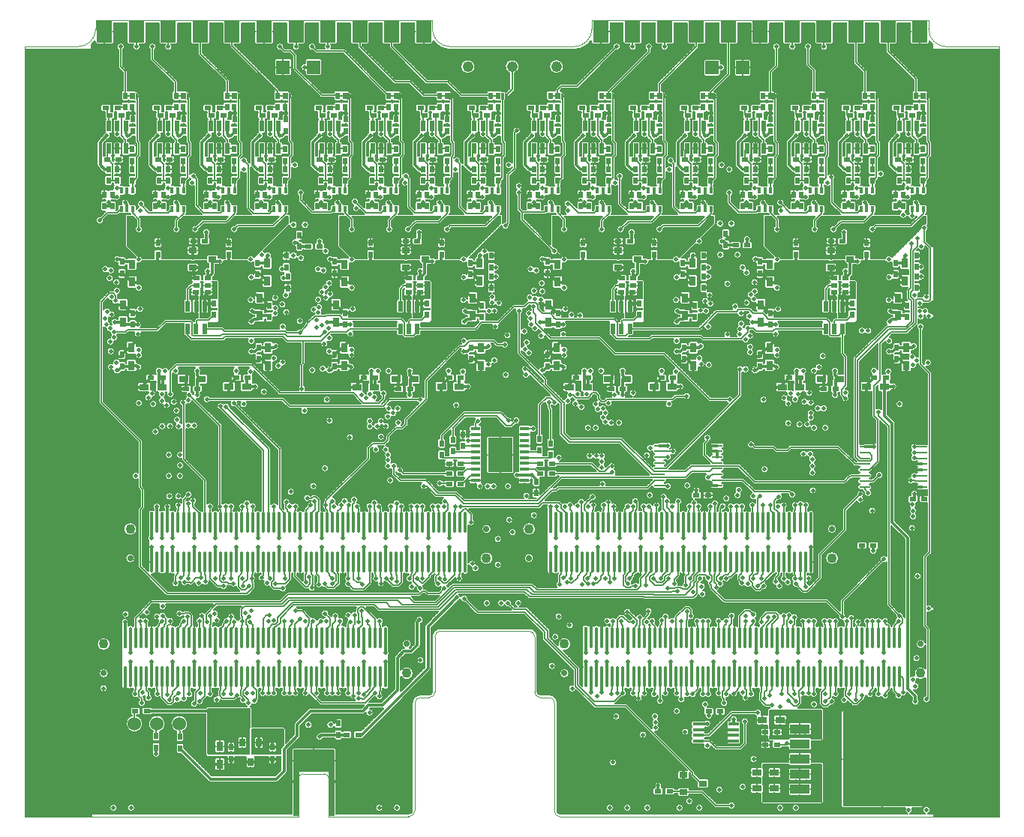
<source format=gbl>
*
*
G04 PADS 9.5 Build Number: 522968 generated Gerber (RS-274-X) file*
G04 PC Version=2.1*
*
%IN "carrier13.revD.layout.p"*%
*
%MOIN*%
*
%FSLAX35Y35*%
*
*
*
*
G04 PC Standard Apertures*
*
*
G04 Thermal Relief Aperture macro.*
%AMTER*
1,1,$1,0,0*
1,0,$1-$2,0,0*
21,0,$3,$4,0,0,45*
21,0,$3,$4,0,0,135*
%
*
*
G04 Annular Aperture macro.*
%AMANN*
1,1,$1,0,0*
1,0,$2,0,0*
%
*
*
G04 Odd Aperture macro.*
%AMODD*
1,1,$1,0,0*
1,0,$1-0.005,0,0*
%
*
*
G04 PC Custom Aperture Macros*
*
*
*
*
*
*
G04 PC Aperture Table*
*
%ADD010C,0.001*%
%ADD011C,0.00787*%
%ADD012C,0.005*%
%ADD015C,0.16*%
%ADD028C,0.06*%
%ADD039R,0.01378X0.09646*%
%ADD040O,0.01378X0.09646*%
%ADD050C,0.04331*%
%ADD051C,0.006*%
%ADD083R,0.06X0.06*%
%ADD096R,0.02X0.05*%
%ADD109R,0.0315X0.01969*%
%ADD110R,0.04331X0.0315*%
%ADD111R,0.01969X0.0315*%
%ADD115R,0.02559X0.0374*%
%ADD121R,0.0315X0.04331*%
%ADD155C,0.02756*%
%ADD160C,0.093*%
%ADD166R,0.04921X0.00984*%
%ADD167O,0.04921X0.00984*%
%ADD179C,0.00039*%
%ADD183R,0.00591X0.00591*%
%ADD186C,0.00004*%
%ADD189R,0.01575X0.02756*%
%ADD204C,0.013*%
%ADD205C,0.019*%
%ADD207R,0.0374X0.02559*%
%ADD208R,0.04724X0.01378*%
%ADD244C,0.00394*%
%ADD245R,0.07087X0.09843*%
%ADD253C,0.04882*%
%ADD254C,0.026*%
%ADD255R,0.04134X0.01772*%
%ADD256R,0.10787X0.15197*%
%ADD257R,0.09X0.042*%
%ADD258R,0.35X0.42*%
%ADD299R,0.1811X0.09843*%
*
*
*
*
G04 PC Circuitry*
G04 Layer Name carrier13.revD.layout.p - circuitry*
%LPD*%
*
*
G04 PC Custom Flashes*
G04 Layer Name carrier13.revD.layout.p - flashes*
%LPD*%
*
*
G04 PC Circuitry*
G04 Layer Name carrier13.revD.layout.p - circuitry*
%LPD*%
*
G54D10*
G54D11*
G01X141203Y355167D02*
X140453D01*
X139469Y352843D02*
Y353593D01*
X137734Y355167D02*
X138484D01*
X139469Y357492D02*
Y356742D01*
X172699Y355167D02*
X171949D01*
X170965Y352843D02*
Y353593D01*
X169230Y355167D02*
X169980D01*
X170965Y357492D02*
Y356742D01*
X155020Y353821D02*
Y353071D01*
X157640Y351791D02*
X156890D01*
X155020Y349762D02*
Y350512D01*
X152400Y351791D02*
X153150D01*
X155118Y357738D02*
Y356988D01*
X157443Y356004D02*
X156693D01*
X155118Y354270D02*
Y355020D01*
X152793Y356004D02*
X153543D01*
X173630Y125718D02*
X172880D01*
X171896Y123393D02*
Y124143D01*
X170161Y125718D02*
X170911D01*
X169299Y123356D02*
X168549D01*
X166974Y120440D02*
Y121190D01*
X164650Y123356D02*
X165400D01*
X166974Y126271D02*
Y125521D01*
X182632Y124207D02*
X181882D01*
X180602Y121587D02*
Y122337D01*
X178573Y124207D02*
X179323D01*
X192135Y125718D02*
X191385D01*
X190401Y123393D02*
Y124143D01*
X188666Y125718D02*
X189416D01*
X192135Y130836D02*
X191385D01*
X190401Y128511D02*
Y129261D01*
X188666Y130836D02*
X189416D01*
X190401Y133161D02*
Y132411D01*
X186392Y132835D02*
X185642D01*
X184362Y130215D02*
Y130965D01*
X182333Y132835D02*
X183083D01*
X184362Y135455D02*
Y134705D01*
X169299Y131230D02*
X168549D01*
X166974Y128314D02*
Y129064D01*
X164650Y131230D02*
X165400D01*
X166974Y134145D02*
Y133395D01*
X173630Y130836D02*
X172880D01*
X171896Y128511D02*
Y129261D01*
X170161Y130836D02*
X170911D01*
X171896Y133161D02*
Y132411D01*
X178892Y132835D02*
X178142D01*
X176862Y130215D02*
Y130965D01*
X174833Y132835D02*
X175583D01*
X176862Y135455D02*
Y134705D01*
X163939Y336220D02*
X163189D01*
X159289D02*
X160039D01*
X161467Y331435D02*
Y332185D01*
X159142Y333169D02*
X159892D01*
X163791D02*
X163041D01*
X120041Y449409D02*
X119291D01*
X115748Y443738D02*
Y444488D01*
X190907Y449409D02*
X190157D01*
X182321D02*
X183071D01*
X186614Y443738D02*
Y444488D01*
X253187Y449409D02*
X253937D01*
X257480Y443738D02*
Y444488D01*
X253778Y376673D02*
X254528D01*
X255512Y378998D02*
Y378248D01*
Y374348D02*
Y375098D01*
X231140Y376673D02*
X231890D01*
X232874Y378998D02*
Y378248D01*
Y374348D02*
Y375098D01*
X268061Y407813D02*
Y408563D01*
X264087Y392323D02*
X263337D01*
X261762Y390589D02*
Y391339D01*
X259437Y392323D02*
X260187D01*
X262921Y397165D02*
X262171D01*
X259421D02*
X260171D01*
X261171Y400415D02*
Y399665D01*
Y390317D02*
Y389567D01*
X262906Y387992D02*
X262156D01*
X261171Y385667D02*
Y386417D01*
X245423Y407813D02*
Y408563D01*
X241449Y392323D02*
X240699D01*
X239124Y390589D02*
Y391339D01*
X236799Y392323D02*
X237549D01*
X240283Y397165D02*
X239533D01*
X236783D02*
X237533D01*
X238533Y400415D02*
Y399665D01*
Y390317D02*
Y389567D01*
X240268Y387992D02*
X239518D01*
X238533Y385667D02*
Y386417D01*
X222785Y407813D02*
Y408563D01*
X218811Y392323D02*
X218061D01*
X216486Y390589D02*
Y391339D01*
X214161Y392323D02*
X214911D01*
X217646Y397165D02*
X216896D01*
X214146D02*
X214896D01*
X215896Y400415D02*
Y399665D01*
Y390317D02*
Y389567D01*
X217630Y387992D02*
X216880D01*
X215896Y385667D02*
Y386417D01*
X192236Y392323D02*
X191486D01*
X189911Y390589D02*
Y391339D01*
X187587Y392323D02*
X188337D01*
X191071Y397165D02*
X190321D01*
X187571D02*
X188321D01*
X189321Y400415D02*
Y399665D01*
Y390317D02*
Y389567D01*
X191055Y387992D02*
X190305D01*
X189321Y385667D02*
Y386417D01*
X173573Y407813D02*
Y408563D01*
X169598Y392323D02*
X168848D01*
X167274Y390589D02*
Y391339D01*
X164949Y392323D02*
X165699D01*
X168433Y397165D02*
X167683D01*
X164933D02*
X165683D01*
X166683Y400415D02*
Y399665D01*
Y390317D02*
Y389567D01*
X168417Y387992D02*
X167667D01*
X166683Y385667D02*
Y386417D01*
X150935Y407813D02*
Y408563D01*
X146961Y392323D02*
X146211D01*
X144636Y390589D02*
Y391339D01*
X142311Y392323D02*
X143061D01*
X145795Y397165D02*
X145045D01*
X142295D02*
X143045D01*
X144045Y400415D02*
Y399665D01*
Y390317D02*
Y389567D01*
X145780Y387992D02*
X145030D01*
X144045Y385667D02*
Y386417D01*
X128297Y407813D02*
Y408563D01*
X124323Y392323D02*
X123573D01*
X121998Y390589D02*
Y391339D01*
X119673Y392323D02*
X120423D01*
X123157Y397165D02*
X122407D01*
X119657D02*
X120407D01*
X121407Y400415D02*
Y399665D01*
Y390317D02*
Y389567D01*
X123142Y387992D02*
X122392D01*
X121407Y385667D02*
Y386417D01*
X181927Y376673D02*
X182677D01*
X183661Y378998D02*
Y378248D01*
Y374348D02*
Y375098D01*
X159289Y376673D02*
X160039D01*
X161024Y378998D02*
Y378248D01*
Y374348D02*
Y375098D01*
X136652Y376673D02*
X137402D01*
X138386Y378998D02*
Y378248D01*
Y374348D02*
Y375098D01*
X114014Y376673D02*
X114764D01*
X115748Y378998D02*
Y378248D01*
Y374348D02*
Y375098D01*
X208502Y376673D02*
X209252D01*
X210236Y378998D02*
Y378248D01*
Y374348D02*
Y375098D01*
X195965Y413276D02*
Y414026D01*
Y417925D02*
Y417175D01*
X195112Y429646D02*
Y430396D01*
X191362Y433396D02*
X192112D01*
X195112Y437146D02*
Y436396D01*
X198862Y433396D02*
X198112D01*
X399214Y436927D02*
Y436177D01*
X402964Y433177D02*
X402214D01*
X399214Y429427D02*
Y430177D01*
X395464Y433177D02*
X396214D01*
X397478Y376673D02*
X398228D01*
X399213Y378998D02*
Y378248D01*
Y374348D02*
Y375098D01*
X302990Y376673D02*
X303740D01*
X304724Y378998D02*
Y378248D01*
Y374348D02*
Y375098D01*
X479675Y407813D02*
Y408563D01*
X290699Y407813D02*
Y408563D01*
X465392Y376673D02*
X466142D01*
X467126Y378998D02*
Y378248D01*
Y374348D02*
Y375098D01*
X442754Y376673D02*
X443504D01*
X444488Y378998D02*
Y378248D01*
Y374348D02*
Y375098D01*
X420116Y376673D02*
X420866D01*
X421850Y378998D02*
Y378248D01*
Y374348D02*
Y375098D01*
X283809Y390317D02*
Y389567D01*
X285543Y387992D02*
X284793D01*
X283809Y385667D02*
Y386417D01*
X285559Y397165D02*
X284809D01*
X282059D02*
X282809D01*
X283809Y400415D02*
Y399665D01*
X286724Y392323D02*
X285974D01*
X284400Y390589D02*
Y391339D01*
X282075Y392323D02*
X282825D01*
X276415Y376673D02*
X277165D01*
X278150Y378998D02*
Y378248D01*
Y374348D02*
Y375098D01*
X404872Y390317D02*
Y389567D01*
X406606Y387992D02*
X405856D01*
X404872Y385667D02*
Y386417D01*
X406622Y397165D02*
X405872D01*
X403122D02*
X403872D01*
X404872Y400415D02*
Y399665D01*
X407787Y392323D02*
X407037D01*
X405463Y390589D02*
Y391339D01*
X403138Y392323D02*
X403888D01*
X411762Y407813D02*
Y408563D01*
X385187Y407813D02*
Y408563D01*
X378297Y390317D02*
Y389567D01*
X380031Y387992D02*
X379281D01*
X378297Y385667D02*
Y386417D01*
X380047Y397165D02*
X379297D01*
X376547D02*
X377297D01*
X378297Y400415D02*
Y399665D01*
X381213Y392323D02*
X380463D01*
X378888Y390589D02*
Y391339D01*
X376563Y392323D02*
X377313D01*
X362549Y407813D02*
Y408563D01*
X355659Y390317D02*
Y389567D01*
X357394Y387992D02*
X356644D01*
X355659Y385667D02*
Y386417D01*
X357409Y397165D02*
X356659D01*
X353909D02*
X354659D01*
X355659Y400415D02*
Y399665D01*
X358575Y392323D02*
X357825D01*
X356250Y390589D02*
Y391339D01*
X353925Y392323D02*
X354675D01*
X339911Y407813D02*
Y408563D01*
X333022Y390317D02*
Y389567D01*
X334756Y387992D02*
X334006D01*
X333022Y385667D02*
Y386417D01*
X334772Y397165D02*
X334022D01*
X331272D02*
X332022D01*
X333022Y400415D02*
Y399665D01*
X335937Y392323D02*
X335187D01*
X333612Y390589D02*
Y391339D01*
X331287Y392323D02*
X332037D01*
X317274Y407813D02*
Y408563D01*
X310384Y390317D02*
Y389567D01*
X312118Y387992D02*
X311368D01*
X310384Y385667D02*
Y386417D01*
X312134Y397165D02*
X311384D01*
X308634D02*
X309384D01*
X310384Y400415D02*
Y399665D01*
X313299Y392323D02*
X312549D01*
X310974Y390589D02*
Y391339D01*
X308650Y392323D02*
X309400D01*
X427510Y390317D02*
Y389567D01*
X429244Y387992D02*
X428494D01*
X427510Y385667D02*
Y386417D01*
X429260Y397165D02*
X428510D01*
X425760D02*
X426510D01*
X427510Y400415D02*
Y399665D01*
X430425Y392323D02*
X429675D01*
X428100Y390589D02*
Y391339D01*
X425776Y392323D02*
X426526D01*
X434400Y407813D02*
Y408563D01*
X450148Y390317D02*
Y389567D01*
X451882Y387992D02*
X451132D01*
X450148Y385667D02*
Y386417D01*
X451898Y397165D02*
X451148D01*
X448398D02*
X449148D01*
X450148Y400415D02*
Y399665D01*
X453063Y392323D02*
X452313D01*
X450738Y390589D02*
Y391339D01*
X448413Y392323D02*
X449163D01*
X457037Y407813D02*
Y408563D01*
X472785Y390317D02*
Y389567D01*
X474520Y387992D02*
X473770D01*
X472785Y385667D02*
Y386417D01*
X474535Y397165D02*
X473785D01*
X471035D02*
X471785D01*
X472785Y400415D02*
Y399665D01*
X475701Y392323D02*
X474951D01*
X473376Y390589D02*
Y391339D01*
X471051Y392323D02*
X471801D01*
X325628Y376673D02*
X326378D01*
X327362Y378998D02*
Y378248D01*
Y374348D02*
Y375098D01*
X348266Y376673D02*
X349016D01*
X350000Y378998D02*
Y378248D01*
Y374348D02*
Y375098D01*
X370904Y376673D02*
X371654D01*
X372638Y378998D02*
Y378248D01*
Y374348D02*
Y375098D01*
X473659Y449409D02*
X474409D01*
X477953Y443738D02*
Y444488D01*
X340514Y449409D02*
X339764D01*
X336220Y443738D02*
Y444488D01*
X411380Y449409D02*
X410630D01*
X402793D02*
X403543D01*
X407087Y443738D02*
Y444488D01*
X208760Y130573D02*
Y129823D01*
X198955Y124902D02*
X199705D01*
X218565D02*
X217815D01*
X156348Y331435D02*
Y332185D01*
X154024Y333169D02*
X154774D01*
X219697Y341683D02*
X218947D01*
X217963Y339358D02*
Y340108D01*
Y344008D02*
Y343258D01*
X216228Y341683D02*
X216978D01*
X345325Y331435D02*
Y332185D01*
X343000Y333169D02*
X343750D01*
X314185Y341683D02*
X313435D01*
X312451Y339358D02*
Y340108D01*
Y344008D02*
Y343258D01*
X310717Y341683D02*
X311467D01*
X310717Y305463D02*
X311467D01*
X312451Y307787D02*
Y307037D01*
X314185Y305463D02*
X313435D01*
X312451Y303138D02*
Y303888D01*
X235691Y355167D02*
X234941D01*
X233957Y352843D02*
Y353593D01*
X232222Y355167D02*
X232972D01*
X233957Y357492D02*
Y356742D01*
X249606Y357738D02*
Y356988D01*
X251931Y356004D02*
X251181D01*
X249606Y354270D02*
Y355020D01*
X247281Y356004D02*
X248031D01*
X267187Y355167D02*
X266437D01*
X265453Y352843D02*
Y353593D01*
X263719Y355167D02*
X264469D01*
X265453Y357492D02*
Y356742D01*
X249508Y353821D02*
Y353071D01*
X252128Y351791D02*
X251378D01*
X249508Y349762D02*
Y350512D01*
X246888Y351791D02*
X247638D01*
X258427Y336220D02*
X257677D01*
X253778D02*
X254528D01*
X255955Y331435D02*
Y332185D01*
X253630Y333169D02*
X254380D01*
X258280D02*
X257530D01*
X330179Y355167D02*
X329429D01*
X328445Y352843D02*
Y353593D01*
X326711Y355167D02*
X327461D01*
X328445Y357492D02*
Y356742D01*
X361675Y355167D02*
X360925D01*
X359941Y352843D02*
Y353593D01*
X358207Y355167D02*
X358957D01*
X359941Y357492D02*
Y356742D01*
X344094Y357738D02*
Y356988D01*
X346419Y356004D02*
X345669D01*
X344094Y354270D02*
Y355020D01*
X341770Y356004D02*
X342520D01*
X343996Y353821D02*
Y353071D01*
X346616Y351791D02*
X345866D01*
X343996Y349762D02*
Y350512D01*
X341376Y351791D02*
X342126D01*
X352915Y336220D02*
X352165D01*
X348266D02*
X349016D01*
X350443Y331435D02*
Y332185D01*
X348118Y333169D02*
X348868D01*
X352768D02*
X352018D01*
X424667Y355167D02*
X423917D01*
X422933Y352843D02*
Y353593D01*
X421199Y355167D02*
X421949D01*
X422933Y357492D02*
Y356742D01*
X456163Y355167D02*
X455413D01*
X454429Y352843D02*
Y353593D01*
X452695Y355167D02*
X453445D01*
X454429Y357492D02*
Y356742D01*
X438583Y357738D02*
Y356988D01*
X440907Y356004D02*
X440157D01*
X438583Y354270D02*
Y355020D01*
X436258Y356004D02*
X437008D01*
X438484Y353821D02*
Y353071D01*
X441104Y351791D02*
X440354D01*
X438484Y349762D02*
Y350512D01*
X435864Y351791D02*
X436614D01*
X447404Y336220D02*
X446654D01*
X442754D02*
X443504D01*
X444931Y331435D02*
Y332185D01*
X442606Y333169D02*
X443356D01*
X447256D02*
X446506D01*
X250000Y236380D02*
Y235630D01*
X231102Y236380D02*
Y235630D01*
X212205Y236380D02*
Y235630D01*
X174409Y236380D02*
Y235630D01*
X136614Y185199D02*
Y184449D01*
X155512Y185199D02*
Y184449D01*
X135175Y213287D02*
X135925D01*
X164961Y156533D02*
Y157283D01*
X221654Y207715D02*
Y208465D01*
X194766Y349434D02*
X195516D01*
X196500Y351759D02*
Y351009D01*
Y347109D02*
Y347859D01*
X127165Y156533D02*
Y157283D01*
X183858Y207715D02*
Y208465D01*
X198859Y335066D02*
X198109D01*
X195391D02*
X196141D01*
X197125Y337391D02*
Y336641D01*
X273266Y270059D02*
X274016D01*
X275000Y272384D02*
Y271634D01*
X276734Y270059D02*
X275984D01*
X275000Y267734D02*
Y268484D01*
X401181Y236380D02*
Y235630D01*
X382283Y236380D02*
Y235630D01*
X430967Y213287D02*
X430217D01*
X429528Y207715D02*
Y208465D01*
X405118Y156533D02*
Y157283D01*
X442913Y156533D02*
Y157283D01*
X376772Y185199D02*
Y184449D01*
X433465Y185199D02*
Y184449D01*
X409441Y130266D02*
Y131016D01*
X407116Y132000D02*
X407866D01*
X409441Y133734D02*
Y132984D01*
X411766Y132000D02*
X411016D01*
X405563Y110175D02*
Y110925D01*
X402648Y112500D02*
X403398D01*
X405563Y114825D02*
Y114075D01*
Y117175D02*
Y117925D01*
X402648Y119500D02*
X403398D01*
X405563Y121825D02*
Y121075D01*
X424720Y128441D02*
Y127691D01*
X429970Y125591D02*
X429220D01*
X419470D02*
X420220D01*
X408063Y140675D02*
Y141425D01*
X405148Y143000D02*
X405898D01*
X408063Y145325D02*
Y144575D01*
X409441Y135766D02*
Y136516D01*
X407116Y137500D02*
X407866D01*
X409441Y139234D02*
Y138484D01*
X442970Y125591D02*
X443720D01*
X461220Y147341D02*
Y146591D01*
X479470Y125591D02*
X478720D01*
X461220Y103841D02*
Y104591D01*
X305242Y269957D02*
X304492D01*
X299608D02*
X300358D01*
X283392D02*
X282642D01*
X277758D02*
X278508D01*
X305242Y264839D02*
X304492D01*
X299608D02*
X300358D01*
X395669Y185199D02*
Y184449D01*
X344488Y236380D02*
Y235630D01*
X283392Y249484D02*
X282642D01*
X280575Y247848D02*
Y248598D01*
X277758Y249484D02*
X278508D01*
X305242D02*
X304492D01*
X302425Y247848D02*
Y248598D01*
X299608Y249484D02*
X300358D01*
X285356Y261000D02*
X286106D01*
X291500Y269348D02*
Y268598D01*
X297644Y261000D02*
X296894D01*
X291500Y252652D02*
Y253402D01*
X268941Y255266D02*
Y256016D01*
X266616Y257000D02*
X267366D01*
X271266D02*
X270516D01*
X336614Y185199D02*
Y184449D01*
X383858Y244648D02*
Y243898D01*
X386183Y242913D02*
X385433D01*
X383858Y241179D02*
Y241929D01*
X381533Y242913D02*
X382283D01*
X386220Y156533D02*
Y157283D01*
X221654Y156533D02*
Y157283D01*
X202756Y207715D02*
Y208465D01*
X357874Y185199D02*
Y184449D01*
X372835Y207715D02*
Y208465D01*
X353937Y207715D02*
Y208465D01*
X413437Y110175D02*
Y110925D01*
X410522Y112500D02*
X411272D01*
X413437Y114825D02*
Y114075D01*
X416352Y112500D02*
X415602D01*
X424720Y121741D02*
Y120991D01*
X429970Y118891D02*
X429220D01*
X424720Y116041D02*
Y116791D01*
X419470Y118891D02*
X420220D01*
X413437Y117175D02*
Y117925D01*
X410522Y119500D02*
X411272D01*
X413437Y121825D02*
Y121075D01*
X416352Y119500D02*
X415602D01*
X424720Y115041D02*
Y114291D01*
X429970Y112191D02*
X429220D01*
X424720Y109341D02*
Y110091D01*
X419470Y112191D02*
X420220D01*
X424720Y141841D02*
Y141091D01*
X429970Y138991D02*
X429220D01*
X424720Y136141D02*
Y136891D01*
X419470Y138991D02*
X420220D01*
X415937Y140675D02*
Y141425D01*
X413022Y143000D02*
X413772D01*
X415937Y145325D02*
Y144575D01*
X418852Y143000D02*
X418102D01*
X414559Y135766D02*
Y136516D01*
X412234Y137500D02*
X412984D01*
X414559Y139234D02*
Y138484D01*
X416884Y137500D02*
X416134D01*
X309234Y243941D02*
X308484D01*
X305766D02*
X306516D01*
X307500Y246266D02*
Y245516D01*
X289359Y335191D02*
X288609D01*
X285891D02*
X286641D01*
X287625Y337516D02*
Y336766D01*
X457037Y412463D02*
Y411713D01*
X434400Y412463D02*
Y411713D01*
X317274Y412463D02*
Y411713D01*
X339911Y412463D02*
Y411713D01*
X362549Y412463D02*
Y411713D01*
X385187Y412463D02*
Y411713D01*
X411762Y412463D02*
Y411713D01*
X290699Y412463D02*
Y411713D01*
X479675Y412463D02*
Y411713D01*
X128297Y412463D02*
Y411713D01*
X150935Y412463D02*
Y411713D01*
X173573Y412463D02*
Y411713D01*
X222785Y412463D02*
Y411713D01*
X245423Y412463D02*
Y411713D01*
X268061Y412463D02*
Y411713D01*
G54D12*
X215703Y100447D02*
X217565D01*
Y129474*
X215703*
Y100447*
X215760D02*
Y129474D01*
X216010Y100447D02*
Y129474D01*
X216260Y100447D02*
Y129474D01*
X216510Y100447D02*
Y129474D01*
X216760Y100447D02*
Y129474D01*
X217010Y100447D02*
Y129474D01*
X217260Y100447D02*
Y129474D01*
X217510Y100447D02*
Y129474D01*
X199955Y100447D02*
X201817D01*
Y129474*
X199955*
Y100447*
X200010D02*
Y129474D01*
X200260Y100447D02*
Y129474D01*
X200510Y100447D02*
Y129474D01*
X200760Y100447D02*
Y129474D01*
X201010Y100447D02*
Y129474D01*
X201260Y100447D02*
Y129474D01*
X201510Y100447D02*
Y129474D01*
X201760Y100447D02*
Y129474D01*
X148976Y141339D02*
X148963Y141325D01*
X149213Y135531*
X138628Y135774D02*
Y141339D01*
X138976*
X128976D02*
Y146535D01*
X129441Y147000*
X373031Y111024D02*
X381299D01*
X387402Y104921*
X394291*
X379528Y136122D02*
X384154D01*
X394291Y146260*
X406102*
X379528Y133563D02*
X384449D01*
X387500Y130512*
X398228*
X400197Y132480*
Y142323*
X366837Y111230D02*
X372825D01*
X373031Y111024*
X414559Y132000D02*
X419000D01*
Y132500*
X419209Y132291*
X424720*
X131053Y156024D02*
Y153759D01*
X132329Y152484*
Y150600*
X131053Y156024D02*
X131890Y156861D01*
Y162106*
X129353Y154500D02*
Y156279D01*
X129528Y156454*
Y162106*
X143500Y154394D02*
Y156213D01*
X143701Y156414*
Y162106*
X144700Y152000D02*
X144783D01*
Y153237*
X146000Y154453*
Y155547*
X148425Y157972*
Y162106*
X155500Y150250D02*
X156251Y151001D01*
Y155283*
X157874Y156906*
Y162106*
X134252D02*
Y156299D01*
X135207Y155344*
Y152793*
X138976Y162106D02*
Y156533D01*
X139154Y156355*
Y154654*
X141339Y162106D02*
Y152957D01*
X143996Y150300*
X145404*
X146400Y151296*
Y152900*
X148500Y155000*
X150787Y162106D02*
Y155473D01*
X150904Y155356*
Y152596*
X153150Y162106D02*
Y156492D01*
X153400Y156242*
Y154500*
X153150Y179626D02*
Y183760D01*
X154188Y184798*
X150787Y179626D02*
Y183760D01*
X152657Y185630*
X148425Y179626D02*
Y183760D01*
X149572Y184907*
Y185668*
X150904Y187000*
X143701Y179626D02*
Y184891D01*
X143948Y185138*
X144291*
X144804Y185651*
Y187011*
X141339Y179626D02*
Y183760D01*
X142323Y184744*
Y185221*
X143104Y186002*
X138976Y179626D02*
Y183760D01*
X140098Y184881*
Y185694*
X141404Y187000*
X129528Y179626D02*
Y188340D01*
X136688Y195500*
X194000*
X197417Y198917*
X255511*
X256987Y200394*
X258202*
X259186Y199409*
X264602*
X266710Y201518*
X177300Y154296D02*
Y155815D01*
X178248Y156763*
Y157087*
X179134Y157972*
Y162106*
X177300Y154296D02*
X179724Y151871D01*
Y150500*
X179750*
X176300Y153882D02*
X177140Y153042D01*
Y151842*
X177350*
X176300Y153882D02*
Y156340D01*
X176772Y156812*
Y162106*
X166900Y153796D02*
X168038Y152657D01*
X173257*
X174600Y154000*
X166900Y153796D02*
Y155824D01*
X167323Y156247*
Y162106*
X157951Y151400D02*
X160236Y153685D01*
Y162106*
X168600Y154500D02*
Y155824D01*
X169685Y156909*
Y162106*
X172000Y154500D02*
Y156343D01*
X172047Y156390*
Y162106*
X182250Y151500D02*
X183200Y152450D01*
X162500Y154500D02*
Y156318D01*
X162598Y156416*
Y162106*
X186000Y155000D02*
Y156438D01*
X186220Y156658*
Y162106*
X188500Y155000D02*
Y156575D01*
X188583Y156658*
Y162106*
X195500Y155000D02*
Y156463D01*
X195669Y156632*
Y162106*
X181496D02*
Y157972D01*
X183200Y156269*
Y152450*
X190945Y162106D02*
Y156644D01*
X191000Y156589*
Y155000*
X190945Y179626D02*
Y183760D01*
X191618Y184433*
X191945*
X193786Y186274*
Y188191*
X199763Y194167*
X235711*
X237578Y192300*
X264507*
X272207Y200000*
X302411*
X304498Y197913*
X355485*
X355747Y197652*
X377418*
X378919Y199152*
Y203856*
X379615Y204553*
Y204823*
X380464Y205671*
X188583Y179626D02*
Y183760D01*
X190264Y185441*
X191539*
X192673Y186575*
Y188491*
X199348Y195167*
X240812*
X242678Y193300*
X263900*
X271600Y201000*
X303380*
X305462Y198917*
X359581*
X359846Y198652*
X373610*
X377511Y202552*
Y203863*
X378615Y204967*
Y206525*
X379611Y207521*
X382542*
X383913Y206150*
X186220Y179626D02*
Y188000D01*
X187720Y189500*
X189000*
X176772Y179626D02*
Y185225D01*
X176821Y185274*
Y187000*
X172047Y179626D02*
Y183760D01*
X172835Y184350*
X173421Y184937*
Y186721*
X169685Y179626D02*
Y183760D01*
X171721Y185796*
Y187492*
X171850Y187622*
Y188889*
X172091*
X167323Y179626D02*
Y183760D01*
X168580Y185017*
Y185559*
X170021Y187000*
X162598Y179626D02*
Y185123D01*
X163100Y185625*
X157874Y179626D02*
Y185186D01*
X158000Y185312*
Y187000*
X228500Y152500D02*
X229800D01*
X230135Y152165*
X231070*
X233366Y154462*
Y155050*
X234843Y156526*
Y156988*
X235827Y157972*
Y162106*
X224000Y155000D02*
Y156497D01*
X224016Y156512*
Y162106*
X198000Y155000D02*
Y156601D01*
X198031Y156632*
Y162106*
X205000Y155000D02*
Y156558D01*
X205118Y156676*
Y162106*
X214500Y155000D02*
Y156583D01*
X214567Y156650*
Y162106*
X226356Y153750D02*
Y156497D01*
X226378Y156519*
Y162106*
X228500Y155000D02*
Y156497D01*
X228740Y156737*
Y162106*
X230800Y154300D02*
X231719Y155219D01*
X231842*
X233465Y156841*
Y162106*
X200394D02*
Y156670D01*
X200500Y156564*
Y155000*
X207480Y162106D02*
Y155116D01*
X211907Y150689*
X231689*
X236000Y155000*
X209843Y162106D02*
Y156695D01*
X210000Y156538*
Y155000*
X216929Y162106D02*
Y156652D01*
X217000Y156581*
Y155000*
X219291Y162106D02*
Y156652D01*
X219500Y156444*
Y155000*
X228740Y179626D02*
Y183760D01*
X230347Y185367*
X226378Y179626D02*
Y185214D01*
X226825Y185661*
Y189739*
X224016Y179626D02*
Y185772D01*
X225000Y186756*
X219291Y179626D02*
Y184699D01*
X219842Y185249*
X219868*
X220419Y185800*
Y187000*
X216929Y179626D02*
Y185714D01*
X218234Y187019*
Y189234*
X214567Y179626D02*
Y183760D01*
X215900Y185093*
Y188174*
X209843Y179626D02*
Y185043D01*
X211800Y187000*
X207480Y179626D02*
Y184843D01*
X207700Y185062*
Y186003*
X208549Y186851*
X205118Y179626D02*
Y183760D01*
X206299Y184941*
Y185731*
X206700Y186132*
X200394Y179626D02*
Y185677D01*
X202600Y187883*
X198031Y179626D02*
Y184765D01*
X199000Y185734*
Y187000*
X237838Y153444D02*
Y155663D01*
X238189Y156014*
Y162106*
X341100Y154500D02*
Y156410D01*
X341339Y156648*
Y162106*
X346000Y155000D02*
Y156585D01*
X346063Y156648*
Y162106*
X343500Y155000D02*
Y156447D01*
X343701Y156648*
Y162106*
X350600Y155000D02*
Y156523D01*
X350787Y156710*
Y162106*
X355500Y155000D02*
Y156611D01*
X355512Y156623*
Y162106*
X353000Y152692D02*
Y155388D01*
X353150Y155537*
Y162106*
Y179626D02*
Y184893D01*
X353500Y185243*
Y188500*
X350787Y179626D02*
Y183760D01*
X351969Y184941*
Y185320*
X352296Y185647*
Y187300*
X341339Y179626D02*
Y185169D01*
X341500Y185330*
Y187000*
X390300Y153090D02*
X391000Y152390D01*
Y150483*
X390300Y153090D02*
Y155700D01*
X390945Y156345*
Y162106*
X359800Y154500D02*
Y156149D01*
X360236Y156585*
Y162106*
X372000Y152192D02*
Y155189D01*
X372047Y155236*
Y162106*
X377100Y154500D02*
X379134Y156534D01*
Y162106*
X395400Y154747D02*
X396808Y156155D01*
Y156749*
X398031Y157972*
Y162106*
X392000Y154500D02*
Y155700D01*
X393307Y157007*
Y162106*
X362500Y151560D02*
Y154848D01*
X362598Y154946*
Y162106*
X388500Y155000D02*
Y156575D01*
X388583Y156658*
Y162106*
X364961D02*
Y156636D01*
X365000Y156597*
Y155000*
X369685Y162106D02*
Y156774D01*
X370000Y156459*
Y155000*
X374409Y162106D02*
Y156412D01*
X374500Y156321*
Y154500*
X381496Y162106D02*
Y156438D01*
X381500Y156434*
Y154500*
X383858Y162106D02*
Y156438D01*
X384000Y156296*
Y154500*
X393307Y179626D02*
Y184799D01*
X394383Y185875*
Y189383*
X390945Y179626D02*
Y184801D01*
X391900Y185756*
Y187058*
X383858Y179626D02*
Y185247D01*
X384000Y185389*
Y187000*
X381496Y179626D02*
Y185247D01*
X381500Y185251*
Y187000*
X374409Y179626D02*
Y187343D01*
X374500Y187433*
Y191277*
X369685Y179626D02*
Y188867D01*
X373830Y193012*
X375170*
X376200Y191982*
Y189153*
X364961Y179626D02*
Y185827D01*
X365103Y185969*
Y189000*
X362598Y179626D02*
Y184941D01*
X363403Y185745*
Y187203*
X419000Y184846D02*
X419291Y183760D01*
Y179626*
X419000Y184846D02*
Y187491D01*
X419500Y187991*
X419882Y189567*
X424311Y155906D02*
Y153298D01*
X424600Y153009*
X424311Y155906D02*
X426378Y157972D01*
Y162106*
X434251Y150396D02*
X435434Y149213D01*
X436678*
X438783Y151317*
X434251Y150396D02*
Y155306D01*
X435827Y156882*
Y162106*
X407337Y155065D02*
X407480Y155209D01*
Y162106*
X407337Y155065D02*
Y151832D01*
X409454Y149715*
X412438*
X409037Y152537D02*
Y155498D01*
X409843Y156304*
Y162106*
X411118Y153849D02*
Y155498D01*
X412205Y156585*
Y162106*
X419454Y151560D02*
X421801Y149213D01*
X423299*
X424600Y150514*
Y153009*
X430897Y154603D02*
Y156316D01*
X431102Y156521*
Y162106*
X400500Y153000D02*
X401010Y154187D01*
X416518Y154500D02*
Y156161D01*
X416929Y156572*
Y162106*
X428500Y155000D02*
Y156281D01*
X428740Y156521*
Y162106*
X435951Y151100D02*
X438189Y153338D01*
Y162106*
X400394D02*
Y156779D01*
X401010Y156163*
Y154187*
X402756Y162106D02*
Y156407D01*
X403000Y156163*
Y154500*
X419291Y162106D02*
Y154827D01*
X422900Y151218*
X421654Y162106D02*
Y156699D01*
X422318Y156035*
Y154500*
X421654Y179626D02*
Y184941D01*
X422400Y185687*
X416929Y179626D02*
Y184935D01*
X417500Y185506*
Y189250*
X412205Y179626D02*
Y185455D01*
X415000Y188250*
X409843Y179626D02*
Y184840D01*
X413026Y188023*
Y188776*
X413250Y189000*
X407480Y179626D02*
Y183980D01*
X410750Y187250*
Y188500*
X402756Y179626D02*
Y184699D01*
X403306Y185249*
X403349*
X403900Y185800*
Y187000*
X400394Y179626D02*
Y185196D01*
X400500Y185303*
Y187000*
X398031Y179626D02*
Y189336D01*
X400231Y191535*
X402365*
X404089Y189811*
X444900Y153796D02*
X448499Y150197D01*
X450019*
X452400Y152577*
Y154000*
X444900Y153796D02*
Y155848D01*
X445276Y156223*
Y162106*
X440500Y154500D02*
Y156341D01*
X440551Y156392*
Y162106*
X446600Y154500D02*
Y155848D01*
X447638Y156886*
Y162106*
X449505Y152087D02*
Y154913D01*
X450000Y155408*
Y162106*
X455800Y154500D02*
Y156095D01*
X455807Y156102*
X456156*
X457087Y157033*
Y162106*
X462500Y153849D02*
Y155049D01*
X464173Y156722*
Y162106*
X459449D02*
Y156392D01*
X459500Y156341*
Y154500*
X466535Y162106D02*
Y155814D01*
X468500Y153849*
X468898Y162106D02*
X469837D01*
X470601Y161342*
Y155207*
X468898Y179626D02*
Y184846D01*
X470200Y186149*
X466535Y179626D02*
Y185035D01*
X468500Y187000*
X459449Y179626D02*
Y185224D01*
X459500Y185275*
Y187000*
X450000Y179626D02*
Y184792D01*
X450457Y185249*
Y186543*
X445276Y179626D02*
Y185137D01*
X445500Y185362*
Y187000*
X480906Y152165D02*
X481500Y152760D01*
Y183612*
X149088Y190299D02*
X150930D01*
X151182Y190551*
X153151*
X154188Y189515*
Y184798*
X152488Y188810D02*
X152657D01*
Y185630*
X141500Y189400D02*
X142419Y188481D01*
X142564*
X143104Y187940*
Y186002*
X133900Y187000D02*
X134252Y185655D01*
Y179626*
X147293Y203793D02*
Y206982D01*
X148425Y208115*
Y213287*
X149697Y206197D02*
X150787Y207287D01*
Y213287*
X153097Y206000D02*
Y207681D01*
X153150Y207734*
Y213287*
X131500Y187000D02*
Y185626D01*
X131890Y185236*
Y179626*
X151250Y204356D02*
Y204300D01*
X153462*
X153923Y203839*
X154137*
X156443Y206144*
X158750*
X188546Y206849D02*
Y207513D01*
X188583Y207550*
Y213287*
X188546Y206849D02*
X189394Y206000D01*
X189964Y202536D02*
Y204165D01*
X191094Y205296*
X189964Y202536D02*
X191000Y201500D01*
X195000*
X176603Y192103D02*
Y189205D01*
X176821Y188988*
Y187000*
X176603Y192103D02*
X178000Y193500D01*
X195154*
X197821Y196167*
X245989*
X247856Y194300*
X263349*
X271049Y202000*
X304594*
X306672Y199923*
X363084*
X363144Y199863*
X367739*
X368228Y200352*
X370400*
X175300Y202166D02*
X176580Y200886D01*
X178170*
X179908Y202624*
X175300Y202166D02*
Y206704D01*
X176772Y208176*
Y213287*
X178521Y185604D02*
X179134Y184991D01*
Y179626*
X178521Y185604D02*
Y187521D01*
X180000Y189000*
X160798Y189858D02*
Y187848D01*
X161400Y186753*
X160798Y189858D02*
X165440Y194500D01*
X194500*
X197167Y197167*
X251416*
X253283Y195300*
X262916*
X270616Y203000*
X305729*
X307799Y200930*
X352345*
X353938Y202523*
Y205848*
X356299Y208210*
Y213287*
X166900Y207248D02*
Y205296D01*
X167896Y204300*
X170291*
X170899Y203692*
X173086*
X166900Y207248D02*
X167323Y207671D01*
Y213287*
X195600Y187000D02*
Y185284D01*
X195669Y185215*
Y179626*
X162498Y189154D02*
X163100Y188059D01*
Y185625*
X172000Y206000D02*
Y207684D01*
X172047Y207731*
Y213287*
X177270Y202600D02*
Y203833D01*
X179134Y205697*
Y213287*
X191664Y203461D02*
X195871D01*
X198031Y205621*
Y213287*
X180221Y186600D02*
X181496Y185325D01*
Y179626*
X181171Y206000D02*
Y204283D01*
X181693Y203761*
X181171Y206000D02*
Y207545D01*
X181496Y207870*
Y213287*
X159098Y189296D02*
X159700Y188200D01*
Y184602*
X160236Y183760*
Y179626*
X168600Y206000D02*
Y207200D01*
X169107Y207707*
X169178*
X169685Y208215*
Y213287*
X185571Y206379D02*
X186220Y207427D01*
Y213287*
X157874D02*
Y209154D01*
X158750Y208652*
Y206144*
X160236Y213287D02*
Y207638D01*
X160500Y207375*
Y204500*
X162598Y213287D02*
Y205997D01*
X165996Y202600*
X168600*
X190945Y213287D02*
Y207534D01*
X191094Y207385*
Y205296*
X195669Y213287D02*
Y207876D01*
X196006Y207539*
Y206000*
X228206Y192171D02*
X229201Y193167D01*
X230610*
X235827Y187950*
Y179626*
X228206Y192171D02*
Y190763D01*
X228647Y190321*
Y186753*
X204800Y207550D02*
Y205308D01*
X205397Y204208*
X204800Y207550D02*
X205118Y207868D01*
Y213287*
X232600Y187000D02*
Y185682D01*
X233465Y184817*
Y179626*
X229906Y191467D02*
Y189083D01*
X230347Y188641*
Y185367*
X213674Y190400D02*
X215900Y188174D01*
X208400Y187000D02*
X208549Y186851D01*
X200500Y191500D02*
X203500D01*
X206700Y188300*
Y186132*
X207799Y201801D02*
X208009D01*
Y203001*
X208200Y203193*
X217000Y203600D02*
X217919Y204519D01*
X218046*
X218600Y205074*
X213450Y203500D02*
X215080Y201870D01*
X217674*
X219600Y203796*
Y207901*
X224000Y206000D02*
Y207699D01*
X224016Y207715*
Y213287*
X228574Y205926D02*
Y207587D01*
X228740Y207753*
Y213287*
X224000Y203500D02*
X226122Y201378D01*
X230795*
X233465Y204047*
Y213287*
X206500Y206500D02*
X207097Y205400D01*
Y203504*
X200394Y213287D02*
Y206808D01*
X204840Y202362*
X205955*
X207097Y203504*
X207480Y213287D02*
Y208069D01*
X208200Y207350*
Y203193*
X209843Y213287D02*
Y208069D01*
X211050Y206862*
Y203342*
X214567Y213287D02*
Y209154D01*
X215641Y208079*
Y207259*
X216900Y206000*
X216929Y213287D02*
Y209154D01*
X218600Y207483*
Y205074*
X219291Y213287D02*
Y208210D01*
X219600Y207901*
X226378Y213287D02*
Y205718D01*
X227968Y204128*
X229247*
X230194Y203181*
X235827Y213287D02*
Y207995D01*
X236394Y207428*
Y206008*
X240884Y205884D02*
X243913Y202854D01*
X246153*
X247638Y204340*
Y213287*
X240884Y205884D02*
X241000Y206000D01*
X254563Y206033D02*
X256757Y203839D01*
X257243*
X259941Y206537*
Y207283*
X261811Y209154*
Y213287*
X254563Y206033D02*
X254600Y206069D01*
X264451Y205851D02*
X265300Y205003D01*
Y204924*
X266385Y203839*
X267615*
X271260Y207483*
Y213287*
X264451Y205851D02*
X264600Y206000D01*
X251051Y206149D02*
X251900Y206997D01*
Y207748*
X252362Y208210*
Y213287*
X251051Y206149D02*
X251200Y206000D01*
X262900Y206798D02*
X264173Y208071D01*
Y213287*
X262900Y206798D02*
Y204716D01*
X264000Y203616*
X255861Y201669D02*
X252900Y204630D01*
Y207329*
X254724Y209154*
Y213287*
X257000Y206000D02*
Y207664D01*
X257087Y207751*
Y213287*
X273311Y206000D02*
Y207552D01*
X273622Y207863*
Y213287*
X275500Y197000D02*
X281457Y191043D01*
X302264*
X311122Y182185*
Y179232*
X324902Y165453*
Y158098*
X333787Y149213*
X347384*
X377067Y119530*
Y118765*
X381069Y114764*
X381659*
X238000Y187000D02*
Y185344D01*
X238189Y185155*
Y179626*
Y213287D02*
Y206709D01*
X238500Y206398*
Y203692*
X242913Y213287D02*
Y207951D01*
X243400Y207464*
Y206000*
X245276Y213287D02*
Y207688D01*
X245500Y207464*
Y204606*
X266535Y213287D02*
Y207753D01*
X267000Y207289*
Y205628*
X295000Y195000D02*
X297724Y192276D01*
X303084*
X312598Y182762*
Y179402*
X326000Y166000*
Y158500*
X333250Y151250*
X342250*
X346000Y155000*
X347396Y206905D02*
X348031Y207540D01*
Y207972*
X349213Y209154*
Y213287*
X347396Y206905D02*
Y204482D01*
X348241Y203630*
X328707Y206720D02*
Y205111D01*
X330336Y203482*
X330454Y203600*
X328707Y206720D02*
X328779Y206791D01*
X328794*
X330047Y208044*
X330315Y209154*
Y213287*
X343600Y187704D02*
Y185800D01*
X343701Y185699*
Y179626*
X343600Y187704D02*
X344971Y189075D01*
X346063*
X348542Y186596*
X350596*
X346396Y203071D02*
X347537Y201930D01*
X349343*
X350043Y202630*
X351641*
X346396Y203071D02*
Y207539D01*
X346850Y207994*
Y213287*
X354903Y185621D02*
X355512Y185012D01*
Y179626*
X354903Y185621D02*
Y187420D01*
X357443Y189960*
Y191400*
X345300Y187000D02*
Y185800D01*
X346063Y185037*
Y179626*
X317793Y203293D02*
Y207100D01*
X318504Y207811*
Y213287*
X319697Y206197D02*
X320866Y207366D01*
Y213287*
X323097Y206000D02*
Y207642D01*
X323228Y207773*
Y213287*
X330407Y206000D02*
X331635Y207227D01*
Y208111*
X332677Y209154*
Y213287*
X333000Y203606D02*
X334252Y203848D01*
X334487*
X336220Y205581*
Y206791*
X337402Y207972*
Y213287*
X356234Y202926D02*
Y206726D01*
X358661Y209154*
Y213287*
X349096Y206000D02*
X350428Y207332D01*
Y208006*
X351575Y209154*
Y213287*
X348031Y191043D02*
X348553D01*
X352296Y187300*
X321250Y204356D02*
Y204300D01*
X322472*
X322933Y203839*
X323367*
X325886Y206357*
Y207087*
X327953Y209154*
Y213287*
X339764D02*
Y207627D01*
X340400Y206991*
Y204424*
X342126Y213287D02*
Y207753D01*
X342359Y207520*
Y205859*
X384646Y203740D02*
Y204035D01*
X385613Y205003*
X384646Y203740D02*
X385433Y202953D01*
Y201663*
X391131Y195965*
X436535*
X443500Y189000*
X362843Y206149D02*
X363692Y206997D01*
Y207118*
X365748Y209175*
Y213287*
X362843Y206149D02*
X362992Y206000D01*
X375766Y206234D02*
X376615Y207082D01*
Y207353*
X377476Y208215*
Y213287*
X377559*
X375766Y206234D02*
X375915Y206085D01*
X387762Y206720D02*
X387834Y206791D01*
X387850*
X389102Y208044*
X389370Y209154*
Y213287*
X387762Y206720D02*
Y205132D01*
X389294Y203600*
X357892Y206704D02*
Y205296D01*
X360333Y202854*
X363664*
X365692Y204882*
Y205003*
X366540Y205851*
X357892Y206704D02*
X358895Y207707D01*
X359577*
X361024Y209154*
Y213287*
X386762Y207552D02*
X387008Y207797D01*
Y213287*
X386762Y207552D02*
Y204328D01*
X387500Y203590*
Y202000*
X379000Y187000D02*
Y185316D01*
X379134Y185182*
Y179626*
X372000Y187000D02*
Y185273D01*
X372047Y185226*
Y179626*
X365000Y189000D02*
X365103D01*
X359003Y187000D02*
Y185800D01*
X359665Y185138*
X359797*
X360236Y184699*
Y179626*
X366392Y206000D02*
X366540Y205851D01*
X374017Y202877D02*
Y206813D01*
X375197Y207993*
Y213287*
X389462Y206000D02*
X391173Y207711D01*
X392652*
X394094Y209154*
Y213287*
X380315Y205821D02*
X380464Y205671D01*
X368817Y203617D02*
Y205688D01*
X370472Y207344*
Y213287*
X388500Y187000D02*
Y185291D01*
X388583Y185208*
Y179626*
X366063Y201563D02*
X369099D01*
X369588Y202052*
X371771*
X372646Y201177*
X374721*
X376103Y202559*
Y203869*
X377615Y205381*
Y206939*
X379137Y208461*
X379229*
X379921Y209154*
Y213287*
X392000Y206000D02*
X392141Y205859D01*
X392990Y206707*
X394010*
X396457Y209154*
Y213287*
X359592Y206000D02*
X361292Y204300D01*
X363696*
X364692Y205296*
Y206704*
X365695Y207707*
X366664*
X368110Y209154*
Y213287*
X384646D02*
Y208018D01*
X385613Y207051*
Y205003*
X406098Y202602D02*
X407796Y204300D01*
X408204*
X410764Y206860*
Y206926*
X410764D02*
X412992Y209154D01*
Y213287*
X406098Y202602D02*
X406100Y202600D01*
X427400Y202285D02*
X426800Y203383D01*
Y208141*
X427165Y209154*
Y213287*
X402400Y205150D02*
X403642Y203908D01*
Y202654*
X405410Y200886*
X406790*
X408502Y202598*
X402400Y205150D02*
Y207018D01*
X403543Y208161*
Y213287*
X399000Y204000D02*
X397700Y205300D01*
Y207260*
X398517Y208077*
X398819Y209154*
Y213287*
X431000Y187000D02*
Y185301D01*
X431102Y185198*
Y179626*
X426100Y187000D02*
X426378Y185630D01*
Y179626*
X422206Y188589D02*
X422400D01*
Y185687*
X407579Y186614D02*
Y188329D01*
X410000Y190750*
X414000*
X415000Y189750*
Y188250*
X404100Y206000D02*
Y207250D01*
X404626Y207776*
X405467*
X405906Y208215*
Y213287*
X407500Y206000D02*
Y207323D01*
X408268Y208091*
Y213287*
X414000Y204500D02*
Y206408D01*
X415354Y207763*
Y213287*
X435600Y187000D02*
Y185451D01*
X435827Y185224*
Y179626*
X422900Y203600D02*
X426106Y200394D01*
X427913*
X433661Y206142*
Y216699*
X444488Y227525*
Y236488*
X451500Y243500*
X417515Y205909D02*
Y207561D01*
X417717Y207763*
Y213287*
X408500Y202600D02*
X408502Y202598D01*
X422441Y213287D02*
Y207737D01*
X422500Y207678*
Y206000*
X424803Y213287D02*
Y207737D01*
X424948Y207592*
Y205948*
X469000Y189400D02*
X470200Y188200D01*
Y186149*
X462500Y187000D02*
Y185800D01*
X463162Y185138*
X464123*
X464173Y185088*
Y179626*
X454500Y187000D02*
Y185431D01*
X454724Y185206*
Y179626*
X447500Y188394D02*
Y186015D01*
X447638Y185878*
Y179626*
X440500Y187000D02*
Y185275D01*
X440551Y185224*
Y179626*
X457000Y187000D02*
Y185293D01*
X457087Y185206*
Y179626*
X438000Y187000D02*
Y185413D01*
X438189Y185224*
Y179626*
X443500Y189000D02*
Y196000D01*
X462000Y214500*
X480300Y215552D02*
Y184812D01*
X481500Y183612*
X480300Y215552D02*
X482344Y217597D01*
Y297374*
X131496Y236000D02*
Y211375D01*
X143462Y199409*
X179098*
X181693Y202005*
Y203761*
X131496Y236000D02*
Y236500D01*
X132500Y237504*
Y245496*
X152899Y239165D02*
Y237815D01*
X153150Y237564*
Y230807*
X155000Y240458D02*
Y237815D01*
X157874Y234941*
Y230807*
X150787D02*
Y241054D01*
X153045Y243311*
X148425Y230807D02*
Y236553D01*
X148500Y236627*
Y238500*
X196500Y240000D02*
X196300D01*
Y237138*
X196949Y236489*
Y236024*
X198031Y234941*
Y230807*
X172000Y238000D02*
Y236364D01*
X172047Y236316*
Y230807*
X162500Y238000D02*
Y236319D01*
X162598Y236220*
Y230807*
X179000Y239394D02*
Y237104D01*
X179134Y236970*
Y230807*
X169500Y238000D02*
Y236701D01*
X169685Y236516*
Y230807*
X167100Y238000D02*
Y236640D01*
X167323Y236417*
Y230807*
X190945D02*
Y236312D01*
X191000Y236368*
Y238000*
X181496Y230807D02*
Y236338D01*
X181500Y236342*
Y238000*
X176772Y230807D02*
Y236226D01*
X177000Y236454*
Y238000*
X226100Y236041D02*
X226378Y234941D01*
Y230807*
X226100Y236041D02*
Y238956D01*
X226650Y239506*
Y240958*
X215800Y236070D02*
Y239200D01*
X217000Y240400*
X215800Y236070D02*
X216929Y234941D01*
Y230807*
X205781Y241689D02*
X207585D01*
X208120Y242224*
X209478*
X210801Y240901*
Y235900*
X209101Y240197D02*
X209252D01*
Y236713*
X227800Y238000D02*
X228740Y237060D01*
Y230807*
X235736Y239658D02*
Y236651D01*
X235827Y236560*
Y230807*
X214100Y238500D02*
Y236884D01*
X214567Y236417*
Y230807*
X214100Y238500D02*
Y240482D01*
X232974Y259356*
Y263915*
X235000Y265941*
X240066*
X241750Y267625*
Y269250*
X245375Y272875*
X248000*
X249625Y274500*
Y276721*
X258465Y285560*
Y293964*
X273654Y309154*
X275500*
X277960Y311614*
X288523*
X290138Y310000*
X293500*
X233465Y230807D02*
Y236322D01*
X233500Y236358*
Y238000*
X224016Y230807D02*
Y237087D01*
X224300Y238500*
X219291Y230807D02*
Y235880D01*
X220001Y236590*
X220190*
X220900Y237300*
Y238500*
X209843Y230807D02*
Y234941D01*
X210801Y235900*
X207480Y230807D02*
Y234941D01*
X209252Y236713*
X205118Y230807D02*
Y236214D01*
X207404Y238500*
X200394Y230807D02*
Y236287D01*
X200500Y236393*
Y238000*
X270500Y262441D02*
Y262280D01*
X280575*
X265500Y260941D02*
X266000Y260441D01*
Y259720*
X280575*
X274059Y252500D02*
X274500D01*
X276602Y254602*
X280575*
X274059Y248000D02*
X274457D01*
X278500Y252043*
X280575*
X275000Y264941D02*
X275102Y264839D01*
X280575*
X257500Y247000D02*
X259000D01*
X263000Y243000*
X271500*
X275323Y239177*
X308500*
X314500Y245177*
X316177*
X317161Y246161*
X356791*
X360335Y249705*
X362303*
X244193Y256004D02*
Y252432D01*
X247125Y249500*
X258500*
X264000Y244000*
X272000*
X275500Y240500*
X308000*
X318560Y251060*
X359472*
X359511Y251022*
X374056*
X376534Y253499*
X384601*
X385925Y254823*
X387894*
X264750Y248250D02*
X268691D01*
X268941Y248000*
X246875Y254125D02*
X248500Y252500D01*
X268941*
X273900Y238000D02*
X277735D01*
X277935Y237800*
X308541*
X310441Y239700*
X317456*
X318451Y238704*
Y237296*
X319795Y235952*
X319855*
X320866Y234941*
Y230807*
X267000Y240400D02*
X268200Y239200D01*
Y236606*
X257000Y238000D02*
Y236307D01*
X257087Y236220*
Y230807*
X247500Y238000D02*
Y236457D01*
X247638Y236319*
Y230807*
X237472Y238000D02*
X238320Y237151D01*
X264000Y238000D02*
Y236197D01*
X264173Y236024*
Y230807*
X261600Y238000D02*
Y236136D01*
X261811Y235925*
Y230807*
X254500Y238000D02*
Y236346D01*
X254724Y236122*
Y230807*
X252100Y238000D02*
Y236286D01*
X252362Y236024*
Y230807*
X274059Y257000D02*
X274220Y257161D01*
X280575*
X273622Y230807D02*
Y234941D01*
X275492Y236811*
X276149*
X278500Y234460*
Y231000*
X271260Y230807D02*
Y236365D01*
X271500Y236606*
Y238000*
X266535Y230807D02*
Y234941D01*
X268200Y236606*
X245276Y230807D02*
Y236297D01*
X245500Y236521*
Y239394*
X242913Y230807D02*
Y236297D01*
X243000Y236383*
Y238000*
X238189Y230807D02*
Y236450D01*
X238320Y236581*
Y237151*
X314559Y252500D02*
X340750D01*
X341375Y253125*
X314559Y257000D02*
X332125D01*
X335582Y253543*
X337918*
X340250Y255875*
X341125*
X302425Y254602D02*
X306898D01*
X309000Y252500*
X309441*
X302425Y257161D02*
X309280D01*
X309441Y257000*
X302425Y259720D02*
X314000D01*
Y260941*
X302425Y262280D02*
X309000D01*
Y262941*
X316751Y238000D02*
Y236693D01*
X318504Y234941*
Y230807*
X327651Y236018D02*
Y238800D01*
X327651*
Y236018D02*
X327953Y234941D01*
Y230807*
X328800Y238704D02*
Y236456D01*
X330315Y234941*
Y230807*
X328800Y238704D02*
X330593Y240497D01*
X330933*
X332579Y242143*
X327500Y240000D02*
X327651D01*
X327651D02*
Y238800D01*
X351500Y240400D02*
X352300Y239503D01*
Y236812*
X341800Y237896D02*
Y236645D01*
X342126Y236319*
Y230807*
X322551Y238500D02*
Y236700D01*
X323228Y236024*
Y230807*
X355200Y238000D02*
Y236040D01*
X356299Y234941*
Y230807*
X339600Y239794D02*
Y236645D01*
X339764Y236481*
Y230807*
X351575D02*
Y236086D01*
X352300Y236812*
X349213Y230807D02*
Y234941D01*
X350000Y235531*
X350575Y236106*
Y236707*
X350600Y236732*
Y238000*
X346850Y230807D02*
Y236650D01*
X348200Y238000*
X337402Y230807D02*
Y236541D01*
X337500Y236639*
Y238500*
X332677Y230807D02*
Y236479D01*
X332900Y236701*
Y238500*
X363896Y236793D02*
X365748Y234941D01*
Y230807*
X363896Y236793D02*
Y242308D01*
X364106*
X382257Y261050D02*
Y265910D01*
X383500Y267153*
Y268500*
X382257Y261050D02*
X385925Y257382D01*
X387894*
X365596Y240404D02*
Y237455D01*
X368110Y234941*
Y230807*
X379557Y238000D02*
Y236290D01*
X379921Y235925*
Y230807*
X361000Y238500D02*
Y236602D01*
X361024Y236578*
Y230807*
X357600Y238000D02*
X358661Y236939D01*
Y230807*
X384000Y251000D02*
X385925Y252264D01*
X387894*
X394000Y238000D02*
Y236610D01*
X394094Y236516*
Y230807*
X387000Y239351D02*
Y237019D01*
X387008Y237011*
Y230807*
X362303Y262500D02*
X368308D01*
X362303Y259941D02*
X364272D01*
X366000Y260000*
X362303Y254823D02*
X365227D01*
X398100Y287696*
Y299049*
X362303Y247146D02*
X364272D01*
X366000Y247000*
X387894Y249705D02*
X399295D01*
X404493Y244507*
X419992*
X421250Y243250*
X396457Y230807D02*
Y236318D01*
X396500Y236362*
Y238000*
X389370Y230807D02*
Y236970D01*
X390400Y238000*
X384646Y230807D02*
Y236184D01*
X384957Y236495*
Y238000*
X377559Y230807D02*
Y236522D01*
X377628Y236592*
Y239466*
X375197Y230807D02*
Y236088D01*
X375700Y236592*
Y238000*
X370472Y230807D02*
Y237403D01*
X370577Y237508*
Y240231*
X413400Y236859D02*
Y240571D01*
X415229Y242400*
X413400Y236859D02*
X414469Y235790D01*
X414505*
X415354Y234941*
Y230807*
X411700Y238500D02*
Y236233D01*
X412992Y234941*
Y230807*
X403500Y238500D02*
Y236612D01*
X403543Y236568*
Y230807*
X417500Y238500D02*
Y236698D01*
X417717Y236482*
Y230807*
X427165D02*
Y236560D01*
X427400Y236795*
Y238500*
X424803Y230807D02*
Y236560D01*
X425000Y236757*
Y239064*
X422441Y230807D02*
Y236560D01*
X422500Y236619*
Y238500*
X408268Y230807D02*
Y236355D01*
X408300Y236387*
Y238700*
X405906Y230807D02*
Y236293D01*
X406000Y236387*
Y241500*
X407000Y242500*
X398819Y230807D02*
Y236318D01*
X399000Y236499*
Y238000*
X475500Y251500D02*
X477119Y251725D01*
X479087*
X475500Y259500D02*
X477119Y259402D01*
X479087*
X475500Y262000D02*
X477119Y261961D01*
X479087*
X475500Y264500D02*
X479087D01*
Y264520*
X474000Y249500D02*
X475621D01*
X475956Y249166*
X479087*
X453497Y261961D02*
X455465D01*
X456708Y260719*
Y258888*
X453497Y254284D02*
X455465D01*
X459230Y258048*
X453497Y249166D02*
X457166D01*
X460000Y252000*
X453497Y246607D02*
Y245503D01*
X455000Y244000*
X114300Y284243D02*
Y329098D01*
X118099Y332897*
X119507*
X120669Y331735*
X114300Y284243D02*
X131496Y267047D01*
Y246500*
X132500Y245496*
X145000Y288000D02*
Y298290D01*
X147497Y300787*
X181275*
X193578Y288484*
X226207*
X230637Y284055*
X237776*
X239689Y285968*
Y288189*
X153441Y287500D02*
X167100Y273841D01*
Y238000*
X150600Y284112D02*
X150957Y283754D01*
Y258810*
X160236Y249531*
Y230807*
X161168Y285668D02*
X194832D01*
X197921Y282579*
X239505*
X242426Y285500*
X256000*
X173197Y283803D02*
X193504Y263496D01*
Y237106*
X195669Y234941*
Y230807*
X169750Y282356D02*
X188583Y263523D01*
Y230807*
X167324Y282600D02*
Y281938D01*
X186220Y263041*
Y230807*
X203432Y290432D02*
Y301169D01*
X203839Y301576*
Y311614*
X270500Y267559D02*
Y272875D01*
X275750Y278125*
X289875*
X294125Y273875*
X296375*
X298750Y276250*
X265500Y266059D02*
Y269500D01*
X275500Y279500*
X291875*
X295125Y276250*
X309000Y268059D02*
Y283250D01*
X312125Y286375*
X314000*
X315375Y285000*
X315625Y284750*
Y284250*
X302425Y272516D02*
X306125D01*
X280575D02*
Y274825D01*
X281625Y275875*
X313125Y284250D02*
Y282125D01*
X314000Y281000*
Y266059*
X277250Y267398D02*
X280575D01*
X302600Y299100D02*
X303275D01*
X318500Y283875*
Y270125*
X322125Y266500*
X344625*
X358861Y252264*
X362303*
X322600Y287504D02*
X323946D01*
X325150Y286300*
X330704*
X331700Y287296*
Y287604*
X332696Y288600*
X334104*
X335339Y287365*
Y285928*
X336574Y284693*
X336574D02*
X337983D01*
X339040Y285750*
X368170*
X369498Y287079*
X374421*
X403000Y265505D02*
X403500Y265500D01*
X404719Y264281*
X413049*
X414330Y263000*
X419219*
X420500Y264281*
X441719*
X449157Y256843*
X453497*
X450286Y302786D02*
Y260644D01*
X451528Y259402*
X453497*
X450286Y302786D02*
X464335Y316835D01*
X472016*
X475126Y319944*
Y330064*
X444908Y285998D02*
X443300Y287605D01*
Y290057*
X445041Y291799*
X449286Y303786D02*
Y259888D01*
X449286D02*
X451014Y258160D01*
X455980*
X456708Y258888*
X449286Y303786D02*
X463512Y318012D01*
X471779*
X474126Y320359*
Y329467*
X457595Y278336D02*
Y291453D01*
X460335Y294193*
Y310500*
X465335Y315500*
X472112*
X476154Y319542*
Y329937*
X476592Y330375*
X478875*
X480000Y329250*
X482000*
X482700Y329950*
X457595Y278336D02*
X459230Y276701D01*
Y258048*
X459500Y280000D02*
Y278322D01*
X464173Y273649*
Y194227*
X469000Y189400*
X152657Y334744D02*
Y327096D01*
X152697*
X152657Y334744D02*
X154134Y336220D01*
X156496*
X120500Y329500D02*
X120669D01*
Y331735*
X119894Y315500D02*
X124969D01*
X125938Y316469*
X139047*
X142925Y320346*
X154008*
X154567Y319787*
Y314406*
X155126Y313846*
X167368*
X168104Y314583*
X195937*
X196891Y313629*
X211629*
X213500Y315500*
X152697Y317096D02*
Y314346D01*
X154445Y312598*
X168406*
X169390Y313583*
X194980*
X196949Y311614*
X203839*
X156437Y317096D02*
X156594Y317254D01*
Y320472*
X157087Y320965*
X162057*
X164321Y323228*
X195125Y339625D02*
X197250D01*
X194488Y343602D02*
X196500D01*
Y344316*
X160197Y317096D02*
X167844D01*
X168898Y316043*
X195937*
X196652Y315329*
X202500*
X203839Y311614D02*
X212018D01*
X215955Y315551*
X223196*
X224742Y317096*
X247185*
X202500Y315329D02*
X205747Y318576D01*
Y319151*
X209142Y322546*
X213884*
X214135Y322797*
X220340*
X220842Y322296*
Y322094*
X221757Y321179*
X247664*
X249055Y319787*
Y314406*
X249615Y313846*
X252935*
X254685Y315596*
Y317096*
X197125Y340184D02*
X197250Y340059D01*
Y339625*
X247146Y334744D02*
Y327096D01*
X247185*
X247146Y334744D02*
X248622Y336220D01*
X250984*
X250925Y317096D02*
X251083Y317254D01*
Y320472*
X251575Y320965*
X256545*
X258809Y323228*
X254685Y317096D02*
X280495D01*
X283214Y319816*
X290680*
X297656Y326791*
X302246*
X304090Y328636*
X307131*
X307131D02*
X308160Y327608D01*
Y325952*
X310293Y323819*
X313807*
X315330Y322296*
Y322094*
X316245Y321179*
X342152*
X343543Y319787*
Y314406*
X344103Y313846*
X347423*
X349173Y315596*
Y317096*
X287625Y340309D02*
X289625D01*
X299918Y325082D02*
Y306182D01*
X311603Y294497*
Y292272*
X320000Y283875*
Y270500*
X322487Y268013*
X345388*
X359820Y253581*
X374056*
X376540Y256065*
X397454*
X404519Y249000*
X444500*
X446605Y251105*
X447105*
X447725Y251725*
X453497*
X306427Y326936D02*
Y324106D01*
X307219Y323315*
Y319511*
X313787Y312943*
X335542*
X342673Y305813*
X364438*
X384751Y285500*
X393500*
X287625Y344316D02*
X289500D01*
X341634Y334744D02*
Y327096D01*
X341673*
X341634Y334744D02*
X343110Y336220D01*
X345472*
X341673Y317096D02*
Y314346D01*
X343421Y312598*
X358050*
X359035Y313583*
X380690*
X381674Y312598*
X398503*
X401468Y315564*
Y317346*
X345413Y317096D02*
X345571Y317254D01*
Y320472*
X346063Y320965*
X351033*
X353297Y323228*
X349173Y317096D02*
X380120D01*
X387764Y324740*
X396539*
X397286Y325487*
X402405*
X404074Y323819*
X408295*
X409818Y322296*
Y322094*
X410733Y321179*
X436640*
X438031Y319787*
Y314406*
X438591Y313846*
X441911*
X443661Y315596*
Y317096*
X382000Y344318D02*
X382002Y344316D01*
X384000*
X382000Y340309D02*
X382066Y340250D01*
X384000*
X436122Y334744D02*
Y327096D01*
X436161*
X436122Y334744D02*
X437598Y336220D01*
X439961*
X401468Y317346D02*
X403917D01*
X405220Y316043*
X412665*
X413718Y317096*
X436161*
X473077Y334423D02*
Y330516D01*
X474126Y329467*
X473077Y334423D02*
X473875Y335221D01*
Y352125*
X474375Y352625*
Y355000*
X474077Y333356D02*
Y331113D01*
X475126Y330064*
X474077Y333356D02*
X474875Y334154D01*
Y351625*
X476851Y353601*
Y357351*
X439902Y317096D02*
X440059Y317254D01*
Y320472*
X440551Y320965*
X445522*
X447785Y323228*
X443661Y317096D02*
Y306075D01*
X445041Y304695*
Y291799*
X476625Y344441D02*
X478500D01*
X476625Y340307D02*
X478498D01*
X478500Y340309*
X478322Y318012D02*
Y301396D01*
X482344Y297374*
X113561Y365250D02*
X117012Y368701D01*
X121397*
X123037Y370340*
X123065*
X123130Y370276*
X119439Y382874D02*
X121407D01*
X142077D02*
X144045D01*
X145674Y370340D02*
X145703D01*
X145768Y370276*
X131988Y372638D02*
Y372146D01*
X135433Y368701*
X144034*
X145609Y370276*
X145768*
X155118Y384941D02*
X156594Y383465D01*
Y371771*
X159665Y368701*
X167421*
X167913Y369193*
Y369913*
X168295Y370295*
X168387*
X168406Y370276*
X121161Y379528D02*
X123130D01*
Y378543*
X143799Y379528D02*
X145768D01*
Y378543*
X147736Y361319D02*
Y365256D01*
X150886Y368406*
Y370276*
X156102Y361319D02*
X159547Y364764D01*
X169882*
X173524Y368406*
Y370276*
X117470Y382874D02*
X119439D01*
X140108D02*
X142077D01*
X128051D02*
X128248Y382825D01*
Y378543*
X128051Y382874D02*
X128374Y382951D01*
X128768*
X130020Y384224*
Y393307*
X131004Y394291*
X150689Y382874D02*
X150886Y382825D01*
Y378543*
X150689Y382874D02*
X151012Y382951D01*
X151406*
X152657Y384224*
Y393307*
X153642Y394291*
X128248Y370276D02*
Y368504D01*
X131004Y365748*
Y361319*
X187352Y382874D02*
X189321D01*
X190950Y370340D02*
X190979D01*
X191043Y370276*
X164715Y382874D02*
X166683D01*
X168312Y370340D02*
X168341D01*
X168406Y370276*
X189075Y379528D02*
X191043D01*
Y378543*
X166437Y379528D02*
X168406D01*
Y378543*
X173327Y361319D02*
X174803Y362795D01*
X190551*
X196161Y368406*
Y370276*
X185384Y382874D02*
X187352D01*
X173327D02*
X173524Y382825D01*
Y378543*
X173327Y382874D02*
X173650Y382951D01*
X174043*
X175295Y384224*
Y393307*
X176280Y394291*
X195965Y382874D02*
X196161Y382825D01*
Y378543*
X195965Y382874D02*
X196287Y382951D01*
X196681*
X197933Y384224*
Y393307*
X198917Y394291*
X162746Y382874D02*
X164715D01*
X213927D02*
X215896D01*
X217525Y370340D02*
X217554D01*
X217618Y370276*
X236565Y382874D02*
X238533D01*
X222736Y370276D02*
X222643Y370340D01*
X223031Y369980*
X215650Y379528D02*
X217618D01*
Y378543*
X202854Y377559D02*
Y374114D01*
X207967Y369002*
X216142*
X217415Y370276*
X217618*
X226969Y373622D02*
X231890Y368701D01*
X238681*
X240256Y370276*
X211959Y382874D02*
X213927D01*
X234596D02*
X236565D01*
X222539D02*
X222736Y382825D01*
Y378543*
X222539Y382874D02*
X222862Y382951D01*
X223256*
X224508Y384224*
Y393307*
X225492Y394291*
X222736Y370276D02*
Y368504D01*
X225492Y365748*
Y361319*
X259203Y382874D02*
X261171D01*
X262800Y370340D02*
X262829D01*
X262894Y370276*
X240163Y370340D02*
X240191D01*
X240256Y370276*
X245291Y370352D02*
X245374Y370276D01*
X267815Y370208D02*
X268012Y370276D01*
X238287Y379528D02*
X240256D01*
Y378543*
X260925Y379528D02*
X262894D01*
Y378543*
X242224Y361319D02*
Y365256D01*
X245374Y368406*
Y370276*
X250591Y361319D02*
X254035Y364764D01*
X264370*
X268012Y368406*
Y370276*
X267815Y361319D02*
X269291Y362795D01*
X285039*
X290650Y368406*
Y370276*
X249606Y384941D02*
X251083Y383465D01*
Y371161*
X253543Y368701*
X261319*
X262894Y370276*
X257234Y382874D02*
X259203D01*
X245177D02*
X245374Y382825D01*
Y378543*
X245177Y382874D02*
X245500Y382951D01*
X245894*
X247146Y384224*
Y393307*
X248130Y394291*
X267815Y382874D02*
X268012Y382825D01*
Y378543*
X267815Y382874D02*
X268138Y382951D01*
X268531*
X269783Y384224*
Y393307*
X270768Y394291*
X281841Y382874D02*
X283809D01*
X285438Y370340D02*
X285467D01*
X285531Y370276*
X312013Y370340D02*
X312042D01*
X312106Y370276*
X308415Y382874D02*
X310384D01*
X299799Y377532D02*
Y370279D01*
X301280Y368799*
X299799Y377532D02*
X299803Y377536D01*
Y377559*
X301280Y368799D02*
X311122D01*
X312057Y369734*
Y370226*
X312106Y370276*
X301280Y368799D02*
Y365748D01*
X315500Y351528*
Y351500*
X293898Y362795D02*
X294882Y363780D01*
Y385433*
X297835Y388386*
Y404134*
X298819Y405118*
X283563Y379528D02*
X285531D01*
Y378543*
X310138Y379528D02*
X312106D01*
Y378543*
X306447Y382874D02*
X308415D01*
X279872D02*
X281841D01*
X290453D02*
X290650Y382825D01*
Y378543*
X290453Y382874D02*
X290776Y382951D01*
X291169*
X292421Y384224*
Y393307*
X293406Y394291*
X331053Y382874D02*
X333022D01*
X334651Y370340D02*
X334680D01*
X334744Y370276*
X353691Y382874D02*
X355659D01*
X332776Y379528D02*
X334744D01*
Y378543*
X355413Y379528D02*
X357382D01*
Y378543*
X336713Y361319D02*
Y365256D01*
X339862Y368406*
Y370276*
X345079Y361319D02*
X348524Y364764D01*
X358858*
X362500Y368406*
Y370276*
X321457Y372638D02*
X322441D01*
X326378Y368701*
X333169*
X334744Y370276*
X344685Y384941D02*
Y372638D01*
X348524Y368799*
X355906*
X357382Y370276*
X329085Y382874D02*
X331053D01*
X351722D02*
X353691D01*
X317028D02*
X317224Y382825D01*
Y378543*
X317028Y382874D02*
X317350Y382951D01*
X317744*
X318996Y384224*
Y393307*
X319980Y394291*
X339665Y382874D02*
X339862Y382825D01*
Y378543*
X339665Y382874D02*
X339988Y382951D01*
X340382*
X341634Y384224*
Y393307*
X342618Y394291*
X317224Y370276D02*
Y368504D01*
X319980Y365748*
Y361319*
X376329Y382874D02*
X378297D01*
X379926Y370340D02*
X379955D01*
X380020Y370276*
X357289Y370340D02*
X357317D01*
X357382Y370276*
X378051Y379528D02*
X380020D01*
Y378543*
X362303Y361319D02*
X363780Y362795D01*
X379528*
X385138Y368406*
Y370276*
X393307Y377559D02*
Y373130D01*
X397638Y368799*
X405118*
X406594Y370276*
X374360Y382874D02*
X376329D01*
X362303D02*
X362500Y382825D01*
Y378543*
X362303Y382874D02*
X362626Y382951D01*
X363020*
X364272Y384224*
Y393307*
X365256Y394291*
X384941Y382874D02*
X385138Y382825D01*
Y378543*
X384941Y382874D02*
X385264Y382951D01*
X385657*
X386909Y384224*
Y393307*
X387894Y394291*
X406501Y370340D02*
X406530D01*
X406594Y370276*
X402904Y382874D02*
X404872D01*
X425541D02*
X427510D01*
X429139Y370340D02*
X429168D01*
X429232Y370276*
X404626Y379528D02*
X406594D01*
Y378543*
X427264Y379528D02*
X429232D01*
Y378543*
X431201Y361319D02*
Y365256D01*
X434350Y368406*
Y370276*
X415945Y373130D02*
X420374Y368701D01*
X427657*
X429232Y370276*
X400935Y382874D02*
X402904D01*
X423573D02*
X425541D01*
X411516D02*
X411713Y382825D01*
Y378543*
X411516Y382874D02*
X411839Y382951D01*
X412232*
X413484Y384224*
Y393307*
X414469Y394291*
X434154Y382874D02*
X434350Y382825D01*
Y378543*
X434154Y382874D02*
X434476Y382951D01*
X434870*
X436122Y384224*
Y393307*
X437106Y394291*
X411713Y370276D02*
Y368504D01*
X414469Y365748*
Y361319*
X451777Y370340D02*
X451806D01*
X451870Y370276*
X448179Y382874D02*
X450148D01*
X470817D02*
X472785D01*
X474415Y370340D02*
X474443D01*
X474508Y370276*
X472539Y379528D02*
X474508D01*
Y378543*
X449902Y379528D02*
X451870D01*
Y378543*
X439567Y361319D02*
X443012Y364764D01*
X453346*
X456988Y368406*
Y370276*
X456791Y361319D02*
X458268Y362795D01*
X474016*
X479626Y368406*
Y370276*
X438583Y384449D02*
X439075Y383957D01*
Y373130*
X443504Y368701*
X450394*
X450886Y369193*
Y369291*
X451870Y370276*
X474508Y367224D02*
Y370276D01*
X474250Y355000D02*
X474375D01*
X446211Y382874D02*
X448179D01*
X468848D02*
X470817D01*
X456791D02*
X456988Y382825D01*
Y378543*
X456791Y382874D02*
X457114Y382951D01*
X457508*
X458760Y384224*
Y393307*
X459744Y394291*
X480000Y362000D02*
Y355625D01*
X482700Y352925*
Y329950*
X479429Y382874D02*
X479626Y382825D01*
Y378543*
X479429Y382874D02*
X479752Y382951D01*
X480146*
X481398Y384224*
Y393307*
X482382Y394291*
X116388Y415207D02*
X116978Y414124D01*
Y412156*
X117963*
X118110Y412008*
X116880Y392323D02*
X117470D01*
X119439Y390354*
Y382874*
X116880Y392323D02*
Y396388D01*
X117657Y397165*
X130020Y420620D02*
X130143Y420497D01*
Y400566*
X131004Y399705*
Y394291*
X130020Y420620D02*
X130041D01*
X152657D02*
X152781Y420497D01*
Y400566*
X153642Y399705*
Y394291*
X152657Y420620D02*
X152679D01*
X144045Y403642D02*
X144055Y403652D01*
Y407165*
X121407Y403642D02*
X121417Y403652D01*
Y407165*
X117657D02*
Y411230D01*
X118110Y412008*
X125157Y397165D02*
X127982D01*
X128051Y396850*
X140295Y407165D02*
Y411230D01*
X140748Y412008*
X147795Y397165D02*
X150620D01*
X150689Y396850*
X121506Y415207D02*
X121900Y415600D01*
X124852*
X139026Y415207D02*
X139616Y414124D01*
Y412156*
X140600*
X140748Y412008*
X144144Y415207D02*
X144537Y415600D01*
X147490*
X123228Y412008D02*
Y402805D01*
X125098Y400935*
Y397224*
X125157Y397165*
X145866Y412008D02*
Y402805D01*
X147736Y400935*
Y397224*
X147795Y397165*
X128051Y420719D02*
X128522Y420620D01*
X150689Y420719D02*
X151159Y420620D01*
X124852Y420719D02*
X128051D01*
X147490D02*
X150689D01*
X128051Y387992D02*
Y391732D01*
X150689Y387992D02*
Y391732D01*
X139518Y392323D02*
X140108D01*
X142077Y390354*
Y382874*
X139518Y392323D02*
Y396388D01*
X140295Y397165*
X175295Y420620D02*
X175418Y420497D01*
Y400566*
X176280Y399705*
Y394291*
X175295Y420620D02*
X175317D01*
X189321Y403642D02*
X189331Y403652D01*
Y407165*
X166683Y403642D02*
X166693Y403652D01*
Y407165*
X177756Y391831D02*
X179724Y389862D01*
Y370669*
X182087Y368307*
X189075*
X191043Y370276*
X162933Y407165D02*
Y411230D01*
X163386Y412008*
X170433Y397165D02*
X173258D01*
X173327Y396850*
X185571Y407165D02*
Y411230D01*
X186024Y412008*
X193071Y397165D02*
X195896D01*
X195965Y396850*
X161663Y415207D02*
X162254Y414124D01*
Y412156*
X163238*
X163386Y412008*
X166781Y415207D02*
X167175Y415600D01*
X170128*
X168504Y412008D02*
Y402805D01*
X170374Y400935*
Y397224*
X170433Y397165*
X173797Y420620D02*
X173327Y420719D01*
X170128*
X173327Y387992D02*
Y391732D01*
X195965Y387992D02*
Y391732D01*
X184793Y392323D02*
X185384D01*
X187352Y390354*
Y382874*
X184793Y392323D02*
Y396388D01*
X185571Y397165*
X162156Y392323D02*
X162746D01*
X164715Y390354*
Y382874*
X162156Y392323D02*
Y396388D01*
X162933Y397165*
X184301Y415207D02*
X184892Y414124D01*
Y412156*
X185876*
X186024Y412008*
X189419Y415207D02*
X189813Y415600D01*
X192766*
X191142Y412008D02*
Y402805D01*
X193012Y400935*
Y397224*
X193071Y397165*
X192766Y420719D02*
X195965D01*
X196435Y420620*
X224508D02*
X224631Y420497D01*
Y400566*
X225492Y399705*
Y394291*
X224508Y420620D02*
X224530D01*
X197933D02*
X198056Y420497D01*
Y400566*
X198917Y399705*
Y394291*
X197933Y420620D02*
X197955D01*
X215896Y403642D02*
X215906Y403652D01*
Y407165*
X212146D02*
Y411230D01*
X212598Y412008*
X219646Y397165D02*
X222470D01*
X222539Y396850*
X234783Y407165D02*
Y411230D01*
X235236Y412008*
X210876Y415207D02*
X211467Y414124D01*
Y412156*
X212451*
X212598Y412008*
X215994Y415207D02*
X216388Y415600D01*
X219341*
X233514Y415207D02*
X234104Y414124D01*
Y412156*
X235089*
X235236Y412008*
X217717D02*
Y402805D01*
X219587Y400935*
Y397224*
X219646Y397165*
X223010Y420620D02*
X222539Y420719D01*
X219341*
X222539Y387992D02*
Y391732D01*
X211368Y392323D02*
X211959D01*
X213927Y390354*
Y382874*
X211368Y392323D02*
Y396388D01*
X212146Y397165*
X234006Y392323D02*
X234596D01*
X236565Y390354*
Y382874*
X234006Y392323D02*
Y396388D01*
X234783Y397165*
X269783Y420620D02*
X269906Y420497D01*
Y400566*
X270768Y399705*
Y394291*
X269783Y420620D02*
X269805D01*
X247146D02*
X247269Y420497D01*
Y400566*
X248130Y399705*
Y394291*
X247146Y420620D02*
X247167D01*
X238533Y403642D02*
X238543Y403652D01*
Y407165*
X261171Y403642D02*
X261181Y403652D01*
Y407165*
X272244Y391831D02*
X273720Y390354D01*
Y371161*
X276673Y368209*
X283465*
X285531Y370276*
X242283Y397165D02*
X245108D01*
X245177Y396850*
X257421Y407165D02*
Y411230D01*
X257874Y412008*
X264921Y397165D02*
X267746D01*
X267815Y396850*
X238632Y415207D02*
X239026Y415600D01*
X241978*
X256152Y415207D02*
X256742Y414124D01*
Y412156*
X257726*
X257874Y412008*
X261270Y415207D02*
X261663Y415600D01*
X264616*
X240354Y412008D02*
Y402805D01*
X242224Y400935*
Y397224*
X242283Y397165*
X262992Y412008D02*
Y402805D01*
X264862Y400935*
Y397224*
X264921Y397165*
X245177Y420719D02*
X245648Y420620D01*
X267815Y420719D02*
X268285Y420620D01*
X241978Y420719D02*
X245177D01*
X264616D02*
X267815D01*
X245177Y387992D02*
Y391732D01*
X267815Y387992D02*
Y391732D01*
X256644Y392323D02*
X257234D01*
X259203Y390354*
Y382874*
X256644Y392323D02*
Y396388D01*
X257421Y397165*
X292421Y420620D02*
X292544Y420497D01*
Y400566*
X293406Y399705*
Y394291*
X292421Y420620D02*
X292443D01*
X310384Y403642D02*
X310394Y403652D01*
Y407165*
X283809Y403642D02*
X283819Y403652D01*
Y407165*
X280059D02*
Y411230D01*
X280512Y412008*
X287559Y397165D02*
X290384D01*
X290453Y396850*
X306634Y407165D02*
Y411230D01*
X307087Y412008*
X314134Y397165D02*
X316959D01*
X317028Y396850*
X305364Y415207D02*
X305955Y414124D01*
Y412156*
X306939*
X307087Y412008*
X310482Y415207D02*
X310876Y415600D01*
X313829*
X312205Y412008D02*
Y402805D01*
X314075Y400935*
Y397224*
X314134Y397165*
X313829Y420719D02*
X317028D01*
X305856Y392323D02*
X306447D01*
X308415Y390354*
Y382874*
X305856Y392323D02*
Y396388D01*
X306634Y397165*
X278789Y415207D02*
X279380Y414124D01*
Y412156*
X280364*
X280512Y412008*
X283907Y415207D02*
X284301Y415600D01*
X287254*
X285630Y412008D02*
Y402805D01*
X287500Y400935*
Y397224*
X287559Y397165*
X290923Y420620D02*
X290453Y420719D01*
X287254*
X290453Y387992D02*
Y391732D01*
X279281Y392323D02*
X279872D01*
X281841Y390354*
Y382874*
X279281Y392323D02*
Y396388D01*
X280059Y397165*
X318996Y420620D02*
X319119Y420497D01*
Y400566*
X319980Y399705*
Y394291*
X318996Y420620D02*
X319018D01*
X341634D02*
X341757Y420497D01*
Y400566*
X342618Y399705*
Y394291*
X341634Y420620D02*
X341656D01*
X333022Y403642D02*
X333031Y403652D01*
Y407165*
X355659Y403642D02*
X355669Y403652D01*
Y407165*
X329272D02*
Y411230D01*
X329724Y412008*
X336772Y397165D02*
X339596D01*
X339665Y396850*
X351909Y407165D02*
Y411230D01*
X352362Y412008*
X328002Y415207D02*
X328593Y414124D01*
Y412156*
X329577*
X329724Y412008*
X333120Y415207D02*
X333514Y415600D01*
X336467*
X350640Y415207D02*
X351230Y414124D01*
Y412156*
X352215*
X352362Y412008*
X355758Y415207D02*
X356152Y415600D01*
X359104*
X334843Y412008D02*
Y402805D01*
X336713Y400935*
Y397224*
X336772Y397165*
X317498Y420620D02*
X317028Y420719D01*
Y423327*
X318504Y424803*
X325591*
X343307Y442520*
X340136Y420620D02*
X339665Y420719D01*
Y422343*
X357480Y440157*
Y442520*
X336467Y420719D02*
X339665D01*
X317028Y387992D02*
Y391732D01*
X339665Y387992D02*
Y391732D01*
X328494Y392323D02*
X329085D01*
X331053Y390354*
Y382874*
X328494Y392323D02*
Y396388D01*
X329272Y397165*
X351132Y392323D02*
X351722D01*
X353691Y390354*
Y382874*
X351132Y392323D02*
Y396388D01*
X351909Y397165*
X386909Y420620D02*
X387032Y420497D01*
Y400566*
X387894Y399705*
Y394291*
X386909Y420620D02*
X386931D01*
X364272D02*
X364395Y420497D01*
Y400566*
X365256Y399705*
Y394291*
X364272Y420620D02*
X364293D01*
X378297Y403642D02*
X378307Y403652D01*
Y407165*
X367224Y391831D02*
X368701Y390354D01*
Y371161*
X371161Y368701*
X378445*
X380020Y370276*
X359409Y397165D02*
X362234D01*
X362303Y396850*
X374547Y407165D02*
Y411230D01*
X375000Y412008*
X382047Y397165D02*
X384872D01*
X384941Y396850*
X373278Y415207D02*
X373868Y414124D01*
Y412156*
X374852*
X375000Y412008*
X378396Y415207D02*
X378789Y415600D01*
X381742*
X357480Y412008D02*
Y402805D01*
X359350Y400935*
Y397224*
X359409Y397165*
X380118Y412008D02*
Y402805D01*
X381988Y400935*
Y397224*
X382047Y397165*
X362774Y420620D02*
X362303Y420719D01*
Y426083*
X378740Y442520*
Y449409*
X385411Y420620D02*
X384941Y420719D01*
Y422343*
X392913Y430315*
Y449409*
X359104Y420719D02*
X362303D01*
X381742D02*
X384941D01*
X362303Y387992D02*
Y391732D01*
X384941Y387992D02*
Y391732D01*
X373770Y392323D02*
X374360D01*
X376329Y390354*
Y382874*
X373770Y392323D02*
Y396388D01*
X374547Y397165*
X413484Y420620D02*
X413607Y420497D01*
Y400566*
X414469Y399705*
Y394291*
X413484Y420620D02*
X413506D01*
X436122D02*
X436245Y420497D01*
Y400566*
X437106Y399705*
Y394291*
X436122Y420620D02*
X436144D01*
X404872Y403642D02*
X404882Y403652D01*
Y407165*
X427510Y403642D02*
X427520Y403652D01*
Y407165*
X401122D02*
Y411230D01*
X401575Y412008*
X408622Y397165D02*
X411447D01*
X411516Y396850*
X423760Y407165D02*
Y411230D01*
X424213Y412008*
X431260Y397165D02*
X434085D01*
X434154Y396850*
X399852Y415207D02*
X400443Y414124D01*
Y412156*
X401427*
X401575Y412008*
X404970Y415207D02*
X405364Y415600D01*
X408317*
X422490Y415207D02*
X423081Y414124D01*
Y412156*
X424065*
X424213Y412008*
X427608Y415207D02*
X428002Y415600D01*
X430955*
X406693Y412008D02*
Y402805D01*
X408563Y400935*
Y397224*
X408622Y397165*
X429331Y412008D02*
Y402805D01*
X431201Y400935*
Y397224*
X431260Y397165*
X411986Y420620D02*
X411516Y420719D01*
Y431201*
X414173Y433858*
Y442520*
X434154Y420719D02*
X434624Y420620D01*
X408317Y420719D02*
X411516D01*
X430955D02*
X434154D01*
X411516Y387992D02*
Y391732D01*
X434154Y387992D02*
Y391732D01*
X400344Y392323D02*
X400935D01*
X402904Y390354*
Y382874*
X400344Y392323D02*
Y396388D01*
X401122Y397165*
X422982Y392323D02*
X423573D01*
X425541Y390354*
Y382874*
X422982Y392323D02*
Y396388D01*
X423760Y397165*
X458760Y420620D02*
X458883Y420497D01*
Y400566*
X459744Y399705*
Y394291*
X458760Y420620D02*
X458781D01*
X472785Y403642D02*
X472795Y403652D01*
Y407165*
X450148Y403642D02*
X450157Y403652D01*
Y407165*
X446398D02*
Y411230D01*
X446850Y412008*
X453898Y397165D02*
X456722D01*
X456791Y396850*
X469035Y407165D02*
Y411230D01*
X469488Y412008*
X476535Y397165D02*
X479360D01*
X479429Y396850*
X445128Y415207D02*
X445719Y414124D01*
Y412156*
X446703*
X446850Y412008*
X450246Y415207D02*
X450640Y415600D01*
X453593*
X467766Y415207D02*
X468356Y414124D01*
Y412156*
X469341*
X469488Y412008*
X472884Y415207D02*
X473278Y415600D01*
X476230*
X451969Y412008D02*
Y402805D01*
X453839Y400935*
Y397224*
X453898Y397165*
X474606Y412008D02*
Y402805D01*
X476476Y400935*
Y397224*
X476535Y397165*
X457262Y420620D02*
X456791Y420719D01*
X453593*
X476230D02*
X479429D01*
X456791Y387992D02*
Y391732D01*
X445620Y392323D02*
X446211D01*
X448179Y390354*
Y382874*
X445620Y392323D02*
Y396388D01*
X446398Y397165*
X468258Y392323D02*
X468848D01*
X470817Y390354*
Y382874*
X468258Y392323D02*
Y396388D01*
X469035Y397165*
X481398Y420620D02*
X481521Y420497D01*
Y400566*
X482382Y399705*
Y394291*
X481398Y420620D02*
X481419D01*
X479429Y420719D02*
X479900Y420620D01*
X479429Y387992D02*
Y391732D01*
X137008Y442520D02*
Y437008D01*
X147244Y426772*
Y420965*
X147490Y420719*
X122835Y442520D02*
Y433465D01*
X124852Y431447*
Y420719*
X129921Y442520D02*
Y449409D01*
X144094Y442520D02*
Y449409D01*
X172441D02*
Y442913D01*
X192766Y422589*
Y420719*
X158268Y449409D02*
Y439370D01*
X170128Y427510*
Y420719*
X193701Y442520D02*
X195669Y440551D01*
X198425*
X200394Y438583*
Y432677*
X212205Y420866*
X219193*
X219341Y420719*
X229134Y449409D02*
Y442520D01*
X244882Y426772*
X251575*
X257480Y420866*
X264469*
X264616Y420719*
X207874Y442520D02*
X209843Y440551D01*
X222146*
X241978Y420719*
X214961Y442520D02*
Y449409D01*
X200787Y442520D02*
Y449409D01*
X243307D02*
Y442520D01*
X259055Y426772*
X268307*
X274163Y420915*
X287057*
X287254Y420719*
X350394Y442520D02*
Y449409D01*
X364567Y442520D02*
Y449409D01*
X428346Y442520D02*
Y434646D01*
X430955Y432037*
Y420719*
X421260Y442520D02*
Y449409D01*
X435433Y442520D02*
Y449409D01*
X463780D02*
Y440551D01*
X476230Y428100*
Y420719*
X449606Y449409D02*
Y435433D01*
X453593Y431447*
Y420719*
X444125Y147875D02*
X486750D01*
Y104875*
X444125*
Y147875*
Y147624D02*
X486750D01*
X444125Y147174D02*
X486750D01*
X444125Y146724D02*
X486750D01*
X444125Y146274D02*
X486750D01*
X444125Y145824D02*
X486750D01*
X444125Y145374D02*
X486750D01*
X444125Y144924D02*
X486750D01*
X444125Y144474D02*
X486750D01*
X444125Y144024D02*
X486750D01*
X444125Y143574D02*
X486750D01*
X444125Y143124D02*
X486750D01*
X444125Y142674D02*
X486750D01*
X444125Y142224D02*
X486750D01*
X444125Y141774D02*
X486750D01*
X444125Y141324D02*
X486750D01*
X444125Y140874D02*
X486750D01*
X444125Y140424D02*
X486750D01*
X444125Y139974D02*
X486750D01*
X444125Y139524D02*
X486750D01*
X444125Y139074D02*
X486750D01*
X444125Y138624D02*
X486750D01*
X444125Y138174D02*
X486750D01*
X444125Y137724D02*
X486750D01*
X444125Y137274D02*
X486750D01*
X444125Y136824D02*
X486750D01*
X444125Y136374D02*
X486750D01*
X444125Y135924D02*
X486750D01*
X444125Y135474D02*
X486750D01*
X444125Y135024D02*
X486750D01*
X444125Y134574D02*
X486750D01*
X444125Y134124D02*
X486750D01*
X444125Y133674D02*
X486750D01*
X444125Y133224D02*
X486750D01*
X444125Y132774D02*
X486750D01*
X444125Y132324D02*
X486750D01*
X444125Y131874D02*
X486750D01*
X444125Y131424D02*
X486750D01*
X444125Y130974D02*
X486750D01*
X444125Y130524D02*
X486750D01*
X444125Y130074D02*
X486750D01*
X444125Y129624D02*
X486750D01*
X444125Y129174D02*
X486750D01*
X444125Y128724D02*
X486750D01*
X444125Y128274D02*
X486750D01*
X444125Y127824D02*
X486750D01*
X444125Y127374D02*
X486750D01*
X444125Y126924D02*
X486750D01*
X444125Y126474D02*
X486750D01*
X444125Y126024D02*
X486750D01*
X444125Y125574D02*
X486750D01*
X444125Y125124D02*
X486750D01*
X444125Y124674D02*
X486750D01*
X444125Y124224D02*
X486750D01*
X444125Y123774D02*
X486750D01*
X444125Y123324D02*
X486750D01*
X444125Y122874D02*
X486750D01*
X444125Y122424D02*
X486750D01*
X444125Y121974D02*
X486750D01*
X444125Y121524D02*
X486750D01*
X444125Y121074D02*
X486750D01*
X444125Y120624D02*
X486750D01*
X444125Y120174D02*
X486750D01*
X444125Y119724D02*
X486750D01*
X444125Y119274D02*
X486750D01*
X444125Y118824D02*
X486750D01*
X444125Y118374D02*
X486750D01*
X444125Y117924D02*
X486750D01*
X444125Y117474D02*
X486750D01*
X444125Y117024D02*
X486750D01*
X444125Y116574D02*
X486750D01*
X444125Y116124D02*
X486750D01*
X444125Y115674D02*
X486750D01*
X444125Y115224D02*
X486750D01*
X444125Y114774D02*
X486750D01*
X444125Y114324D02*
X486750D01*
X444125Y113874D02*
X486750D01*
X444125Y113424D02*
X486750D01*
X444125Y112974D02*
X486750D01*
X444125Y112524D02*
X486750D01*
X444125Y112074D02*
X486750D01*
X444125Y111624D02*
X486750D01*
X444125Y111174D02*
X486750D01*
X444125Y110724D02*
X486750D01*
X444125Y110274D02*
X486750D01*
X444125Y109824D02*
X486750D01*
X444125Y109374D02*
X486750D01*
X444125Y108924D02*
X486750D01*
X444125Y108474D02*
X486750D01*
X444125Y108024D02*
X486750D01*
X444125Y107574D02*
X486750D01*
X444125Y107124D02*
X486750D01*
X444125Y106674D02*
X486750D01*
X444125Y106224D02*
X486750D01*
X444125Y105774D02*
X486750D01*
X444125Y105324D02*
X486750D01*
X319726Y433661D02*
G75*
G03X319726I-3191J0D01*
G01X280356D02*
G03X280356I-3191J0D01*
G01X395007Y387894D02*
G03X395007I-1700J0D01*
G01X391562Y389862D02*
G03X391562I-1700J0D01*
G01X436513Y304875D02*
G03X436513I-1701J0D01*
G01X424535Y103937D02*
G03X424535I-1700J0D01*
G01X417645D02*
G03X417645I-1700J0D01*
G01X375450Y137750D02*
G03X375450I-1700J0D01*
G01X371700Y147000D02*
G03X371700I-1700J0D01*
G01X400913Y113287D02*
G03X400913I-1700J0D01*
G01X381720Y103937D02*
G03X381720I-1700J0D01*
G01X377291Y106890D02*
G03X377291I-1700J0D01*
G01X372861Y103937D02*
G03X372861I-1700J0D01*
G01X390578Y112006D02*
G03X390578I-1700J0D01*
G01X358590Y103937D02*
G03X358590I-1700J0D01*
G01X356621Y136417D02*
G03X356621I-1700J0D01*
G01X349732Y103937D02*
G03X349732I-1701J0D01*
G01X341858D02*
G03X341858I-1701J0D01*
G01X343334Y124114D02*
G03X343334I-1700J0D01*
G01X344810Y144632D02*
G03X344810I-1700J0D01*
G01X322207Y163780D02*
G03X322207I-2128J0D01*
G01X316200Y167000D02*
G03X316200I-1700J0D01*
G01X247369Y103937D02*
G03X247369I-1700J0D01*
G01X239495D02*
G03X239495I-1700J0D01*
G01X129293Y214961D02*
G03X129293I-2128J0D01*
G01X130081Y227953D02*
G03X130081I-2916J0D01*
G01X121385Y103937D02*
G03X121385I-1700J0D01*
G01X116956Y157087D02*
G03X116956I-1700J0D01*
G01X117482Y163780D02*
G03X117482I-2128J0D01*
G01X118270Y176772D02*
G03X118270I-2916J0D01*
G01X129259Y103937D02*
G03X129259I-1700J0D01*
G01X208099Y140846D02*
G03X208099I-1800J0D01*
G01X405834Y125591D02*
G03X405834I-1700J0D01*
G01X319726Y433661D02*
G03X319726I-3191J0D01*
G01X280356D02*
G03X280356I-3191J0D01*
G01X311897Y333697D02*
G03X311897I-1700J0D01*
G01X311700Y337289D02*
G03X311700I-1700J0D01*
G01X150913Y251575D02*
G03X150913I-1700J0D01*
G01X151056Y256293D02*
G03X151056I-1700J0D01*
G01X120200Y307000D02*
G03X120200I-1700J0D01*
G01X132700Y284000D02*
G03X132700I-1700J0D01*
G01X139102Y283563D02*
G03X139102I-1700J0D01*
G01X146200Y242500D02*
G03X146200I-1700J0D01*
G01X145991Y251575D02*
G03X145991I-1700J0D01*
G01Y260925D02*
G03X145991I-1700J0D01*
G01X140086Y271260D02*
G03X140086I-1700J0D01*
G01X149436Y280610D02*
G03X149436I-1700J0D01*
G01X216200Y285500D02*
G03X216200I-1700J0D01*
G01X188200Y289000D02*
G03X188200I-1700J0D01*
G01X204146Y320525D02*
G03X204146I-1700J0D01*
G01X198157Y324409D02*
G03X198157I-1700J0D01*
G01X196450Y327875D02*
G03X196450I-1700J0D01*
G01X206623Y363287D02*
G03X206623I-1800J0D01*
G01X240200Y269000D02*
G03X240200I-1700J0D01*
G01X226450Y268750D02*
G03X226450I-1700J0D01*
G01X215381Y255020D02*
G03X215381I-1700J0D01*
G01X217450Y276125D02*
G03X217450I-1700J0D01*
G01X210200Y247000D02*
G03X210200I-1700J0D01*
G01X200200Y244500D02*
G03X200200I-1700J0D01*
G01X257795Y169594D02*
G03X257795I-1701J0D01*
G01X244417Y249606D02*
G03X244417I-1700J0D01*
G01X306459Y214961D02*
G03X306459I-2128J0D01*
G01X307246Y227953D02*
G03X307246I-2915J0D01*
G01X308200Y234000D02*
G03X308200I-1700J0D01*
G01X298700Y226500D02*
G03X298700I-1700J0D01*
G01X297200Y232000D02*
G03X297200I-1700J0D01*
G01X292200Y212000D02*
G03X292200I-1700J0D01*
G01Y223500D02*
G03X292200I-1700J0D01*
G01X288348Y214961D02*
G03X288348I-2915J0D01*
G01X287561Y227953D02*
G03X287561I-2128J0D01*
G01X295700Y296500D02*
G03X295700I-1700J0D01*
G01X273700Y283071D02*
G03X273700I-1700J0D01*
G01X296450Y314125D02*
G03X296450I-1700J0D01*
G01X209728Y298611D02*
G03X209728I-1700J0D01*
G01X296700Y247000D02*
G03X296700I-1700J0D01*
G01X346041Y275197D02*
G03X346041I-1700J0D01*
G01X358450Y260750D02*
G03X358450I-1700J0D01*
G01X393700Y241500D02*
G03X393700I-1700J0D01*
G01X376370Y247330D02*
G03X376370I-1700J0D01*
G01X359700Y243000D02*
G03X359700I-1700J0D01*
G01X395007Y387894D02*
G03X395007I-1700J0D01*
G01X390973Y363780D02*
G03X390973I-1800J0D01*
G01X391562Y389862D02*
G03X391562I-1700J0D01*
G01X398700Y350000D02*
G03X398700I-1700J0D01*
G01X394200Y337000D02*
G03X394200I-1700J0D01*
G01X391170Y350000D02*
G03X391170I-1800J0D01*
G01X396091Y363780D02*
G03X396091I-1800J0D01*
G01X406200Y337742D02*
G03X406200I-1700J0D01*
G01X324141Y185138D02*
G03X324141I-1700J0D01*
G01X317700Y180000D02*
G03X317700I-1700J0D01*
G01X319200Y189000D02*
G03X319200I-1700J0D01*
G01X287232Y194980D02*
G03X287232I-1701J0D01*
G01X458491Y236073D02*
G03X458491I-1700J0D01*
G01X441892Y214961D02*
G03X441892I-2916J0D01*
G01X441104Y227953D02*
G03X441104I-2128J0D01*
G01X432174Y245087D02*
G03X432174I-1700J0D01*
G01X410700Y254500D02*
G03X410700I-1700J0D01*
G01X437700Y273000D02*
G03X437700I-1700J0D01*
G01X436513Y304875D02*
G03X436513I-1701J0D01*
G01X410200Y285500D02*
G03X410200I-1700J0D01*
G01X421200Y275000D02*
G03X421200I-1700J0D01*
G01X478200Y170500D02*
G03X478200I-1700J0D01*
G01X478700Y207000D02*
G03X478700I-1700J0D01*
G01X476200Y228383D02*
G03X476200I-1700J0D01*
G01X470700Y283500D02*
G03X470700I-1700J0D01*
G01X434250Y134800D02*
Y147200D01*
G03X434200Y147250I-50J0*
G01X416453*
G03X416438Y147248I0J-50*
G01X415409D02*
G03X416438I514J1620D01*
G01X415409D02*
G03X415394Y147250I-15J-48D01*
G01X411300*
G03X411250Y147200I0J-50*
G01Y139232*
G03X411282Y139185I50J0*
G01X411766Y138484D02*
G03X411282Y139185I-750J0D01*
G01X411766Y138484D02*
Y136516D01*
X411282Y135815D02*
G03X411766Y136516I-266J701D01*
G01X411282Y135815D02*
G03X411250Y135768I18J-47D01*
G01Y134800*
G03X411300Y134750I50J0*
G01X419533*
G03X419576Y134774I0J50*
G01X420220Y135141D02*
G03X419576Y134774I0J-750D01*
G01X420220Y135141D02*
X429220D01*
X429865Y134774D02*
G03X429220Y135141I-645J-383D01*
G01X429865Y134774D02*
G03X429908Y134750I43J26D01*
G01X434200*
G03X434250Y134800I0J50*
G01X194072Y120778D02*
Y126523D01*
G03X194022Y126573I-50J-0*
G01X192185*
G03X192135Y126523I-0J-50*
G01Y124143*
X191385Y123393D02*
G03X192135Y124143I-0J750D01*
G01X191385Y123393D02*
X189416D01*
X188666Y124143D02*
G03X189416Y123393I750J0D01*
G01X188666Y124143D02*
Y126523D01*
G03X188616Y126573I-50J-0*
G01X182546*
G03X182505Y126495I0J-50*
G01X182632Y126077D02*
G03X182505Y126495I-750J0D01*
G01X182632Y126077D02*
Y122337D01*
X181882Y121587D02*
G03X182632Y122337I-0J750D01*
G01X181882Y121587D02*
X179323D01*
X178573Y122337D02*
G03X179323Y121587I750J0D01*
G01X178573Y122337D02*
Y126077D01*
X178700Y126495D02*
G03X178573Y126077I623J-418D01*
G01X178700Y126495D02*
G03X178658Y126573I-42J28D01*
G01X173680*
G03X173630Y126523I0J-50*
G01Y124143*
X172880Y123393D02*
G03X173630Y124143I0J750D01*
G01X172880Y123393D02*
X170911D01*
X170161Y124143D02*
G03X170911Y123393I750J0D01*
G01X170161Y124143D02*
Y126523D01*
G03X170111Y126573I-50J-0*
G01X161816*
G03X161766Y126523I-0J-50*
G01Y119861*
G03X161780Y119826I50J-0*
G01X163459Y118147*
G03X163494Y118132I35J35*
G01X191427*
G03X191462Y118147I-0J50*
G01X194058Y120742*
G03X194072Y120778I-36J36*
G01X195116Y131664D02*
Y138834D01*
G03X195066Y138884I-50J-0*
G01X181402*
G03X181352Y138834I0J-50*
G01Y128123*
G03X181402Y128073I50J-0*
G01X194022*
G03X194072Y128123I0J50*
G01Y130020*
X194482Y131010D02*
G03X194072Y130020I990J-990D01*
G01X194482Y131010D02*
X195101Y131629D01*
G03X195116Y131664I-35J35*
G01X180352Y139778D02*
Y147928D01*
G03X180302Y147978I-50J0*
G01X161816*
G03X161766Y147928I-0J-50*
G01Y128123*
G03X161816Y128073I50J-0*
G01X179802*
G03X179852Y128123I0J50*
G01Y138884*
X180329Y139736D02*
G03X179852Y138884I523J-852D01*
G01X180329Y139736D02*
G03X180352Y139778I-27J42D01*
G01X165695Y330646D02*
Y337889D01*
G03X165645Y337939I-50J-0*
G01X163604*
G03X163578Y337846I-0J-50*
G01X163939Y337205D02*
G03X163578Y337846I-750J-0D01*
G01X163939Y337205D02*
Y335236D01*
X163663Y334655D02*
G03X163939Y335236I-474J581D01*
G01X163663Y334655D02*
G03X163653Y334587I31J-39D01*
G01X163791Y334154D02*
G03X163653Y334587I-750J-0D01*
G01X163791Y334154D02*
Y332185D01*
X163041Y331435D02*
G03X163791Y332185I0J750D01*
G01X163041Y331435D02*
X159892D01*
X159142Y332185D02*
G03X159892Y331435I750J0D01*
G01X159142Y332185D02*
Y334154D01*
X159418Y334735D02*
G03X159142Y334154I474J-581D01*
G01X159418Y334735D02*
G03X159427Y334803I-32J39D01*
G01X159289Y335236D02*
G03X159427Y334803I750J0D01*
G01X159289Y335236D02*
Y337205D01*
X159651Y337846D02*
G03X159289Y337205I388J-641D01*
G01X159651Y337846D02*
G03X159625Y337939I-26J43D01*
G01X158485*
G03X158459Y337846I0J-50*
G01X158821Y337205D02*
G03X158459Y337846I-750J-0D01*
G01X158821Y337205D02*
Y335236D01*
X158545Y334655D02*
G03X158821Y335236I-474J581D01*
G01X158545Y334655D02*
G03X158535Y334587I31J-39D01*
G01X158673Y334154D02*
G03X158535Y334587I-750J-0D01*
G01X158673Y334154D02*
Y332185D01*
X158343Y331563D02*
G03X158673Y332185I-420J622D01*
G01X158343Y331563D02*
G03X158321Y331522I28J-41D01*
G01Y322015*
G03X158371Y321965I50J-0*
G01X161622*
G03X161658Y321979I0J50*
G01X162572Y322894*
G03X162587Y322929I-35J35*
G01Y324803*
X163337Y325553D02*
G03X162587Y324803I-0J-750D01*
G01X163337Y325553D02*
X165305D01*
X165624Y325482D02*
G03X165305Y325553I-319J-679D01*
G01X165624Y325482D02*
G03X165695Y325527I21J45D01*
G01Y326047*
G03X165624Y326093I-50J0*
G01X165305Y326022D02*
G03X165624Y326093I0J750D01*
G01X165305Y326022D02*
X163337D01*
X162587Y326772D02*
G03X163337Y326022I750J-0D01*
G01X162587Y326772D02*
Y329921D01*
X163337Y330671D02*
G03X162587Y329921I-0J-750D01*
G01X163337Y330671D02*
X165305D01*
X165624Y330600D02*
G03X165305Y330671I-319J-679D01*
G01X165624Y330600D02*
G03X165695Y330646I21J46D01*
G01X449159D02*
Y337889D01*
G03X449109Y337939I-50J-0*
G01X447068*
G03X447042Y337846I0J-50*
G01X447404Y337205D02*
G03X447042Y337846I-750J-0D01*
G01X447404Y337205D02*
Y335236D01*
X447127Y334655D02*
G03X447404Y335236I-473J581D01*
G01X447127Y334655D02*
G03X447118Y334587I32J-39D01*
G01X447256Y334154D02*
G03X447118Y334587I-750J-0D01*
G01X447256Y334154D02*
Y332185D01*
X446506Y331435D02*
G03X447256Y332185I-0J750D01*
G01X446506Y331435D02*
X443356D01*
X442606Y332185D02*
G03X443356Y331435I750J0D01*
G01X442606Y332185D02*
Y334154D01*
X442883Y334735D02*
G03X442606Y334154I473J-581D01*
G01X442883Y334735D02*
G03X442892Y334803I-32J39D01*
G01X442754Y335236D02*
G03X442892Y334803I750J0D01*
G01X442754Y335236D02*
Y337205D01*
X443115Y337846D02*
G03X442754Y337205I389J-641D01*
G01X443115Y337846D02*
G03X443089Y337939I-26J43D01*
G01X441950*
G03X441924Y337846I-0J-50*
G01X442285Y337205D02*
G03X441924Y337846I-750J-0D01*
G01X442285Y337205D02*
Y335236D01*
X442009Y334655D02*
G03X442285Y335236I-474J581D01*
G01X442009Y334655D02*
G03X442000Y334587I32J-39D01*
G01X442138Y334154D02*
G03X442000Y334587I-750J-0D01*
G01X442138Y334154D02*
Y332185D01*
X441807Y331563D02*
G03X442138Y332185I-419J622D01*
G01X441807Y331563D02*
G03X441785Y331522I28J-41D01*
G01Y322015*
G03X441835Y321965I50J-0*
G01X445087*
G03X445122Y321979I-0J50*
G01X446037Y322894*
G03X446051Y322929I-36J35*
G01Y324803*
X446801Y325553D02*
G03X446051Y324803I0J-750D01*
G01X446801Y325553D02*
X448770D01*
X449088Y325482D02*
G03X448770Y325553I-318J-679D01*
G01X449088Y325482D02*
G03X449159Y325527I21J45D01*
G01Y326047*
G03X449088Y326093I-50J0*
G01X448770Y326022D02*
G03X449088Y326093I-0J750D01*
G01X448770Y326022D02*
X446801D01*
X446051Y326772D02*
G03X446801Y326022I750J-0D01*
G01X446051Y326772D02*
Y329921D01*
X446801Y330671D02*
G03X446051Y329921I0J-750D01*
G01X446801Y330671D02*
X448770D01*
X449088Y330600D02*
G03X448770Y330671I-318J-679D01*
G01X449088Y330600D02*
G03X449159Y330646I21J46D01*
G01X220813Y101300D02*
Y131372D01*
G03X220798Y131407I-50J-0*
G01X217860Y134345*
Y134632*
G03Y134639I-50J-0*
G01X217852Y134744D02*
G03X217860Y134639I750J0D01*
G01X217852Y134744D02*
Y134869D01*
G03X217802Y134919I-50J-0*
G01X212877*
G03X212830Y134885I0J-50*
G01X210897Y137102D02*
G03X212830Y134885I323J-1669D01*
G01X210897Y137102D02*
G03X210923Y137116I-9J49D01*
G01X211116Y137309*
X212106Y137719D02*
G03X211116Y137309I0J-1400D01*
G01X212106Y137719D02*
X217802D01*
G03X217852Y137769I0J50*
G01Y137894*
X217860Y137999D02*
G03X217852Y137894I742J-105D01*
G01X217860Y137999D02*
G03Y138006I-50J7D01*
G01Y139750*
G03Y139757I-50J0*
G01X217852Y139862D02*
G03X217860Y139757I750J0D01*
G01X217852Y139862D02*
Y140031D01*
G03X217757Y140053I-50J0*
G01Y141640D02*
G03Y140053I-1615J-794D01*
G01Y141640D02*
G03X217852Y141662I45J22D01*
G01Y143012*
X217860Y143117D02*
G03X217852Y143012I742J-105D01*
G01X217860Y143117D02*
G03Y143124I-50J7D01*
G01Y143183*
G03X217846Y143218I-50J-0*
G01X216053Y145011*
G03X216017Y145026I-36J-35*
G01X207900*
G03X207864Y145011I-0J-50*
G01X205336Y142482*
G03X205396Y142404I35J-35*
G01X204676Y140069D02*
G03X205396Y142404I1623J777D01*
G01X204676Y140069D02*
G03X204581Y140047I-45J-22D01*
G01Y136314*
X196887Y128620*
G03X196872Y128585I35J-35*
G01Y120177*
X196712Y119527D02*
G03X196872Y120177I-1240J650D01*
G01X196712Y119527D02*
G03X196707Y119504I45J-23D01*
G01Y101300*
G03X196757Y101250I50J0*
G01X198905*
G03X198955Y101300I-0J50*
G01Y119980*
Y129823*
X199705Y130573D02*
G03X198955Y129823I-0J-750D01*
G01X199705Y130573D02*
X217815D01*
X218565Y129823D02*
G03X217815Y130573I-750J-0D01*
G01X218565Y129823D02*
Y129724D01*
Y119980*
Y101300*
G03X218615Y101250I50J0*
G01X220763*
G03X220813Y101300I-0J50*
G01X204742Y141750D02*
G03X204664Y141810I-43J25D01*
G01X204595Y141742*
G03X204581Y141706I36J-36*
G01Y141646*
G03X204676Y141624I50J-0*
G01X204742Y141750D02*
G03X204676Y141624I1557J-904D01*
G01X354671Y330646D02*
Y337889D01*
G03X354621Y337939I-50J-0*
G01X352580*
G03X352554Y337846I-0J-50*
G01X352915Y337205D02*
G03X352554Y337846I-750J-0D01*
G01X352915Y337205D02*
Y335236D01*
X352639Y334655D02*
G03X352915Y335236I-474J581D01*
G01X352639Y334655D02*
G03X352630Y334587I32J-39D01*
G01X352768Y334154D02*
G03X352630Y334587I-750J-0D01*
G01X352768Y334154D02*
Y332185D01*
X352018Y331435D02*
G03X352768Y332185I-0J750D01*
G01X352018Y331435D02*
X348868D01*
X348118Y332185D02*
G03X348868Y331435I750J0D01*
G01X348118Y332185D02*
Y334154D01*
X348394Y334735D02*
G03X348118Y334154I474J-581D01*
G01X348394Y334735D02*
G03X348404Y334803I-31J39D01*
G01X348266Y335236D02*
G03X348404Y334803I750J0D01*
G01X348266Y335236D02*
Y337205D01*
X348627Y337846D02*
G03X348266Y337205I389J-641D01*
G01X348627Y337846D02*
G03X348601Y337939I-26J43D01*
G01X347462*
G03X347436Y337846I-0J-50*
G01X347797Y337205D02*
G03X347436Y337846I-750J-0D01*
G01X347797Y337205D02*
Y335236D01*
X347521Y334655D02*
G03X347797Y335236I-474J581D01*
G01X347521Y334655D02*
G03X347512Y334587I31J-39D01*
G01X347650Y334154D02*
G03X347512Y334587I-750J-0D01*
G01X347650Y334154D02*
Y332185D01*
X347319Y331563D02*
G03X347650Y332185I-419J622D01*
G01X347319Y331563D02*
G03X347297Y331522I28J-41D01*
G01Y322015*
G03X347347Y321965I50J-0*
G01X350599*
G03X350634Y321979I-0J50*
G01X351548Y322894*
G03X351563Y322929I-35J35*
G01Y324803*
X352313Y325553D02*
G03X351563Y324803I-0J-750D01*
G01X352313Y325553D02*
X354281D01*
X354600Y325482D02*
G03X354281Y325553I-319J-679D01*
G01X354600Y325482D02*
G03X354671Y325527I21J45D01*
G01Y326047*
G03X354600Y326093I-50J0*
G01X354281Y326022D02*
G03X354600Y326093I0J750D01*
G01X354281Y326022D02*
X352313D01*
X351563Y326772D02*
G03X352313Y326022I750J-0D01*
G01X351563Y326772D02*
Y329921D01*
X352313Y330671D02*
G03X351563Y329921I-0J-750D01*
G01X352313Y330671D02*
X354281D01*
X354600Y330600D02*
G03X354281Y330671I-319J-679D01*
G01X354600Y330600D02*
G03X354671Y330646I21J46D01*
G01X260183D02*
Y337889D01*
G03X260133Y337939I-50J-0*
G01X258092*
G03X258066Y337846I-0J-50*
G01X258427Y337205D02*
G03X258066Y337846I-750J-0D01*
G01X258427Y337205D02*
Y335236D01*
X258151Y334655D02*
G03X258427Y335236I-474J581D01*
G01X258151Y334655D02*
G03X258142Y334587I31J-39D01*
G01X258280Y334154D02*
G03X258142Y334587I-750J-0D01*
G01X258280Y334154D02*
Y332185D01*
X257530Y331435D02*
G03X258280Y332185I-0J750D01*
G01X257530Y331435D02*
X254380D01*
X253630Y332185D02*
G03X254380Y331435I750J0D01*
G01X253630Y332185D02*
Y334154D01*
X253906Y334735D02*
G03X253630Y334154I474J-581D01*
G01X253906Y334735D02*
G03X253915Y334803I-31J39D01*
G01X253778Y335236D02*
G03X253915Y334803I750J0D01*
G01X253778Y335236D02*
Y337205D01*
X254139Y337846D02*
G03X253778Y337205I389J-641D01*
G01X254139Y337846D02*
G03X254113Y337939I-26J43D01*
G01X252974*
G03X252948Y337846I-0J-50*
G01X253309Y337205D02*
G03X252948Y337846I-750J-0D01*
G01X253309Y337205D02*
Y335236D01*
X253033Y334655D02*
G03X253309Y335236I-474J581D01*
G01X253033Y334655D02*
G03X253023Y334587I31J-39D01*
G01X253161Y334154D02*
G03X253023Y334587I-750J-0D01*
G01X253161Y334154D02*
Y332185D01*
X252831Y331563D02*
G03X253161Y332185I-420J622D01*
G01X252831Y331563D02*
G03X252809Y331522I28J-41D01*
G01Y322015*
G03X252859Y321965I50J-0*
G01X256110*
G03X256146Y321979I0J50*
G01X257060Y322894*
G03X257075Y322929I-35J35*
G01Y324803*
X257825Y325553D02*
G03X257075Y324803I-0J-750D01*
G01X257825Y325553D02*
X259793D01*
X260112Y325482D02*
G03X259793Y325553I-319J-679D01*
G01X260112Y325482D02*
G03X260183Y325527I21J45D01*
G01Y326047*
G03X260112Y326093I-50J0*
G01X259793Y326022D02*
G03X260112Y326093I0J750D01*
G01X259793Y326022D02*
X257825D01*
X257075Y326772D02*
G03X257825Y326022I750J-0D01*
G01X257075Y326772D02*
Y329921D01*
X257825Y330671D02*
G03X257075Y329921I-0J-750D01*
G01X257825Y330671D02*
X259793D01*
X260112Y330600D02*
G03X259793Y330671I-319J-679D01*
G01X260112Y330600D02*
G03X260183Y330646I21J46D01*
G01X434250Y106800D02*
Y123200D01*
G03X434200Y123250I-50J0*
G01X429966*
G03X429919Y123218I-0J-50*
G01X429220Y122741D02*
G03X429919Y123218I0J750D01*
G01X429220Y122741D02*
X420220D01*
X419522Y123218D02*
G03X420220Y122741I698J273D01*
G01X419522Y123218D02*
G03X419475Y123250I-47J-18D01*
G01X408300*
G03X408250Y123200I0J-50*
G01Y121634*
G03X408264Y121600I50J0*
G01X408478Y121075D02*
G03X408264Y121600I-750J-0D01*
G01X408478Y121075D02*
Y117925D01*
X408264Y117400D02*
G03X408478Y117925I-536J525D01*
G01X408264Y117400D02*
G03X408250Y117366I36J-34D01*
G01Y114634*
G03X408264Y114600I50J0*
G01X408478Y114075D02*
G03X408264Y114600I-750J-0D01*
G01X408478Y114075D02*
Y110925D01*
X408264Y110400D02*
G03X408478Y110925I-536J525D01*
G01X408264Y110400D02*
G03X408250Y110366I36J-34D01*
G01Y106800*
G03X408300Y106750I50J0*
G01X434200*
G03X434250Y106800I0J50*
G01X483608Y368017D02*
Y443637D01*
G03X483592Y443674I-50J-0*
G01X482337Y445094D02*
G03X483592Y443674I7427J5300D01*
G01X482337Y445094D02*
G03X482246Y445065I-41J-29D01*
G01Y444488*
X481496Y443738D02*
G03X482246Y444488I0J750D01*
G01X481496Y443738D02*
X474409D01*
X473659Y444488D02*
G03X474409Y443738I750J0D01*
G01X473659Y444488D02*
Y453031D01*
G03X473609Y453081I-50J-0*
G01X468123*
G03X468073Y453031I-0J-50*
G01Y444488*
X467323Y443738D02*
G03X468073Y444488I-0J750D01*
G01X467323Y443738D02*
X464830D01*
G03X464780Y443688I-0J-50*
G01Y440986*
G03X464794Y440951I50J0*
G01X476937Y428808*
X477230Y428100D02*
G03X476937Y428808I-1000J0D01*
G01X477230Y428100D02*
Y423091D01*
G03X477276Y423041I50J-0*
G01X477791Y422773D02*
G03X477276Y423041I-576J-480D01*
G01X477791Y422773D02*
G03X477868I39J32D01*
G01X478445Y423043D02*
G03X477868Y422773I-0J-750D01*
G01X478445Y423043D02*
X480413D01*
X481102Y422590D02*
G03X480413Y423043I-689J-297D01*
G01X481102Y422590D02*
G03X481135Y422562I46J20D01*
G01X481314Y422512*
X481458Y422455D02*
G03X481314Y422512I-346J-666D01*
G01X481458Y422455D02*
X481655Y422352D01*
X481753Y422292D02*
G03X481655Y422352I-444J-605D01*
G01X481753Y422292D02*
X481930Y422162D01*
X482031Y422073D02*
G03X481930Y422162I-545J-516D01*
G01X482031Y422073D02*
X482169Y421927D01*
X482237Y421843D02*
G03X482169Y421927I-613J-432D01*
G01X482237Y421843D02*
X482359Y421670D01*
X482430Y421545D02*
G03X482359Y421670I-684J-307D01*
G01X482430Y421545D02*
X482517Y421352D01*
X482556Y421244D02*
G03X482517Y421352I-723J-199D01*
G01X482556Y421244D02*
X482611Y421043D01*
X482635Y420909D02*
G03X482611Y421043I-747J-65D01*
G01X482635Y420909D02*
X482655Y420681D01*
X482653Y420538D02*
G03X482655Y420681I-746J78D01*
G01X482653Y420538D02*
X482630Y420313D01*
X482608Y420197D02*
G03X482630Y420313I-724J195D01*
G01X482608Y420197D02*
X482553Y419992D01*
X482524Y419906D02*
G03X482553Y419992I-695J281D01*
G01X482524Y419906D02*
G03X482521Y419888I47J-18D01*
G01Y401001*
G03X482535Y400966I50J-0*
G01X483089Y400412*
X483382Y399705D02*
G03X483089Y400412I-1000J-0D01*
G01X483382Y399705D02*
Y394291D01*
X483089Y393584D02*
G03X483382Y394291I-707J707D01*
G01X483089Y393584D02*
X482412Y392908D01*
G03X482398Y392872I36J-36*
G01Y384224*
X482111Y383523D02*
G03X482398Y384224I-713J701D01*
G01X482111Y383523D02*
X481178Y382574D01*
G03X481163Y382539I35J-35*
G01Y381299*
X480795Y380653D02*
G03X481163Y381299I-382J646D01*
G01X480795Y380653D02*
G03Y380567I25J-43D01*
G01X481163Y379921D02*
G03X480795Y380567I-750J0D01*
G01X481163Y379921D02*
Y377165D01*
X480413Y376415D02*
G03X481163Y377165I0J750D01*
G01X480413Y376415D02*
X478839D01*
X478377Y376574D02*
G03X478839Y376415I462J591D01*
G01X478377Y376574D02*
G03X478316I-31J-39D01*
G01X477854Y376415D02*
G03X478316Y376574I0J750D01*
G01X477854Y376415D02*
X476280D01*
X475899Y376519D02*
G03X476280Y376415I381J646D01*
G01X475899Y376519D02*
G03X475842Y376514I-25J-43D01*
G01X475295Y376315D02*
G03X475842Y376514I0J850D01*
G01X475295Y376315D02*
X474192D01*
G03X474145Y376249I-0J-50*
G01X471588Y374280D02*
G03X474145Y376249I951J1409D01*
G01X471588Y374280D02*
G03X471560Y374289I-28J-41D01*
G01X470571*
X470174Y374346D02*
G03X470571Y374289I397J1343D01*
G01X470174Y374346D02*
G03X470160Y374348I-14J-48D01*
G01X470151*
G03X470114Y374265I0J-50*
G01X470360Y373907D02*
G03X470114Y374265I-1512J-777D01*
G01X470360Y373907D02*
G03X470405Y373880I45J23D01*
G01X471555*
X472305Y373130D02*
G03X471555Y373880I-750J-0D01*
G01X472305Y373130D02*
Y369980D01*
X471555Y369230D02*
G03X472305Y369980I0J750D01*
G01X471555Y369230D02*
X471530D01*
G03X471503Y369138I0J-50*
G01X472246Y368008D02*
G03X471503Y369138I-1675J-291D01*
G01X472246Y368008D02*
G03X472295Y367967I49J9D01*
G01X472947*
G03X472992Y367994I0J50*
G01X473192Y368301D02*
G03X472992Y367994I1316J-1077D01*
G01X473192Y368301D02*
G03X473189Y368368I-38J32D01*
G01X472970Y368898D02*
G03X473189Y368368I750J-0D01*
G01X472970Y368898D02*
Y371654D01*
X473720Y372404D02*
G03X472970Y371654I0J-750D01*
G01X473720Y372404D02*
X474616D01*
G03X474662Y372473I0J50*
G01X477899Y373453D02*
G03X474662Y372473I-1669J-323D01*
G01X477899Y373453D02*
G03X477913Y373427I49J9D01*
G01X478057Y373283*
X478464Y372382D02*
G03X478057Y373283I-1397J-89D01*
G01X478464Y372382D02*
G03X478534Y372339I50J3D01*
G01X478839Y372404D02*
G03X478534Y372339I-0J-750D01*
G01X478839Y372404D02*
X480413D01*
X481163Y371654D02*
G03X480413Y372404I-750J-0D01*
G01X481163Y371654D02*
Y368898D01*
X480625Y368178D02*
G03X481163Y368898I-212J720D01*
G01X480625Y368178D02*
G03X480591Y368143I14J-48D01*
G01X480555Y368035D02*
G03X480591Y368143I-929J371D01*
G01X480555Y368035D02*
G03X480601Y367967I46J-18D01*
G01X483558*
G03X483608Y368017I0J50*
G01X386032Y407395D02*
Y407763D01*
G03X385982Y407813I-50J-0*
G01X384203*
X383869Y407891D02*
G03X384203Y407813I334J672D01*
G01X383869Y407891D02*
G03X383797Y407846I-22J-45D01*
G01Y407311*
G03X383869Y407266I50J0*
G01X384203Y407345D02*
G03X383869Y407266I-0J-751D01*
G01X384203Y407345D02*
X385982D01*
G03X386032Y407395I0J50*
G01Y412513D02*
Y413228D01*
G03X385979Y413277I-50J-0*
G01X385925Y413276D02*
G03X385979Y413277I0J750D01*
G01X385925Y413276D02*
X383957D01*
X383380Y413546D02*
G03X383957Y413276I577J480D01*
G01X383380Y413546D02*
G03X383303I-38J-32D01*
G01X382726Y413276D02*
G03X383303Y413546I0J750D01*
G01X382726Y413276D02*
X382458D01*
G03X382410Y413211I0J-50*
G01X382443Y412992D02*
G03X382410Y413211I-750J0D01*
G01X382443Y412992D02*
Y411024D01*
X382230Y410500D02*
G03X382443Y411024I-537J524D01*
G01X382230Y410500D02*
G03X382266Y410415I36J-35D01*
G01X383047*
X383381Y410337D02*
G03X383047Y410415I-334J-672D01*
G01X383381Y410337D02*
G03X383453Y410382I22J45D01*
G01Y411713*
X384203Y412463D02*
G03X383453Y411713I-0J-750D01*
G01X384203Y412463D02*
X385982D01*
G03X386032Y412513I0J50*
G01X380988Y400458D02*
Y400500D01*
G03X380974Y400535I-50J0*
G01X379411Y402098*
X379310Y402216D02*
G03X379411Y402098I808J589D01*
G01X379310Y402216D02*
G03X379242Y402228I-40J-29D01*
G01X376692Y404201D02*
G03X379242Y402228I1605J-559D01*
G01X376692Y404201D02*
G03X376686Y404245I-48J16D01*
G01X376557Y404665D02*
G03X376686Y404245I750J0D01*
G01X376557Y404665D02*
Y409665D01*
X376789Y410208D02*
G03X376557Y409665I518J-543D01*
G01X376789Y410208D02*
G03X376743Y410293I-34J36D01*
G01X376575Y410274D02*
G03X376743Y410293I-0J750D01*
G01X376575Y410274D02*
X376120D01*
G03X376084Y410189I0J-50*
G01X376297Y409665D02*
G03X376084Y410189I-750J0D01*
G01X376297Y409665D02*
Y404665D01*
X375547Y403915D02*
G03X376297Y404665I0J750D01*
G01X375547Y403915D02*
X375084D01*
G03X375042Y403838I0J-50*
G01X373945Y401234D02*
G03X375042Y403838I-323J1670D01*
G01X373945Y401234D02*
G03X373919Y401221I10J-49D01*
G01X373058Y400359*
G03X373122Y400283I35J-35*
G01X373547Y400415D02*
G03X373122Y400283I0J-750D01*
G01X373547Y400415D02*
X375547D01*
X376297Y399665D02*
G03X375547Y400415I-750J0D01*
G01X376297Y399665D02*
Y394665D01*
X375833Y393972D02*
G03X376297Y394665I-286J693D01*
G01X375833Y393972D02*
G03X375820Y393887I19J-46D01*
G01X376095Y393307D02*
G03X375820Y393887I-751J0D01*
G01X376095Y393307D02*
Y392024D01*
G03X376109Y391988I50J-0*
G01X376478Y391620*
G03X376563Y391655I35J35*
G01Y393307*
X376909Y393939D02*
G03X376563Y393307I404J-632D01*
G01X376909Y393939D02*
G03X376908Y394024I-27J42D01*
G01X376547Y394665D02*
G03X376908Y394024I750J0D01*
G01X376547Y394665D02*
Y399665D01*
X377297Y400415D02*
G03X376547Y399665I0J-750D01*
G01X377297Y400415D02*
X379297D01*
X380047Y399665D02*
G03X379297Y400415I-750J0D01*
G01X380047Y399665D02*
Y394665D01*
X379834Y394142D02*
G03X380047Y394665I-537J523D01*
G01X379834Y394142D02*
G03X379870Y394057I36J-35D01*
G01X380463*
X380474D02*
G03X380463I-11J-750D01*
G01X380474D02*
G03X380510Y394142I0J50D01*
G01X380297Y394665D02*
G03X380510Y394142I750J0D01*
G01X380297Y394665D02*
Y399665D01*
X380945Y400408D02*
G03X380297Y399665I102J-743D01*
G01X380945Y400408D02*
G03X380988Y400458I-7J50D01*
G01X377970Y410415D02*
G03X378006Y410500I0J50D01*
G01X377793Y411024D02*
G03X378006Y410500I750J-0D01*
G01X377793Y411024D02*
Y412992D01*
X377911Y413396D02*
G03X377793Y412992I632J-404D01*
G01X377911Y413396D02*
G03X377869Y413472I-42J26D01*
G01X377249*
G03X377207Y413396I0J-50*
G01X377325Y412992D02*
G03X377207Y413396I-750J0D01*
G01X377325Y412992D02*
Y411024D01*
X377093Y410481D02*
G03X377325Y411024I-518J543D01*
G01X377093Y410481D02*
G03X377138Y410396I34J-36D01*
G01X377307Y410415D02*
G03X377138Y410396I0J-750D01*
G01X377307Y410415D02*
X377970D01*
X391913Y430750D02*
Y443688D01*
G03X391863Y443738I-50J0*
G01X389370*
X388620Y444488D02*
G03X389370Y443738I750J0D01*
G01X388620Y444488D02*
Y453031D01*
G03X388570Y453081I-50J-0*
G01X383083*
G03X383033Y453031I0J-50*
G01Y444488*
X382283Y443738D02*
G03X383033Y444488I0J750D01*
G01X382283Y443738D02*
X379790D01*
G03X379740Y443688I0J-50*
G01Y442520*
X379447Y441813D02*
G03X379740Y442520I-707J707D01*
G01X379447Y441813D02*
X363318Y425683D01*
G03X363303Y425648I35J-35*
G01Y423091*
G03X363349Y423041I50J-0*
G01X363976Y422590D02*
G03X363349Y423041I-689J-297D01*
G01X363976Y422590D02*
G03X364009Y422562I46J20D01*
G01X364188Y422512*
X364332Y422455D02*
G03X364188Y422512I-346J-666D01*
G01X364332Y422455D02*
X364529Y422352D01*
X364627Y422292D02*
G03X364529Y422352I-444J-605D01*
G01X364627Y422292D02*
X364804Y422162D01*
X364905Y422073D02*
G03X364804Y422162I-545J-516D01*
G01X364905Y422073D02*
X365043Y421927D01*
X365111Y421843D02*
G03X365043Y421927I-613J-432D01*
G01X365111Y421843D02*
X365233Y421670D01*
X365304Y421545D02*
G03X365233Y421670I-684J-307D01*
G01X365304Y421545D02*
X365391Y421352D01*
X365430Y421244D02*
G03X365391Y421352I-723J-199D01*
G01X365430Y421244D02*
X365485Y421043D01*
X365509Y420909D02*
G03X365485Y421043I-747J-65D01*
G01X365509Y420909D02*
X365529Y420681D01*
X365527Y420538D02*
G03X365529Y420681I-746J78D01*
G01X365527Y420538D02*
X365504Y420313D01*
X365482Y420197D02*
G03X365504Y420313I-724J195D01*
G01X365482Y420197D02*
X365427Y419992D01*
X365398Y419906D02*
G03X365427Y419992I-695J281D01*
G01X365398Y419906D02*
G03X365395Y419888I47J-18D01*
G01Y401001*
G03X365409Y400966I50J-0*
G01X365963Y400412*
X366256Y399705D02*
G03X365963Y400412I-1000J-0D01*
G01X366256Y399705D02*
Y394291D01*
X365963Y393584D02*
G03X366256Y394291I-707J707D01*
G01X365963Y393584D02*
X365286Y392908D01*
G03X365272Y392872I36J-36*
G01Y388929*
G03X365362Y388900I50J0*
G01X367625Y389341D02*
G03X365362Y388900I-893J-1447D01*
G01X367625Y389341D02*
G03X367701Y389383I26J42D01*
G01Y389919*
G03X367686Y389955I-50J0*
G01X367507Y390134*
G03X367465Y390148I-35J-36*
G01X368907Y391590D02*
G03X367465Y390148I-1683J241D01*
G01X368907Y391590D02*
G03X368921Y391548I50J-7D01*
G01X369184Y391285*
G03X369269Y391321I35J36*
G01Y399951*
X369679Y400941D02*
G03X369269Y399951I990J-990D01*
G01X369679Y400941D02*
X371939Y403201D01*
G03X371953Y403227I-35J35*
G01X372804Y404394D02*
G03X371953Y403227I818J-1490D01*
G01X372804Y404394D02*
G03X372828Y404452I-24J44D01*
G01X372797Y404665D02*
G03X372828Y404452I750J0D01*
G01X372797Y404665D02*
Y409665D01*
X373099Y410267D02*
G03X372797Y409665I448J-602D01*
G01X373099Y410267D02*
G03X373092Y410352I-30J40D01*
G01X372675Y411024D02*
G03X373092Y410352I750J-0D01*
G01X372675Y411024D02*
Y412992D01*
X372793Y413396D02*
G03X372675Y412992I632J-404D01*
G01X372793Y413396D02*
G03X372751Y413472I-42J26D01*
G01X371703*
X370953Y414222D02*
G03X371703Y413472I750J0D01*
G01X370953Y414222D02*
Y416191D01*
X371703Y416941D02*
G03X370953Y416191I-0J-750D01*
G01X371703Y416941D02*
X374852D01*
X375602Y416191D02*
G03X374852Y416941I-750J-0D01*
G01X375602Y416191D02*
Y414222D01*
X375485Y413819D02*
G03X375602Y414222I-633J403D01*
G01X375485Y413819D02*
G03X375527Y413742I42J-27D01*
G01X376146*
G03X376189Y413819I0J50*
G01X376071Y414222D02*
G03X376189Y413819I750J0D01*
G01X376071Y414222D02*
Y416191D01*
X376821Y416941D02*
G03X376071Y416191I-0J-750D01*
G01X376821Y416941D02*
X379958D01*
G03X380008Y416991I-0J50*
G01Y417175*
X380758Y417925D02*
G03X380008Y417175I-0J-750D01*
G01X380758Y417925D02*
X382726D01*
X383303Y417655D02*
G03X382726Y417925I-577J-480D01*
G01X383303Y417655D02*
G03X383380I39J32D01*
G01X383957Y417925D02*
G03X383380Y417655I-0J-750D01*
G01X383957Y417925D02*
X385925D01*
X385979Y417923D02*
G03X385925Y417925I-54J-748D01*
G01X385979Y417923D02*
G03X386032Y417973I3J50D01*
G01Y418346*
G03X385979Y418396I-50J-0*
G01X385925Y418394D02*
G03X385979Y418396I0J750D01*
G01X385925Y418394D02*
X383957D01*
X383380Y418664D02*
G03X383957Y418394I577J480D01*
G01X383380Y418664D02*
G03X383303I-38J-32D01*
G01X382726Y418394D02*
G03X383303Y418664I0J750D01*
G01X382726Y418394D02*
X380758D01*
X380008Y419144D02*
G03X380758Y418394I750J-0D01*
G01X380008Y419144D02*
Y422293D01*
X380758Y423043D02*
G03X380008Y422293I-0J-750D01*
G01X380758Y423043D02*
X382726D01*
X383303Y422773D02*
G03X382726Y423043I-577J-480D01*
G01X383303Y422773D02*
G03X383380I39J32D01*
G01X383957Y423043D02*
G03X383380Y422773I-0J-750D01*
G01X383957Y423043D02*
X384207D01*
G03X384242Y423058I-0J50*
G01X391899Y430715*
G03X391913Y430750I-36J35*
G01X377740Y442955D02*
Y443688D01*
G03X377690Y443738I-50J0*
G01X375197*
X374447Y444488D02*
G03X375197Y443738I750J0D01*
G01X374447Y444488D02*
Y453031D01*
G03X374397Y453081I-50J-0*
G01X368910*
G03X368860Y453031I0J-50*
G01Y444488*
X368110Y443738D02*
G03X368860Y444488I0J750D01*
G01X368110Y443738D02*
X365870D01*
G03X365832Y443655I-0J-50*
G01X363301D02*
G03X365832I1266J-1135D01*
G01X363301D02*
G03X363264Y443738I-37J33D01*
G01X361024*
X360274Y444488D02*
G03X361024Y443738I750J0D01*
G01X360274Y444488D02*
Y453031D01*
G03X360224Y453081I-50J-0*
G01X354737*
G03X354687Y453031I0J-50*
G01Y444488*
X353937Y443738D02*
G03X354687Y444488I0J750D01*
G01X353937Y443738D02*
X351696D01*
G03X351659Y443655I0J-50*
G01X349128D02*
G03X351659I1266J-1135D01*
G01X349128D02*
G03X349091Y443738I-37J33D01*
G01X346850*
X346100Y444488D02*
G03X346850Y443738I750J0D01*
G01X346100Y444488D02*
Y453031D01*
G03X346050Y453081I-50J-0*
G01X340564*
G03X340514Y453031I-0J-50*
G01Y444488*
X339764Y443738D02*
G03X340514Y444488I-0J750D01*
G01X339764Y443738D02*
X332677D01*
X331927Y444488D02*
G03X332677Y443738I750J0D01*
G01X331927Y444488D02*
Y445065D01*
G03X331836Y445094I-50J-0*
G01X324409Y441270D02*
G03X331836Y445094I0J9124D01*
G01X324409Y441270D02*
X269291D01*
X261864Y445094D02*
G03X269291Y441270I7427J5300D01*
G01X261864Y445094D02*
G03X261774Y445065I-40J-29D01*
G01Y444488*
X261024Y443738D02*
G03X261774Y444488I-0J750D01*
G01X261024Y443738D02*
X253937D01*
X253187Y444488D02*
G03X253937Y443738I750J0D01*
G01X253187Y444488D02*
Y453031D01*
G03X253137Y453081I-50J-0*
G01X247650*
G03X247600Y453031I0J-50*
G01Y444488*
X246850Y443738D02*
G03X247600Y444488I0J750D01*
G01X246850Y443738D02*
X244357D01*
G03X244307Y443688I0J-50*
G01Y442955*
G03X244322Y442919I50J-0*
G01X259455Y427786*
G03X259490Y427772I35J36*
G01X268307*
X269014Y427479D02*
G03X268307Y427772I-707J-707D01*
G01X269014Y427479D02*
X274563Y421930D01*
G03X274598Y421915I35J35*
G01X285470*
G03X285520Y421965I-0J50*
G01Y422293*
X286270Y423043D02*
G03X285520Y422293I-0J-750D01*
G01X286270Y423043D02*
X288238D01*
X288815Y422773D02*
G03X288238Y423043I-577J-480D01*
G01X288815Y422773D02*
G03X288892I38J32D01*
G01X289469Y423043D02*
G03X288892Y422773I-0J-750D01*
G01X289469Y423043D02*
X291437D01*
X292126Y422590D02*
G03X291437Y423043I-689J-297D01*
G01X292126Y422590D02*
G03X292158Y422562I46J20D01*
G01X292338Y422512*
X292441Y422474D02*
G03X292338Y422512I-305J-685D01*
G01X292441Y422474D02*
G03X292480I21J46D01*
G01X292547Y422497D02*
G03X292480Y422474I213J-719D01*
G01X292547Y422497D02*
X292759Y422560D01*
X293214Y422551D02*
G03X292759Y422560I-242J-710D01*
G01X293214Y422551D02*
G03X293246I16J47D01*
G01X293690Y422563D02*
G03X293246Y422551I-202J-722D01*
G01X293690Y422563D02*
X293887Y422508D01*
X294031Y422451D02*
G03X293887Y422508I-346J-666D01*
G01X294031Y422451D02*
X294105Y422413D01*
G03X294163Y422422I23J44*
G01X295686Y423944*
G03X295700Y423979I-36J35*
G01Y430651*
G03X295669Y430697I-50J-0*
G01X298032D02*
G03X295669I-1182J2964D01*
G01X298032D02*
G03X298000Y430651I18J-46D01*
G01Y423482*
X297664Y422669D02*
G03X298000Y423482I-814J813D01*
G01X297664Y422669D02*
X295188Y420194D01*
G03X295175Y420171I35J-36*
G01X295126Y419988*
X295078Y419858D02*
G03X295126Y419988I-676J325D01*
G01X295078Y419858D02*
X294979Y419653D01*
X294911Y419539D02*
G03X294979Y419653I-608J439D01*
G01X294911Y419539D02*
X294777Y419354D01*
X294692Y419255D02*
G03X294777Y419354I-523J538D01*
G01X294692Y419255D02*
X294558Y419125D01*
X294476Y419056D02*
G03X294558Y419125I-441J607D01*
G01X294476Y419056D02*
X294318Y418942D01*
X294219Y418881D02*
G03X294318Y418942I-341J668D01*
G01X294219Y418881D02*
X294042Y418791D01*
X293914Y418740D02*
G03X294042Y418791I-213J719D01*
G01X293914Y418740D02*
X293701Y418677D01*
X293588Y418652D02*
G03X293701Y418677I-100J744D01*
G01X293588Y418652D02*
G03X293544Y418603I6J-49D01*
G01Y401001*
G03X293559Y400966I50J-0*
G01X294113Y400412*
X294406Y399705D02*
G03X294113Y400412I-1000J-0D01*
G01X294406Y399705D02*
Y394291D01*
X294113Y393584D02*
G03X294406Y394291I-707J707D01*
G01X294113Y393584D02*
X293436Y392908D01*
G03X293421Y392872I35J-36*
G01Y384224*
X293134Y383523D02*
G03X293421Y384224I-713J701D01*
G01X293134Y383523D02*
X292201Y382574D01*
G03X292187Y382539I36J-35*
G01Y381299*
X291818Y380653D02*
G03X292187Y381299I-381J646D01*
G01X291818Y380653D02*
G03Y380567I26J-43D01*
G01X292187Y379921D02*
G03X291818Y380567I-750J0D01*
G01X292187Y379921D02*
Y377165D01*
X291437Y376415D02*
G03X292187Y377165I0J750D01*
G01X291437Y376415D02*
X289862D01*
X289401Y376574D02*
G03X289862Y376415I461J591D01*
G01X289401Y376574D02*
G03X289339I-31J-39D01*
G01X288878Y376415D02*
G03X289339Y376574I-0J750D01*
G01X288878Y376415D02*
X287303D01*
X286923Y376519D02*
G03X287303Y376415I380J646D01*
G01X286923Y376519D02*
G03X286865Y376514I-26J-43D01*
G01X286319Y376315D02*
G03X286865Y376514I-0J850D01*
G01X286319Y376315D02*
X285215D01*
G03X285168Y376249I0J-50*
G01X282611Y374280D02*
G03X285168Y376249I952J1409D01*
G01X282611Y374280D02*
G03X282583Y374289I-28J-41D01*
G01X281594*
X281198Y374346D02*
G03X281594Y374289I396J1343D01*
G01X281198Y374346D02*
G03X281184Y374348I-14J-48D01*
G01X281175*
G03X281138Y374265I-0J-50*
G01X281384Y373907D02*
G03X281138Y374265I-1512J-777D01*
G01X281384Y373907D02*
G03X281428Y373880I44J23D01*
G01X281428D02*
X282579D01*
X283329Y373130D02*
G03X282579Y373880I-750J-0D01*
G01X283329Y373130D02*
Y369980D01*
X282903Y369304D02*
G03X283329Y369980I-324J676D01*
G01X282903Y369304D02*
G03X282924Y369209I21J-45D01*
G01X283030*
G03X283065Y369223I-0J50*
G01X283979Y370138*
G03X283994Y370173I-35J35*
G01Y371654*
X284744Y372404D02*
G03X283994Y371654I0J-750D01*
G01X284744Y372404D02*
X285640D01*
G03X285686Y372473I-0J50*
G01X288923Y373453D02*
G03X285686Y372473I-1669J-323D01*
G01X288923Y373453D02*
G03X288937Y373427I49J9D01*
G01X289081Y373283*
X289488Y372382D02*
G03X289081Y373283I-1397J-89D01*
G01X289488Y372382D02*
G03X289558Y372339I50J3D01*
G01X289862Y372404D02*
G03X289558Y372339I0J-750D01*
G01X289862Y372404D02*
X291437D01*
X292187Y371654D02*
G03X291437Y372404I-750J-0D01*
G01X292187Y371654D02*
Y368898D01*
X291649Y368178D02*
G03X292187Y368898I-212J720D01*
G01X291649Y368178D02*
G03X291615Y368143I14J-48D01*
G01X291578Y368035D02*
G03X291615Y368143I-928J371D01*
G01X291578Y368035D02*
G03X291625Y367967I47J-18D01*
G01X293832*
G03X293882Y368017I-0J50*
G01Y385433*
X294175Y386140D02*
G03X293882Y385433I707J-707D01*
G01X294175Y386140D02*
X296468Y388433D01*
G03X296402Y388508I-36J35*
G01X296744Y390868D02*
G03X296402Y388508I-1370J-1006D01*
G01X296744Y390868D02*
G03X296835Y390898I41J30D01*
G01Y404134*
X297122Y404836D02*
G03X296835Y404134I713J-702D01*
G01X297122Y404836D02*
G03X297136Y404878I-36J35D01*
G01X298883Y403419D02*
G03X297136Y404878I-64J1699D01*
G01X298883Y403419D02*
G03X298835Y403369I2J-50D01*
G01Y388386*
X298542Y387679D02*
G03X298835Y388386I-707J707D01*
G01X298542Y387679D02*
X295897Y385033D01*
G03X295882Y384998I35J-35*
G01Y368017*
G03X295932Y367967I50J-0*
G01X300230*
G03X300280Y368017I-0J50*
G01Y368364*
G03X300265Y368400I-50J0*
G01X299092Y369572*
X298799Y370279D02*
G03X299092Y369572I1000J0D01*
G01X298799Y370279D02*
Y376162D01*
G03X298780Y376202I-50J-0*
G01X298890Y378993D02*
G03X298780Y376202I913J-1434D01*
G01X298890Y378993D02*
G03Y379078I-26J42D01*
G01X300716D02*
G03X298890I-913J1434D01*
G01X300716D02*
G03Y378993I27J-43D01*
G01X300820Y376196D02*
G03X300716Y378993I-1017J1363D01*
G01X300820Y376196D02*
G03X300799Y376156I29J-40D01*
G01Y370714*
G03X300814Y370679I50J0*
G01X301679Y369814*
G03X301714Y369799I35J35*
G01X302951*
G03X303000Y369857I-0J50*
G01X302990Y369980D02*
G03X303000Y369857I750J0D01*
G01X302990Y369980D02*
Y373130D01*
X303740Y373880D02*
G03X302990Y373130I0J-750D01*
G01X303740Y373880D02*
X304890D01*
G03X304935Y373907I0J50*
G01X305181Y374265D02*
G03X304935Y373907I1266J-1135D01*
G01X305181Y374265D02*
G03X305144Y374348I-37J33D01*
G01X303740*
X302990Y375098D02*
G03X303740Y374348I750J0D01*
G01X302990Y375098D02*
Y378248D01*
X303740Y378998D02*
G03X302990Y378248I0J-750D01*
G01X303740Y378998D02*
X305709D01*
X306401Y378537D02*
G03X305709Y378998I-692J-289D01*
G01X306401Y378537D02*
G03X306493I46J19D01*
G01X307185Y378998D02*
G03X306493Y378537I0J-750D01*
G01X307185Y378998D02*
X308351D01*
G03X308399Y379061I-0J50*
G01X308821Y380754D02*
G03X308399Y379061I1317J-1226D01*
G01X308821Y380754D02*
G03X308822Y380820I-37J34D01*
G01X308650Y381299D02*
G03X308822Y380820I750J0D01*
G01X308650Y381299D02*
Y381824D01*
G03X308600Y381874I-50J-0*
G01X308415*
X308231*
G03X308181Y381824I0J-50*
G01Y381299*
X307431Y380549D02*
G03X308181Y381299I0J750D01*
G01X307431Y380549D02*
X305463D01*
X304713Y381299D02*
G03X305463Y380549I750J0D01*
G01X304713Y381299D02*
Y384449D01*
X305463Y385199D02*
G03X304713Y384449I-0J-750D01*
G01X305463Y385199D02*
X307365D01*
G03X307415Y385249I0J50*
G01Y385617*
G03X307365Y385667I-50J0*
G01X305463*
X304713Y386417D02*
G03X305463Y385667I750J0D01*
G01X304713Y386417D02*
Y386543D01*
G03X304665Y386593I-50J0*
G01X303734Y387002D02*
G03X304665Y386593I990J990D01*
G01X303734Y387002D02*
X301766Y388971D01*
X301356Y389961D02*
G03X301766Y388971I1400J-0D01*
G01X301356Y389961D02*
Y399951D01*
X301766Y400941D02*
G03X301356Y399951I990J-990D01*
G01X301766Y400941D02*
X304026Y403201D01*
G03X304040Y403227I-35J35*
G01X304891Y404394D02*
G03X304040Y403227I818J-1490D01*
G01X304891Y404394D02*
G03X304915Y404452I-24J44D01*
G01X304884Y404665D02*
G03X304915Y404452I750J0D01*
G01X304884Y404665D02*
Y409665D01*
X305186Y410267D02*
G03X304884Y409665I448J-602D01*
G01X305186Y410267D02*
G03X305178Y410352I-30J40D01*
G01X304762Y411024D02*
G03X305178Y410352I750J-0D01*
G01X304762Y411024D02*
Y412992D01*
X304880Y413396D02*
G03X304762Y412992I632J-404D01*
G01X304880Y413396D02*
G03X304837Y413472I-43J26D01*
G01X303789*
X303039Y414222D02*
G03X303789Y413472I750J0D01*
G01X303039Y414222D02*
Y416191D01*
X303789Y416941D02*
G03X303039Y416191I0J-750D01*
G01X303789Y416941D02*
X306939D01*
X307689Y416191D02*
G03X306939Y416941I-750J-0D01*
G01X307689Y416191D02*
Y414222D01*
X307571Y413819D02*
G03X307689Y414222I-632J403D01*
G01X307571Y413819D02*
G03X307613Y413742I42J-27D01*
G01X308233*
G03X308275Y413819I0J50*
G01X308157Y414222D02*
G03X308275Y413819I750J0D01*
G01X308157Y414222D02*
Y416191D01*
X308907Y416941D02*
G03X308157Y416191I0J-750D01*
G01X308907Y416941D02*
X312044D01*
G03X312094Y416991I0J50*
G01Y417175*
X312844Y417925D02*
G03X312094Y417175I0J-750D01*
G01X312844Y417925D02*
X314813D01*
X315390Y417655D02*
G03X314813Y417925I-577J-480D01*
G01X315390Y417655D02*
G03X315467I38J32D01*
G01X316043Y417925D02*
G03X315467Y417655I0J-750D01*
G01X316043Y417925D02*
X318012D01*
X318065Y417923D02*
G03X318012Y417925I-53J-748D01*
G01X318065Y417923D02*
G03X318119Y417973I4J50D01*
G01Y418346*
G03X318065Y418396I-50J-0*
G01X318012Y418394D02*
G03X318065Y418396I-0J750D01*
G01X318012Y418394D02*
X316043D01*
X315467Y418664D02*
G03X316043Y418394I576J480D01*
G01X315467Y418664D02*
G03X315390I-39J-32D01*
G01X314813Y418394D02*
G03X315390Y418664I-0J750D01*
G01X314813Y418394D02*
X312844D01*
X312094Y419144D02*
G03X312844Y418394I750J-0D01*
G01X312094Y419144D02*
Y422293D01*
X312844Y423043D02*
G03X312094Y422293I0J-750D01*
G01X312844Y423043D02*
X314813D01*
X315390Y422773D02*
G03X314813Y423043I-577J-480D01*
G01X315390Y422773D02*
G03X315467I38J32D01*
G01X315982Y423041D02*
G03X315467Y422773I61J-748D01*
G01X315982Y423041D02*
G03X316028Y423091I-4J50D01*
G01Y423327*
X316320Y424034D02*
G03X316028Y423327I708J-707D01*
G01X316320Y424034D02*
X317797Y425510D01*
X318504Y425803D02*
G03X317797Y425510I-0J-1000D01*
G01X318504Y425803D02*
X325156D01*
G03X325191Y425818I-0J50*
G01X341610Y442237*
G03X341624Y442279I-35J35*
G01X343067Y440837D02*
G03X341624Y442279I240J1683D01*
G01X343067Y440837D02*
G03X343024Y440823I-7J-50D01*
G01X326298Y424096*
X325591Y423803D02*
G03X326298Y424096I-0J1000D01*
G01X325591Y423803D02*
X318939D01*
G03X318904Y423788I-0J-50*
G01X318209Y423094*
G03X318230Y423011I35J-35*
G01X318701Y422590D02*
G03X318230Y423011I-689J-297D01*
G01X318701Y422590D02*
G03X318733Y422562I45J20D01*
G01X318913Y422512*
X319057Y422455D02*
G03X318913Y422512I-346J-666D01*
G01X319057Y422455D02*
X319254Y422352D01*
X319351Y422292D02*
G03X319254Y422352I-444J-605D01*
G01X319351Y422292D02*
X319528Y422162D01*
X319630Y422073D02*
G03X319528Y422162I-545J-516D01*
G01X319630Y422073D02*
X319767Y421927D01*
X319836Y421843D02*
G03X319767Y421927I-614J-432D01*
G01X319836Y421843D02*
X319958Y421670D01*
X320029Y421545D02*
G03X319958Y421670I-685J-307D01*
G01X320029Y421545D02*
X320115Y421352D01*
X320154Y421244D02*
G03X320115Y421352I-723J-199D01*
G01X320154Y421244D02*
X320209Y421043D01*
X320233Y420909D02*
G03X320209Y421043I-747J-65D01*
G01X320233Y420909D02*
X320253Y420681D01*
X320252Y420538D02*
G03X320253Y420681I-746J78D01*
G01X320252Y420538D02*
X320228Y420313D01*
X320207Y420197D02*
G03X320228Y420313I-725J195D01*
G01X320207Y420197D02*
X320151Y419992D01*
X320123Y419906D02*
G03X320151Y419992I-696J281D01*
G01X320123Y419906D02*
G03X320119Y419888I46J-18D01*
G01Y401001*
G03X320134Y400966I50J-0*
G01X320687Y400412*
X320980Y399705D02*
G03X320687Y400412I-1000J-0D01*
G01X320980Y399705D02*
Y394291D01*
X320687Y393584D02*
G03X320980Y394291I-707J707D01*
G01X320687Y393584D02*
X320011Y392908D01*
G03X319996Y392872I35J-36*
G01Y384224*
X319709Y383523D02*
G03X319996Y384224I-713J701D01*
G01X319709Y383523D02*
X318776Y382574D01*
G03X318762Y382539I36J-35*
G01Y381299*
X318393Y380653D02*
G03X318762Y381299I-381J646D01*
G01X318393Y380653D02*
G03Y380567I25J-43D01*
G01X318762Y379921D02*
G03X318393Y380567I-750J0D01*
G01X318762Y379921D02*
Y377165D01*
X318012Y376415D02*
G03X318762Y377165I-0J750D01*
G01X318012Y376415D02*
X316437D01*
X315976Y376574D02*
G03X316437Y376415I461J591D01*
G01X315976Y376574D02*
G03X315914I-31J-39D01*
G01X315453Y376415D02*
G03X315914Y376574I-0J750D01*
G01X315453Y376415D02*
X313878D01*
X313498Y376519D02*
G03X313878Y376415I380J646D01*
G01X313498Y376519D02*
G03X313440Y376514I-26J-43D01*
G01X312894Y376315D02*
G03X313440Y376514I-0J850D01*
G01X312894Y376315D02*
X311790D01*
G03X311743Y376249I0J-50*
G01X309186Y374280D02*
G03X311743Y376249I952J1409D01*
G01X309186Y374280D02*
G03X309158Y374289I-28J-41D01*
G01X308169*
X307773Y374346D02*
G03X308169Y374289I396J1343D01*
G01X307773Y374346D02*
G03X307758Y374348I-15J-48D01*
G01X307750*
G03X307712Y374265I-0J-50*
G01X307959Y373907D02*
G03X307712Y374265I-1512J-777D01*
G01X307959Y373907D02*
G03X308003Y373880I44J23D01*
G01X309154*
X309904Y373130D02*
G03X309154Y373880I-750J-0D01*
G01X309904Y373130D02*
Y369980D01*
X309893Y369857D02*
G03X309904Y369980I-739J123D01*
G01X309893Y369857D02*
G03X309943Y369799I50J-8D01*
G01X310519*
G03X310569Y369849I-0J50*
G01Y371654*
X311319Y372404D02*
G03X310569Y371654I-0J-750D01*
G01X311319Y372404D02*
X312215D01*
G03X312261Y372473I-0J50*
G01X315498Y373453D02*
G03X312261Y372473I-1669J-323D01*
G01X315498Y373453D02*
G03X315512Y373427I49J9D01*
G01X315655Y373283*
X316063Y372382D02*
G03X315655Y373283I-1398J-89D01*
G01X316063Y372382D02*
G03X316133Y372339I49J3D01*
G01X316437Y372404D02*
G03X316133Y372339I0J-750D01*
G01X316437Y372404D02*
X318012D01*
X318762Y371654D02*
G03X318012Y372404I-750J-0D01*
G01X318762Y371654D02*
Y368898D01*
X318665Y368529D02*
G03X318762Y368898I-653J369D01*
G01X318665Y368529D02*
G03X318673Y368469I44J-24D01*
G01X319161Y367981*
G03X319197Y367967I36J36*
G01X320683*
G03X320712Y368057I0J50*
G01X320906Y370941D02*
G03X320712Y368057I797J-1502D01*
G01X320906Y370941D02*
G03X320899Y371032I-24J44D01*
G01X322902Y373533D02*
G03X320899Y371032I-1445J-895D01*
G01X322902Y373533D02*
G03X322921Y373515I43J26D01*
G01X323148Y373345D02*
G03X322921Y373515I-707J-707D01*
G01X323148Y373345D02*
X325543Y370950D01*
G03X325628Y370986I35J36*
G01Y373130*
X326378Y373880D02*
G03X325628Y373130I-0J-750D01*
G01X326378Y373880D02*
X327528D01*
G03X327573Y373907I0J50*
G01X327819Y374265D02*
G03X327573Y373907I1266J-1135D01*
G01X327819Y374265D02*
G03X327782Y374348I-37J33D01*
G01X326378*
X325628Y375098D02*
G03X326378Y374348I750J0D01*
G01X325628Y375098D02*
Y378248D01*
X326378Y378998D02*
G03X325628Y378248I-0J-750D01*
G01X326378Y378998D02*
X328346D01*
X329039Y378537D02*
G03X328346Y378998I-693J-289D01*
G01X329039Y378537D02*
G03X329131I46J19D01*
G01X329823Y378998D02*
G03X329131Y378537I-0J-750D01*
G01X329823Y378998D02*
X330989D01*
G03X331037Y379061I-0J50*
G01X331458Y380754D02*
G03X331037Y379061I1318J-1226D01*
G01X331458Y380754D02*
G03X331460Y380820I-36J34D01*
G01X331287Y381299D02*
G03X331460Y380820I750J0D01*
G01X331287Y381299D02*
Y381824D01*
G03X331237Y381874I-50J-0*
G01X331053*
X330869*
G03X330819Y381824I-0J-50*
G01Y381299*
X330069Y380549D02*
G03X330819Y381299I-0J750D01*
G01X330069Y380549D02*
X328100D01*
X327350Y381299D02*
G03X328100Y380549I750J0D01*
G01X327350Y381299D02*
Y384449D01*
X328100Y385199D02*
G03X327350Y384449I0J-750D01*
G01X328100Y385199D02*
X330003D01*
G03X330053Y385249I0J50*
G01Y385617*
G03X330003Y385667I-50J0*
G01X328100*
X327350Y386417D02*
G03X328100Y385667I750J0D01*
G01X327350Y386417D02*
Y386543D01*
G03X327303Y386593I-50J0*
G01X326372Y387002D02*
G03X327303Y386593I990J990D01*
G01X326372Y387002D02*
X324404Y388971D01*
X323994Y389961D02*
G03X324404Y388971I1400J-0D01*
G01X323994Y389961D02*
Y399951D01*
X324404Y400941D02*
G03X323994Y399951I990J-990D01*
G01X324404Y400941D02*
X326664Y403201D01*
G03X326677Y403227I-36J35*
G01X327529Y404394D02*
G03X326677Y403227I817J-1490D01*
G01X327529Y404394D02*
G03X327553Y404452I-24J44D01*
G01X327522Y404665D02*
G03X327553Y404452I750J0D01*
G01X327522Y404665D02*
Y409665D01*
X327824Y410267D02*
G03X327522Y409665I448J-602D01*
G01X327824Y410267D02*
G03X327816Y410352I-30J40D01*
G01X327400Y411024D02*
G03X327816Y410352I750J-0D01*
G01X327400Y411024D02*
Y412992D01*
X327517Y413396D02*
G03X327400Y412992I633J-404D01*
G01X327517Y413396D02*
G03X327475Y413472I-42J26D01*
G01X326427*
X325677Y414222D02*
G03X326427Y413472I750J0D01*
G01X325677Y414222D02*
Y416191D01*
X326427Y416941D02*
G03X325677Y416191I0J-750D01*
G01X326427Y416941D02*
X329577D01*
X330327Y416191D02*
G03X329577Y416941I-750J-0D01*
G01X330327Y416191D02*
Y414222D01*
X330209Y413819D02*
G03X330327Y414222I-632J403D01*
G01X330209Y413819D02*
G03X330251Y413742I42J-27D01*
G01X330871*
G03X330913Y413819I-0J50*
G01X330795Y414222D02*
G03X330913Y413819I750J0D01*
G01X330795Y414222D02*
Y416191D01*
X331545Y416941D02*
G03X330795Y416191I0J-750D01*
G01X331545Y416941D02*
X334682D01*
G03X334732Y416991I0J50*
G01Y417175*
X335482Y417925D02*
G03X334732Y417175I0J-750D01*
G01X335482Y417925D02*
X337451D01*
X338027Y417655D02*
G03X337451Y417925I-576J-480D01*
G01X338028Y417655D02*
G03X338104I38J32D01*
G01X338681Y417925D02*
G03X338104Y417655I0J-750D01*
G01X338681Y417925D02*
X340650D01*
X340703Y417923D02*
G03X340650Y417925I-53J-748D01*
G01X340703Y417923D02*
G03X340757Y417973I4J50D01*
G01Y418346*
G03X340703Y418396I-50J-0*
G01X340650Y418394D02*
G03X340703Y418396I-0J750D01*
G01X340650Y418394D02*
X338681D01*
X338104Y418664D02*
G03X338681Y418394I577J480D01*
G01X338104Y418664D02*
G03X338028I-38J-32D01*
G01X337451Y418394D02*
G03X338027Y418664I-0J750D01*
G01X337451Y418394D02*
X335482D01*
X334732Y419144D02*
G03X335482Y418394I750J-0D01*
G01X334732Y419144D02*
Y422293D01*
X335482Y423043D02*
G03X334732Y422293I0J-750D01*
G01X335482Y423043D02*
X337451D01*
X338027Y422773D02*
G03X337451Y423043I-576J-480D01*
G01X338028Y422773D02*
G03X338104I38J32D01*
G01X338681Y423043D02*
G03X338104Y422773I0J-750D01*
G01X338681Y423043D02*
X338931D01*
G03X338967Y423058I0J50*
G01X356466Y440557*
G03X356480Y440592I-36J35*
G01Y441120*
G03X356460Y441160I-50J-0*
G01X358500D02*
G03X356460I-1020J1360D01*
G01X358500D02*
G03X358480Y441120I30J-40D01*
G01Y440157*
X358187Y439450D02*
G03X358480Y440157I-707J707D01*
G01X358187Y439450D02*
X341375Y422638D01*
G03X341397Y422555I36J-35*
G01X341551Y422512*
X341694Y422455D02*
G03X341551Y422512I-346J-666D01*
G01X341694Y422455D02*
X341891Y422352D01*
X341989Y422292D02*
G03X341891Y422352I-444J-605D01*
G01X341989Y422292D02*
X342166Y422162D01*
X342267Y422073D02*
G03X342166Y422162I-545J-516D01*
G01X342267Y422073D02*
X342405Y421927D01*
X342473Y421843D02*
G03X342405Y421927I-613J-432D01*
G01X342473Y421843D02*
X342595Y421670D01*
X342667Y421545D02*
G03X342595Y421670I-685J-307D01*
G01X342667Y421545D02*
X342753Y421352D01*
X342792Y421244D02*
G03X342753Y421352I-723J-199D01*
G01X342792Y421244D02*
X342847Y421043D01*
X342871Y420909D02*
G03X342847Y421043I-747J-65D01*
G01X342871Y420909D02*
X342891Y420681D01*
X342890Y420538D02*
G03X342891Y420681I-746J78D01*
G01X342890Y420538D02*
X342866Y420313D01*
X342844Y420197D02*
G03X342866Y420313I-724J195D01*
G01X342844Y420197D02*
X342789Y419992D01*
X342761Y419906D02*
G03X342789Y419992I-696J281D01*
G01X342761Y419906D02*
G03X342757Y419888I46J-18D01*
G01Y401001*
G03X342772Y400966I50J-0*
G01X343325Y400412*
X343618Y399705D02*
G03X343325Y400412I-1000J-0D01*
G01X343618Y399705D02*
Y394291D01*
X343325Y393584D02*
G03X343618Y394291I-707J707D01*
G01X343325Y393584D02*
X342649Y392908D01*
G03X342634Y392872I35J-36*
G01Y384224*
X342520Y383761D02*
G03X342634Y384224I-886J463D01*
G01X342520Y383761D02*
G03X342566Y383687I44J-24D01*
G01X343606Y383372D02*
G03X342566Y383687I-988J-1384D01*
G01X343606Y383372D02*
G03X343685Y383412I29J40D01*
G01Y383541*
G03X343665Y383581I-50J-0*
G01X345705D02*
G03X343665I-1020J1360D01*
G01X345705D02*
G03X345685Y383541I30J-40D01*
G01Y373073*
G03X345700Y373037I50J-0*
G01X348180Y370557*
G03X348266Y370592I36J35*
G01Y373130*
X349016Y373880D02*
G03X348266Y373130I-0J-750D01*
G01X349016Y373880D02*
X350166D01*
G03X350210Y373907I-0J50*
G01X350457Y374265D02*
G03X350210Y373907I1265J-1135D01*
G01X350457Y374265D02*
G03X350420Y374348I-37J33D01*
G01X349016*
X348266Y375098D02*
G03X349016Y374348I750J0D01*
G01X348266Y375098D02*
Y378248D01*
X349016Y378998D02*
G03X348266Y378248I-0J-750D01*
G01X349016Y378998D02*
X350984D01*
X351676Y378537D02*
G03X350984Y378998I-692J-289D01*
G01X351676Y378537D02*
G03X351769I46J19D01*
G01X352461Y378998D02*
G03X351769Y378537I-0J-750D01*
G01X352461Y378998D02*
X353627D01*
G03X353675Y379061I-0J50*
G01X354096Y380754D02*
G03X353675Y379061I1317J-1226D01*
G01X354096Y380754D02*
G03X354098Y380820I-36J34D01*
G01X353925Y381299D02*
G03X354098Y380820I750J0D01*
G01X353925Y381299D02*
Y381824D01*
G03X353875Y381874I-50J-0*
G01X353691*
X353507*
G03X353457Y381824I-0J-50*
G01Y381299*
X352707Y380549D02*
G03X353457Y381299I-0J750D01*
G01X352707Y380549D02*
X350738D01*
X349988Y381299D02*
G03X350738Y380549I750J0D01*
G01X349988Y381299D02*
Y384449D01*
X350738Y385199D02*
G03X349988Y384449I0J-750D01*
G01X350738Y385199D02*
X352641D01*
G03X352691Y385249I-0J50*
G01Y385617*
G03X352641Y385667I-50J0*
G01X350738*
X349988Y386417D02*
G03X350738Y385667I750J0D01*
G01X349988Y386417D02*
Y386543D01*
G03X349940Y386593I-50J0*
G01X349010Y387002D02*
G03X349940Y386593I990J990D01*
G01X349010Y387002D02*
X347042Y388971D01*
X346631Y389961D02*
G03X347042Y388971I1400J-0D01*
G01X346631Y389961D02*
Y399951D01*
X347042Y400941D02*
G03X346631Y399951I989J-990D01*
G01X347042Y400941D02*
X349301Y403201D01*
G03X349315Y403227I-35J35*
G01X350167Y404394D02*
G03X349315Y403227I817J-1490D01*
G01X350167Y404394D02*
G03X350190Y404452I-25J44D01*
G01X350159Y404665D02*
G03X350190Y404452I750J0D01*
G01X350159Y404665D02*
Y409665D01*
X350462Y410267D02*
G03X350159Y409665I447J-602D01*
G01X350462Y410267D02*
G03X350454Y410352I-30J40D01*
G01X350037Y411024D02*
G03X350454Y410352I750J-0D01*
G01X350037Y411024D02*
Y412992D01*
X350155Y413396D02*
G03X350037Y412992I632J-404D01*
G01X350155Y413396D02*
G03X350113Y413472I-42J26D01*
G01X349065*
X348315Y414222D02*
G03X349065Y413472I750J0D01*
G01X348315Y414222D02*
Y416191D01*
X349065Y416941D02*
G03X348315Y416191I-0J-750D01*
G01X349065Y416941D02*
X352215D01*
X352965Y416191D02*
G03X352215Y416941I-750J-0D01*
G01X352965Y416191D02*
Y414222D01*
X352847Y413819D02*
G03X352965Y414222I-632J403D01*
G01X352847Y413819D02*
G03X352889Y413742I42J-27D01*
G01X353509*
G03X353551Y413819I-0J50*
G01X353433Y414222D02*
G03X353551Y413819I750J0D01*
G01X353433Y414222D02*
Y416191D01*
X354183Y416941D02*
G03X353433Y416191I0J-750D01*
G01X354183Y416941D02*
X357320D01*
G03X357370Y416991I0J50*
G01Y417175*
X358120Y417925D02*
G03X357370Y417175I0J-750D01*
G01X358120Y417925D02*
X360089D01*
X360665Y417655D02*
G03X360089Y417925I-576J-480D01*
G01X360665Y417655D02*
G03X360742I39J32D01*
G01X361319Y417925D02*
G03X360742Y417655I-0J-750D01*
G01X361319Y417925D02*
X363287D01*
X363341Y417923D02*
G03X363287Y417925I-54J-748D01*
G01X363341Y417923D02*
G03X363395Y417973I4J50D01*
G01Y418346*
G03X363341Y418396I-50J-0*
G01X363287Y418394D02*
G03X363341Y418396I0J750D01*
G01X363287Y418394D02*
X361319D01*
X360742Y418664D02*
G03X361319Y418394I577J480D01*
G01X360742Y418664D02*
G03X360665I-38J-32D01*
G01X360089Y418394D02*
G03X360665Y418664I-0J750D01*
G01X360089Y418394D02*
X358120D01*
X357370Y419144D02*
G03X358120Y418394I750J-0D01*
G01X357370Y419144D02*
Y422293D01*
X358120Y423043D02*
G03X357370Y422293I0J-750D01*
G01X358120Y423043D02*
X360089D01*
X360665Y422773D02*
G03X360089Y423043I-576J-480D01*
G01X360665Y422773D02*
G03X360742I39J32D01*
G01X361257Y423041D02*
G03X360742Y422773I62J-748D01*
G01X361257Y423041D02*
G03X361303Y423091I-4J50D01*
G01Y426083*
X361596Y426790D02*
G03X361303Y426083I707J-707D01*
G01X361596Y426790D02*
X377725Y442919D01*
G03X377740Y442955I-35J36*
G01X127318Y367967D02*
G03X127362Y368040I-0J50D01*
G01X127317Y368139D02*
G03X127362Y368040I931J365D01*
G01X127317Y368139D02*
G03X127282Y368169I-46J-18D01*
G01X126999Y368306D02*
G03X127282Y368169I462J592D01*
G01X126999Y368306D02*
G03X126938I-30J-39D01*
G01X126476Y368148D02*
G03X126938Y368306I0J750D01*
G01X126476Y368148D02*
X124902D01*
X124440Y368306D02*
G03X124902Y368148I462J592D01*
G01X124440Y368306D02*
G03X124379I-31J-39D01*
G01X123917Y368148D02*
G03X124379Y368306I0J750D01*
G01X123917Y368148D02*
X122343D01*
X122285Y368150D02*
G03X122343Y368148I58J748D01*
G01X122285Y368150D02*
G03X122246Y368135I-4J-50D01*
G01X122163Y368052*
G03X122198Y367967I35J-35*
G01X127318*
X130004Y394726D02*
Y399270D01*
G03X129989Y399305I-50J-0*
G01X129436Y399859*
X129143Y400566D02*
G03X129436Y399859I1000J-0D01*
G01X129143Y400566D02*
Y402645D01*
G03X129093Y402695I-50J-0*
G01X128367*
G03X128331Y402680I-0J-50*
G01X127565Y401914*
X126846Y401530D02*
G03X127565Y401914I-271J1374D01*
G01X126846Y401530D02*
G03X126827Y401522I10J-49D01*
G01X126112Y401226D02*
G03X126827Y401522I-275J1678D01*
G01X126112Y401226D02*
G03X126072Y401165I8J-49D01*
G01X126098Y400935D02*
G03X126072Y401165I-1000J0D01*
G01X126098Y400935D02*
Y400465D01*
G03X126148Y400415I50J0*
G01X126157*
X126908Y399665D02*
G03X126157Y400415I-751J0D01*
G01X126908Y399665D02*
Y399218D01*
X126908D02*
G03X126964Y399168I50J-0D01*
G01X127067Y399175D02*
G03X126964Y399168I-0J-750D01*
G01X127067Y399175D02*
X129035D01*
X129785Y398425D02*
G03X129035Y399175I-750J0D01*
G01X129785Y398425D02*
Y395276D01*
X129035Y394526D02*
G03X129785Y395276I0J750D01*
G01X129035Y394526D02*
X127067D01*
X126945Y394536D02*
G03X127067Y394526I122J740D01*
G01X126945Y394535D02*
G03X126888Y394497I-8J-49D01*
G01X126157Y393915D02*
G03X126888Y394497I0J750D01*
G01X126157Y393915D02*
X124157D01*
X124147D02*
G03X124157I10J750D01*
G01X124147D02*
G03X124110Y393831I-1J-50D01*
G01X124323Y393307D02*
G03X124110Y393831I-750J0D01*
G01X124323Y393307D02*
Y391339D01*
X123573Y390589D02*
G03X124323Y391339I-0J750D01*
G01X123573Y390589D02*
X120473D01*
G03X120423Y390530I-0J-50*
G01X120439Y390366D02*
G03X120423Y390530I-1000J-12D01*
G01X120439Y390366D02*
G03X120489Y390317I50J1D01*
G01X122392*
X123142Y389567D02*
G03X122392Y390317I-750J-0D01*
G01X123142Y389567D02*
Y386417D01*
X122392Y385667D02*
G03X123142Y386417I-0J750D01*
G01X122392Y385667D02*
X120489D01*
G03X120439Y385617I-0J-50*
G01Y385249*
G03X120489Y385199I50J-0*
G01X122392*
X123142Y384449D02*
G03X122392Y385199I-750J-0D01*
G01X123142Y384449D02*
Y381299D01*
X122993Y380851D02*
G03X123142Y381299I-601J448D01*
G01X122993Y380851D02*
G03X123033Y380771I40J-30D01*
G01X123917*
X124464Y380572D02*
G03X123917Y380771I-547J-651D01*
G01X124464Y380572D02*
G03X124521Y380568I32J39D01*
G01X124902Y380671D02*
G03X124521Y380568I-0J-750D01*
G01X124902Y380671D02*
X126476D01*
X126512Y380670D02*
G03X126476Y380671I-36J-749D01*
G01X126512Y380670D02*
G03X126549Y380757I3J50D01*
G01X126317Y381299D02*
G03X126549Y380757I750J0D01*
G01X126317Y381299D02*
Y384449D01*
X127067Y385199D02*
G03X126317Y384449I-0J-750D01*
G01X127067Y385199D02*
X128970D01*
G03X129020Y385249I-0J50*
G01Y385617*
G03X128970Y385667I-50J0*
G01X127067*
X126317Y386417D02*
G03X127067Y385667I750J0D01*
G01X126317Y386417D02*
Y389567D01*
X126370Y389844D02*
G03X126317Y389567I697J-277D01*
G01X126370Y389844D02*
G03Y389881I-47J18D01*
G01X126317Y390157D02*
G03X126370Y389881I750J0D01*
G01X126317Y390157D02*
Y393307D01*
X127067Y394057D02*
G03X126317Y393307I-0J-750D01*
G01X127067Y394057D02*
X129035D01*
X129276Y394017D02*
G03X129035Y394057I-241J-710D01*
G01X129276Y394017D02*
G03X129328Y394029I16J48D01*
G01X129989Y394691*
G03X130004Y394726I-35J35*
G01X129143Y407395D02*
Y407763D01*
G03X129093Y407813I-50J-0*
G01X127313*
X126980Y407891D02*
G03X127313Y407813I333J672D01*
G01X126980Y407891D02*
G03X126908Y407846I-22J-45D01*
G01X126908D02*
Y407311D01*
X126908D02*
G03X126980Y407266I50J0D01*
G01X127313Y407345D02*
G03X126980Y407266I-0J-751D01*
G01X127313Y407345D02*
X129093D01*
G03X129143Y407395I-0J50*
G01Y412513D02*
Y413228D01*
G03X129089Y413277I-50J-0*
G01X129035Y413276D02*
G03X129089Y413277I0J750D01*
G01X129035Y413276D02*
X127067D01*
X126490Y413546D02*
G03X127067Y413276I577J480D01*
G01X126490Y413546D02*
G03X126413I-38J-32D01*
G01X125837Y413276D02*
G03X126413Y413546I-0J750D01*
G01X125837Y413276D02*
X125568D01*
G03X125521Y413211I0J-50*
G01X125553Y412992D02*
G03X125521Y413211I-750J0D01*
G01X125553Y412992D02*
Y411024D01*
X125340Y410500D02*
G03X125553Y411024I-537J524D01*
G01X125340Y410500D02*
G03X125376Y410415I36J-35D01*
G01X126157*
X126491Y410337D02*
G03X126157Y410415I-334J-672D01*
G01X126491Y410337D02*
G03X126563Y410382I22J45D01*
G01Y411713*
X127313Y412463D02*
G03X126563Y411713I-0J-750D01*
G01X127313Y412463D02*
X129093D01*
G03X129143Y412513I-0J50*
G01X124098Y400458D02*
Y400500D01*
G03X124084Y400535I-50J0*
G01X122521Y402098*
X122420Y402216D02*
G03X122521Y402098I808J589D01*
G01X122420Y402216D02*
G03X122352Y402228I-40J-29D01*
G01X119802Y404201D02*
G03X122352Y402228I1605J-559D01*
G01X119802Y404201D02*
G03X119796Y404245I-47J16D01*
G01X119667Y404665D02*
G03X119796Y404245I750J0D01*
G01X119667Y404665D02*
Y409665D01*
X119899Y410208D02*
G03X119667Y409665I518J-543D01*
G01X119899Y410208D02*
G03X119854Y410293I-34J36D01*
G01X119685Y410274D02*
G03X119854Y410293I0J750D01*
G01X119685Y410274D02*
X119231D01*
G03X119195Y410189I-0J-50*
G01X119407Y409665D02*
G03X119195Y410189I-750J0D01*
G01X119408Y409665D02*
Y404665D01*
X118657Y403915D02*
G03X119408Y404665I0J750D01*
G01X118657Y403915D02*
X118194D01*
G03X118153Y403838I0J-50*
G01X117055Y401234D02*
G03X118153Y403838I-323J1670D01*
G01X117055Y401234D02*
G03X117029Y401221I10J-49D01*
G01X116168Y400359*
G03X116232Y400283I35J-35*
G01X116657Y400415D02*
G03X116232Y400283I0J-750D01*
G01X116657Y400415D02*
X118657D01*
X119408Y399665D02*
G03X118657Y400415I-751J0D01*
G01X119408Y399665D02*
Y394665D01*
X118943Y393972D02*
G03X119408Y394665I-286J693D01*
G01X118943Y393972D02*
G03X118930Y393887I19J-46D01*
G01X119205Y393307D02*
G03X118930Y393887I-750J0D01*
G01X119205Y393307D02*
Y392024D01*
G03X119219Y391988I50J-0*
G01X119588Y391620*
G03X119673Y391655I35J35*
G01Y393307*
X120020Y393939D02*
G03X119673Y393307I403J-632D01*
G01X120020Y393939D02*
G03X120019Y394024I-27J42D01*
G01X119657Y394665D02*
G03X120019Y394024I750J0D01*
G01X119657Y394665D02*
Y399665D01*
X120407Y400415D02*
G03X119657Y399665I0J-750D01*
G01X120407Y400415D02*
X122407D01*
X123158Y399665D02*
G03X122407Y400415I-751J0D01*
G01X123158Y399665D02*
Y394665D01*
X122945Y394142D02*
G03X123158Y394665I-538J523D01*
G01X122945Y394142D02*
G03X122981Y394057I36J-35D01*
G01X123573*
X123584D02*
G03X123573I-11J-750D01*
G01X123584D02*
G03X123620Y394142I1J50D01*
G01X123407Y394665D02*
G03X123620Y394142I750J0D01*
G01X123407Y394665D02*
Y399665D01*
X124055Y400408D02*
G03X123407Y399665I102J-743D01*
G01X124055Y400408D02*
G03X124098Y400458I-7J50D01*
G01X121080Y410415D02*
G03X121116Y410500I0J50D01*
G01X120904Y411024D02*
G03X121116Y410500I750J-0D01*
G01X120904Y411024D02*
Y412992D01*
X121021Y413396D02*
G03X120904Y412992I633J-404D01*
G01X121021Y413396D02*
G03X120979Y413472I-42J26D01*
G01X120359*
G03X120317Y413396I0J-50*
G01X120435Y412992D02*
G03X120317Y413396I-750J0D01*
G01X120435Y412992D02*
Y411024D01*
X120203Y410481D02*
G03X120435Y411024I-518J543D01*
G01X120203Y410481D02*
G03X120249Y410396I34J-36D01*
G01X120417Y410415D02*
G03X120249Y410396I0J-750D01*
G01X120417Y410415D02*
X121080D01*
X116040Y400091D02*
G03X115963Y400155I-41J28D01*
G01X115194Y399386*
G03X115180Y399350I36J-36*
G01Y394104*
G03X115234Y394054I50J-0*
G01X115305Y394057D02*
G03X115234Y394054I0J-750D01*
G01X115305Y394057D02*
X115830D01*
G03X115880Y394107I-0J50*
G01Y396388*
X115906Y396615D02*
G03X115880Y396388I974J-227D01*
G01X115906Y396615D02*
G03X115907Y396627I-49J12D01*
G01Y399665*
X116040Y400091D02*
G03X115907Y399665I617J-426D01*
G01X152642Y394726D02*
Y399270D01*
G03X152627Y399305I-50J-0*
G01X152073Y399859*
X151780Y400566D02*
G03X152073Y399859I1001J-0D01*
G01X151780Y400566D02*
Y402645D01*
G03X151730Y402695I-50J-0*
G01X151005*
G03X150969Y402680I-0J-50*
G01X150203Y401914*
X149484Y401530D02*
G03X150203Y401914I-271J1374D01*
G01X149484Y401530D02*
G03X149465Y401522I10J-49D01*
G01X148750Y401226D02*
G03X149465Y401522I-276J1678D01*
G01X148750Y401226D02*
G03X148709Y401165I8J-49D01*
G01X148736Y400935D02*
G03X148709Y401165I-1000J0D01*
G01X148736Y400935D02*
Y400465D01*
G03X148786Y400415I50J0*
G01X148795*
X149545Y399665D02*
G03X148795Y400415I-750J0D01*
G01X149545Y399665D02*
Y399218D01*
G03X149602Y399168I50J-0*
G01X149705Y399175D02*
G03X149602Y399168I-0J-750D01*
G01X149705Y399175D02*
X151673D01*
X152423Y398425D02*
G03X151673Y399175I-750J0D01*
G01X152423Y398425D02*
Y395276D01*
X151673Y394526D02*
G03X152423Y395276I0J750D01*
G01X151673Y394526D02*
X149705D01*
X149583Y394536D02*
G03X149705Y394526I122J740D01*
G01X149583Y394535D02*
G03X149526Y394497I-8J-49D01*
G01X148795Y393915D02*
G03X149526Y394497I0J750D01*
G01X148795Y393915D02*
X146795D01*
X146784D02*
G03X146795I11J750D01*
G01X146784D02*
G03X146748Y393831I-0J-50D01*
G01X146961Y393307D02*
G03X146748Y393831I-750J0D01*
G01X146961Y393307D02*
Y391339D01*
X146211Y390589D02*
G03X146961Y391339I-0J750D01*
G01X146211Y390589D02*
X143111D01*
G03X143061Y390530I-0J-50*
G01X143077Y390366D02*
G03X143061Y390530I-1000J-12D01*
G01X143077Y390366D02*
G03X143127Y390317I50J1D01*
G01X145030*
X145780Y389567D02*
G03X145030Y390317I-750J-0D01*
G01X145780Y389567D02*
Y386417D01*
X145030Y385667D02*
G03X145780Y386417I-0J750D01*
G01X145030Y385667D02*
X143127D01*
G03X143077Y385617I-0J-50*
G01Y385249*
G03X143127Y385199I50J-0*
G01X145030*
X145780Y384449D02*
G03X145030Y385199I-750J-0D01*
G01X145780Y384449D02*
Y381299D01*
X145631Y380851D02*
G03X145780Y381299I-601J448D01*
G01X145631Y380851D02*
G03X145671Y380771I40J-30D01*
G01X146555*
X147101Y380572D02*
G03X146555Y380771I-546J-651D01*
G01X147101Y380572D02*
G03X147159Y380568I33J39D01*
G01X147539Y380671D02*
G03X147159Y380568I0J-750D01*
G01X147539Y380671D02*
X149114D01*
X149150Y380670D02*
G03X149114Y380671I-36J-749D01*
G01X149150Y380670D02*
G03X149187Y380757I2J50D01*
G01X148955Y381299D02*
G03X149187Y380757I750J0D01*
G01X148955Y381299D02*
Y384449D01*
X149705Y385199D02*
G03X148955Y384449I-0J-750D01*
G01X149705Y385199D02*
X151607D01*
G03X151657Y385249I0J50*
G01Y385617*
G03X151607Y385667I-50J0*
G01X149705*
X148955Y386417D02*
G03X149705Y385667I750J0D01*
G01X148955Y386417D02*
Y389567D01*
X149008Y389844D02*
G03X148955Y389567I697J-277D01*
G01X149008Y389844D02*
G03Y389881I-47J18D01*
G01X148955Y390157D02*
G03X149008Y389881I750J0D01*
G01X148955Y390157D02*
Y393307D01*
X149705Y394057D02*
G03X148955Y393307I-0J-750D01*
G01X149705Y394057D02*
X151673D01*
X151914Y394017D02*
G03X151673Y394057I-241J-710D01*
G01X151914Y394017D02*
G03X151966Y394029I16J48D01*
G01X152627Y394691*
G03X152642Y394726I-35J35*
G01X151780Y407395D02*
Y407763D01*
G03X151730Y407813I-50J-0*
G01X149951*
X149618Y407891D02*
G03X149951Y407813I333J672D01*
G01X149618Y407891D02*
G03X149545Y407846I-23J-45D01*
G01Y407311*
G03X149618Y407266I50J0*
G01X149951Y407345D02*
G03X149618Y407266I-0J-751D01*
G01X149951Y407345D02*
X151730D01*
G03X151780Y407395I0J50*
G01Y412513D02*
Y413228D01*
G03X151727Y413277I-50J-0*
G01X151673Y413276D02*
G03X151727Y413277I0J750D01*
G01X151673Y413276D02*
X149705D01*
X149128Y413546D02*
G03X149705Y413276I577J480D01*
G01X149128Y413546D02*
G03X149051I-38J-32D01*
G01X148474Y413276D02*
G03X149051Y413546I0J750D01*
G01X148474Y413276D02*
X148206D01*
G03X148158Y413211I0J-50*
G01X148191Y412992D02*
G03X148158Y413211I-750J0D01*
G01X148191Y412992D02*
Y411024D01*
X147978Y410500D02*
G03X148191Y411024I-537J524D01*
G01X147978Y410500D02*
G03X148014Y410415I36J-35D01*
G01X148795*
X149129Y410337D02*
G03X148795Y410415I-334J-672D01*
G01X149129Y410337D02*
G03X149201Y410382I22J45D01*
G01Y411713*
X149951Y412463D02*
G03X149201Y411713I-0J-750D01*
G01X149951Y412463D02*
X151730D01*
G03X151780Y412513I0J50*
G01X146736Y400458D02*
Y400500D01*
G03X146722Y400535I-50J0*
G01X145159Y402098*
X145058Y402216D02*
G03X145159Y402098I808J589D01*
G01X145058Y402216D02*
G03X144990Y402228I-40J-29D01*
G01X142440Y404201D02*
G03X144990Y402228I1605J-559D01*
G01X142440Y404201D02*
G03X142434Y404245I-47J16D01*
G01X142305Y404665D02*
G03X142434Y404245I750J0D01*
G01X142305Y404665D02*
Y409665D01*
X142537Y410208D02*
G03X142305Y409665I518J-543D01*
G01X142537Y410208D02*
G03X142492Y410293I-34J36D01*
G01X142323Y410274D02*
G03X142492Y410293I-0J750D01*
G01X142323Y410274D02*
X141868D01*
G03X141833Y410189I0J-50*
G01X142045Y409665D02*
G03X141833Y410189I-750J0D01*
G01X142045Y409665D02*
Y404665D01*
X141295Y403915D02*
G03X142045Y404665I0J750D01*
G01X141295Y403915D02*
X140832D01*
G03X140790Y403838I0J-50*
G01X139693Y401234D02*
G03X140790Y403838I-323J1670D01*
G01X139693Y401234D02*
G03X139667Y401221I10J-49D01*
G01X138806Y400359*
G03X138870Y400283I35J-35*
G01X139295Y400415D02*
G03X138870Y400283I0J-750D01*
G01X139295Y400415D02*
X141295D01*
X142045Y399665D02*
G03X141295Y400415I-750J0D01*
G01X142045Y399665D02*
Y394665D01*
X141581Y393972D02*
G03X142045Y394665I-286J693D01*
G01X141581Y393972D02*
G03X141568Y393887I19J-46D01*
G01X141843Y393307D02*
G03X141568Y393887I-750J0D01*
G01X141843Y393307D02*
Y392024D01*
G03X141857Y391988I50J-0*
G01X142226Y391620*
G03X142311Y391655I35J35*
G01Y393307*
X142657Y393939D02*
G03X142311Y393307I404J-632D01*
G01X142657Y393939D02*
G03X142656Y394024I-27J42D01*
G01X142295Y394665D02*
G03X142656Y394024I750J0D01*
G01X142295Y394665D02*
Y399665D01*
X143045Y400415D02*
G03X142295Y399665I0J-750D01*
G01X143045Y400415D02*
X145045D01*
X145795Y399665D02*
G03X145045Y400415I-750J0D01*
G01X145795Y399665D02*
Y394665D01*
X145583Y394142D02*
G03X145795Y394665I-538J523D01*
G01X145583Y394142D02*
G03X145618Y394057I35J-35D01*
G01X146211*
X146222D02*
G03X146211I-11J-750D01*
G01X146222D02*
G03X146258Y394142I0J50D01*
G01X146045Y394665D02*
G03X146258Y394142I750J0D01*
G01X146045Y394665D02*
Y399665D01*
X146693Y400408D02*
G03X146045Y399665I102J-743D01*
G01X146693Y400408D02*
G03X146736Y400458I-7J50D01*
G01X143718Y410415D02*
G03X143754Y410500I0J50D01*
G01X143541Y411024D02*
G03X143754Y410500I750J-0D01*
G01X143541Y411024D02*
Y412992D01*
X143659Y413396D02*
G03X143541Y412992I632J-404D01*
G01X143659Y413396D02*
G03X143617Y413472I-42J26D01*
G01X142997*
G03X142955Y413396I0J-50*
G01X143073Y412992D02*
G03X142955Y413396I-750J0D01*
G01X143073Y412992D02*
Y411024D01*
X142841Y410481D02*
G03X143073Y411024I-518J543D01*
G01X142841Y410481D02*
G03X142886Y410396I34J-36D01*
G01X143055Y410415D02*
G03X142886Y410396I0J-750D01*
G01X143055Y410415D02*
X143718D01*
X138678Y400091D02*
G03X138601Y400155I-41J28D01*
G01X137832Y399386*
G03X137817Y399350I35J-36*
G01Y394104*
G03X137872Y394054I50J-0*
G01X137943Y394057D02*
G03X137872Y394054I-0J-750D01*
G01X137943Y394057D02*
X138468D01*
G03X138518Y394107I-0J50*
G01Y396388*
X138544Y396615D02*
G03X138518Y396388I974J-227D01*
G01X138544Y396615D02*
G03X138545Y396627I-49J12D01*
G01Y399665*
X138678Y400091D02*
G03X138545Y399665I617J-426D01*
G01X158864Y367967D02*
G03X158899Y368052I-0J50D01*
G01X155887Y371064*
X155594Y371771D02*
G03X155887Y371064I1000J-0D01*
G01X155594Y371771D02*
Y380499D01*
G03X155518Y380541I-50J-0*
G01X153996Y383567D02*
G03X155518Y380541I630J-1579D01*
G01X153996Y383567D02*
G03X154010Y383652I-18J47D01*
G01X153714Y383983D02*
G03X154010Y383652I1404J958D01*
G01X153714Y383983D02*
G03X153624Y383968I-42J-28D01*
G01X153371Y383523D02*
G03X153624Y383968I-714J701D01*
G01X153371Y383523D02*
X152438Y382574D01*
G03X152423Y382539I35J-35*
G01Y381299*
X152054Y380653D02*
G03X152423Y381299I-381J646D01*
G01X152054Y380653D02*
G03Y380567I26J-43D01*
G01X152423Y379921D02*
G03X152054Y380567I-750J0D01*
G01X152423Y379921D02*
Y377165D01*
X151673Y376415D02*
G03X152423Y377165I0J750D01*
G01X151673Y376415D02*
X150098D01*
X149637Y376574D02*
G03X150098Y376415I461J591D01*
G01X149637Y376574D02*
G03X149576I-31J-39D01*
G01X149114Y376415D02*
G03X149576Y376574I0J750D01*
G01X149114Y376415D02*
X147539D01*
X147159Y376519D02*
G03X147539Y376415I380J646D01*
G01X147159Y376519D02*
G03X147101Y376514I-25J-43D01*
G01X146555Y376315D02*
G03X147101Y376514I0J850D01*
G01X146555Y376315D02*
X145452D01*
G03X145404Y376249I-0J-50*
G01X142847Y374280D02*
G03X145404Y376249I952J1409D01*
G01X142847Y374280D02*
G03X142819Y374289I-28J-41D01*
G01X141831*
X141434Y374346D02*
G03X141831Y374289I397J1343D01*
G01X141434Y374346D02*
G03X141420Y374348I-14J-48D01*
G01X141411*
G03X141374Y374265I0J-50*
G01X141620Y373907D02*
G03X141374Y374265I-1512J-777D01*
G01X141620Y373907D02*
G03X141665Y373880I45J23D01*
G01X142815*
X143565Y373130D02*
G03X142815Y373880I-750J-0D01*
G01X143565Y373130D02*
Y369980D01*
X143533Y369765D02*
G03X143565Y369980I-718J215D01*
G01X143533Y369765D02*
G03X143581Y369701I48J-14D01*
G01X143599*
G03X143634Y369715I-0J50*
G01X144216Y370297*
G03X144230Y370332I-36J35*
G01Y371654*
X144980Y372404D02*
G03X144230Y371654I0J-750D01*
G01X144980Y372404D02*
X145876D01*
G03X145922Y372473I0J50*
G01X149159Y373453D02*
G03X145922Y372473I-1669J-323D01*
G01X149159Y373453D02*
G03X149173Y373427I49J9D01*
G01X149317Y373283*
X149724Y372382D02*
G03X149317Y373283I-1397J-89D01*
G01X149724Y372382D02*
G03X149794Y372339I50J3D01*
G01X150098Y372404D02*
G03X149794Y372339I0J-750D01*
G01X150098Y372404D02*
X151673D01*
X152423Y371654D02*
G03X151673Y372404I-750J-0D01*
G01X152423Y371654D02*
Y368898D01*
X151885Y368178D02*
G03X152423Y368898I-212J720D01*
G01X151885Y368178D02*
G03X151851Y368143I14J-48D01*
G01X151815Y368035D02*
G03X151851Y368143I-929J371D01*
G01X151815Y368035D02*
G03X151861Y367967I46J-18D01*
G01X158864*
X176402Y392859D02*
G03X176327Y392924I-40J30D01*
G01X176310Y392908*
G03X176295Y392872I35J-36*
G01Y392866*
G03X176386Y392837I50J0*
G01X176402Y392859D02*
G03X176386Y392837I1354J-1028D01*
G01X175280Y394726D02*
Y399270D01*
G03X175265Y399305I-50J-0*
G01X174711Y399859*
X174418Y400566D02*
G03X174711Y399859I1000J-0D01*
G01X174418Y400566D02*
Y402645D01*
G03X174368Y402695I-50J-0*
G01X173642*
G03X173607Y402680I0J-50*
G01X172840Y401914*
X172122Y401530D02*
G03X172840Y401914I-272J1374D01*
G01X172122Y401530D02*
G03X172102Y401522I10J-49D01*
G01X171388Y401226D02*
G03X172102Y401522I-276J1678D01*
G01X171388Y401226D02*
G03X171347Y401165I8J-49D01*
G01X171374Y400935D02*
G03X171347Y401165I-1000J0D01*
G01X171374Y400935D02*
Y400465D01*
G03X171424Y400415I50J0*
G01X171433*
X172183Y399665D02*
G03X171433Y400415I-750J0D01*
G01X172183Y399665D02*
Y399218D01*
G03X172240Y399168I50J-0*
G01X172343Y399175D02*
G03X172240Y399168I-0J-750D01*
G01X172343Y399175D02*
X174311D01*
X175061Y398425D02*
G03X174311Y399175I-750J0D01*
G01X175061Y398425D02*
Y395276D01*
X174311Y394526D02*
G03X175061Y395276I0J750D01*
G01X174311Y394526D02*
X172343D01*
X172221Y394536D02*
G03X172343Y394526I122J740D01*
G01X172221Y394535D02*
G03X172164Y394497I-8J-49D01*
G01X171433Y393915D02*
G03X172164Y394497I0J750D01*
G01X171433Y393915D02*
X169433D01*
X169422D02*
G03X169433I11J750D01*
G01X169422D02*
G03X169386Y393831I-1J-50D01*
G01X169598Y393307D02*
G03X169386Y393831I-750J0D01*
G01X169598Y393307D02*
Y391339D01*
X168848Y390589D02*
G03X169598Y391339I0J750D01*
G01X168848Y390589D02*
X165748D01*
G03X165699Y390530I0J-50*
G01X165715Y390366D02*
G03X165699Y390530I-1000J-12D01*
G01X165715Y390366D02*
G03X165765Y390317I50J1D01*
G01X167667*
X168417Y389567D02*
G03X167667Y390317I-750J-0D01*
G01X168417Y389567D02*
Y386417D01*
X167667Y385667D02*
G03X168417Y386417I0J750D01*
G01X167667Y385667D02*
X165765D01*
G03X165715Y385617I-0J-50*
G01Y385249*
G03X165765Y385199I50J-0*
G01X167667*
X168417Y384449D02*
G03X167667Y385199I-750J-0D01*
G01X168417Y384449D02*
Y381299D01*
X168269Y380851D02*
G03X168417Y381299I-602J448D01*
G01X168269Y380851D02*
G03X168309Y380771I40J-30D01*
G01X169193*
X169739Y380572D02*
G03X169193Y380771I-546J-651D01*
G01X169739Y380572D02*
G03X169797Y380568I32J39D01*
G01X170177Y380671D02*
G03X169797Y380568I0J-750D01*
G01X170177Y380671D02*
X171752D01*
X171788Y380670D02*
G03X171752Y380671I-36J-749D01*
G01X171788Y380670D02*
G03X171825Y380757I2J50D01*
G01X171592Y381299D02*
G03X171825Y380757I751J0D01*
G01X171592Y381299D02*
Y384449D01*
X172343Y385199D02*
G03X171592Y384449I-0J-750D01*
G01X172343Y385199D02*
X174245D01*
G03X174295Y385249I0J50*
G01Y385617*
G03X174245Y385667I-50J0*
G01X172343*
X171592Y386417D02*
G03X172343Y385667I751J0D01*
G01X171592Y386417D02*
Y389567D01*
X171645Y389844D02*
G03X171592Y389567I698J-277D01*
G01X171645Y389844D02*
G03Y389881I-46J18D01*
G01X171593Y390157D02*
G03X171645Y389881I750J0D01*
G01X171592Y390157D02*
Y393307D01*
X172343Y394057D02*
G03X171592Y393307I-0J-750D01*
G01X172343Y394057D02*
X174311D01*
X174552Y394017D02*
G03X174311Y394057I-241J-710D01*
G01X174552Y394017D02*
G03X174603Y394029I16J48D01*
G01X175265Y394691*
G03X175280Y394726I-35J35*
G01X174418Y407395D02*
Y407763D01*
G03X174368Y407813I-50J-0*
G01X172589*
X172255Y407891D02*
G03X172589Y407813I334J672D01*
G01X172255Y407891D02*
G03X172183Y407846I-22J-45D01*
G01Y407311*
G03X172255Y407266I50J0*
G01X172589Y407345D02*
G03X172255Y407266I-0J-751D01*
G01X172589Y407345D02*
X174368D01*
G03X174418Y407395I0J50*
G01Y412513D02*
Y413228D01*
G03X174365Y413277I-50J-0*
G01X174311Y413276D02*
G03X174365Y413277I0J750D01*
G01X174311Y413276D02*
X172343D01*
X171766Y413546D02*
G03X172343Y413276I577J480D01*
G01X171766Y413546D02*
G03X171689I-39J-32D01*
G01X171112Y413276D02*
G03X171689Y413546I0J750D01*
G01X171112Y413276D02*
X170844D01*
G03X170796Y413211I-0J-50*
G01X170829Y412992D02*
G03X170796Y413211I-750J0D01*
G01X170829Y412992D02*
Y411024D01*
X170616Y410500D02*
G03X170829Y411024I-537J524D01*
G01X170616Y410500D02*
G03X170652Y410415I36J-35D01*
G01X171433*
X171766Y410337D02*
G03X171433Y410415I-333J-672D01*
G01X171766Y410337D02*
G03X171839Y410382I23J45D01*
G01Y411713*
X172589Y412463D02*
G03X171839Y411713I-0J-750D01*
G01X172589Y412463D02*
X174368D01*
G03X174418Y412513I0J50*
G01X169374Y400458D02*
Y400500D01*
G03X169359Y400535I-50J0*
G01X167797Y402098*
X167696Y402216D02*
G03X167797Y402098I808J589D01*
G01X167696Y402216D02*
G03X167628Y402228I-41J-29D01*
G01X165078Y404201D02*
G03X167628Y402228I1605J-559D01*
G01X165078Y404201D02*
G03X165072Y404245I-48J16D01*
G01X164943Y404665D02*
G03X165072Y404245I750J0D01*
G01X164943Y404665D02*
Y409665D01*
X165175Y410208D02*
G03X164943Y409665I518J-543D01*
G01X165175Y410208D02*
G03X165129Y410293I-34J36D01*
G01X164961Y410274D02*
G03X165129Y410293I-0J750D01*
G01X164961Y410274D02*
X164506D01*
G03X164470Y410189I0J-50*
G01X164683Y409665D02*
G03X164470Y410189I-750J0D01*
G01X164683Y409665D02*
Y404665D01*
X163933Y403915D02*
G03X164683Y404665I0J750D01*
G01X163933Y403915D02*
X163470D01*
G03X163428Y403838I-0J-50*
G01X162331Y401234D02*
G03X163428Y403838I-323J1670D01*
G01X162331Y401234D02*
G03X162305Y401221I9J-49D01*
G01X161444Y400359*
G03X161507Y400283I35J-35*
G01X161933Y400415D02*
G03X161507Y400283I0J-750D01*
G01X161933Y400415D02*
X163933D01*
X164683Y399665D02*
G03X163933Y400415I-750J0D01*
G01X164683Y399665D02*
Y394665D01*
X164219Y393972D02*
G03X164683Y394665I-286J693D01*
G01X164219Y393972D02*
G03X164206Y393887I19J-46D01*
G01X164480Y393307D02*
G03X164206Y393887I-750J0D01*
G01X164480Y393307D02*
Y392024D01*
G03X164495Y391988I50J-0*
G01X164863Y391620*
G03X164949Y391655I36J35*
G01Y393307*
X165295Y393939D02*
G03X164949Y393307I404J-632D01*
G01X165295Y393939D02*
G03X165294Y394024I-27J42D01*
G01X164933Y394665D02*
G03X165294Y394024I750J0D01*
G01X164933Y394665D02*
Y399665D01*
X165683Y400415D02*
G03X164933Y399665I0J-750D01*
G01X165683Y400415D02*
X167683D01*
X168433Y399665D02*
G03X167683Y400415I-750J0D01*
G01X168433Y399665D02*
Y394665D01*
X168220Y394142D02*
G03X168433Y394665I-537J523D01*
G01X168220Y394142D02*
G03X168256Y394057I36J-35D01*
G01X168848*
X168859D02*
G03X168848I-11J-750D01*
G01X168859D02*
G03X168896Y394142I1J50D01*
G01X168683Y394665D02*
G03X168896Y394142I750J0D01*
G01X168683Y394665D02*
Y399665D01*
X169331Y400408D02*
G03X168683Y399665I102J-743D01*
G01X169331Y400408D02*
G03X169374Y400458I-7J50D01*
G01X166356Y410415D02*
G03X166392Y410500I0J50D01*
G01X166179Y411024D02*
G03X166392Y410500I750J-0D01*
G01X166179Y411024D02*
Y412992D01*
X166297Y413396D02*
G03X166179Y412992I632J-404D01*
G01X166297Y413396D02*
G03X166255Y413472I-42J26D01*
G01X165635*
G03X165593Y413396I0J-50*
G01X165711Y412992D02*
G03X165593Y413396I-750J0D01*
G01X165711Y412992D02*
Y411024D01*
X165478Y410481D02*
G03X165711Y411024I-517J543D01*
G01X165478Y410481D02*
G03X165524Y410396I35J-36D01*
G01X165693Y410415D02*
G03X165524Y410396I-0J-750D01*
G01X165693Y410415D02*
X166356D01*
X161316Y400091D02*
G03X161239Y400155I-42J28D01*
G01X160470Y399386*
G03X160455Y399350I35J-36*
G01Y394104*
G03X160510Y394054I50J-0*
G01X160581Y394057D02*
G03X160510Y394054I-0J-750D01*
G01X160581Y394057D02*
X161105D01*
G03X161155Y394107I0J50*
G01Y396388*
X161182Y396615D02*
G03X161155Y396388I974J-227D01*
G01X161182Y396615D02*
G03X161183Y396627I-49J12D01*
G01Y399665*
X161316Y400091D02*
G03X161183Y399665I617J-426D01*
G01X174418Y417973D02*
Y418346D01*
G03X174365Y418396I-50J-0*
G01X174311Y418394D02*
G03X174365Y418396I0J750D01*
G01X174311Y418394D02*
X172343D01*
X171766Y418664D02*
G03X172343Y418394I577J480D01*
G01X171766Y418664D02*
G03X171689I-39J-32D01*
G01X171112Y418394D02*
G03X171689Y418664I0J750D01*
G01X171112Y418394D02*
X169144D01*
X168394Y419144D02*
G03X169144Y418394I750J-0D01*
G01X168394Y419144D02*
Y422293D01*
X169082Y423041D02*
G03X168394Y422293I62J-748D01*
G01X169082Y423041D02*
G03X169128Y423091I-4J50D01*
G01Y427075*
G03X169113Y427110I-50J-0*
G01X157561Y438663*
X157268Y439370D02*
G03X157561Y438663I1000J0D01*
G01X157268Y439370D02*
Y443688D01*
G03X157218Y443738I-50J0*
G01X154724*
X153974Y444488D02*
G03X154724Y443738I750J0D01*
G01X153974Y444488D02*
Y453031D01*
G03X153924Y453081I-50J-0*
G01X148438*
G03X148388Y453031I-0J-50*
G01Y444488*
X147638Y443738D02*
G03X148388Y444488I-0J750D01*
G01X147638Y443738D02*
X145397D01*
G03X145360Y443655I0J-50*
G01X142829D02*
G03X145360I1265J-1135D01*
G01X142829D02*
G03X142792Y443738I-37J33D01*
G01X140551*
X139801Y444488D02*
G03X140551Y443738I750J0D01*
G01X139801Y444488D02*
Y453031D01*
G03X139751Y453081I-50J-0*
G01X134265*
G03X134215Y453031I-0J-50*
G01Y444488*
X133465Y443738D02*
G03X134215Y444488I-0J750D01*
G01X133465Y443738D02*
X131224D01*
G03X131187Y443655I0J-50*
G01X128656D02*
G03X131187I1265J-1135D01*
G01X128656D02*
G03X128618Y443738I-38J33D01*
G01X126378*
X125628Y444488D02*
G03X126378Y443738I750J0D01*
G01X125628Y444488D02*
Y453031D01*
G03X125578Y453081I-50J-0*
G01X120091*
G03X120041Y453031I0J-50*
G01Y444488*
X119291Y443738D02*
G03X120041Y444488I0J750D01*
G01X119291Y443738D02*
X112205D01*
X111455Y444488D02*
G03X112205Y443738I750J0D01*
G01X111455Y444488D02*
Y445065D01*
G03X111364Y445094I-50J-0*
G01X110109Y443674D02*
G03X111364Y445094I-6172J6720D01*
G01X110109Y443674D02*
G03X110093Y443637I34J-37D01*
G01Y368017*
G03X110143Y367967I50J-0*
G01X114843*
G03X114878Y367981I-0J50*
G01X116042Y369145*
G03X116006Y369230I-36J35*
G01X114764*
X114014Y369980D02*
G03X114764Y369230I750J0D01*
G01X114014Y369980D02*
Y373130D01*
X114764Y373880D02*
G03X114014Y373130I-0J-750D01*
G01X114764Y373880D02*
X115914D01*
G03X115958Y373907I0J50*
G01X116205Y374265D02*
G03X115958Y373907I1265J-1135D01*
G01X116205Y374265D02*
G03X116168Y374348I-37J33D01*
G01X114764*
X114014Y375098D02*
G03X114764Y374348I750J0D01*
G01X114014Y375098D02*
Y378248D01*
X114764Y378998D02*
G03X114014Y378248I-0J-750D01*
G01X114764Y378998D02*
X116732D01*
X117424Y378537D02*
G03X116732Y378998I-692J-289D01*
G01X117424Y378537D02*
G03X117517I46J19D01*
G01X118209Y378998D02*
G03X117517Y378537I-0J-750D01*
G01X118209Y378998D02*
X119375D01*
G03X119423Y379061I-0J50*
G01X119844Y380754D02*
G03X119423Y379061I1317J-1226D01*
G01X119844Y380754D02*
G03X119846Y380820I-36J34D01*
G01X119673Y381299D02*
G03X119846Y380820I750J0D01*
G01X119673Y381299D02*
Y381824D01*
G03X119623Y381874I-50J-0*
G01X119439*
X119255*
G03X119205Y381824I-0J-50*
G01Y381299*
X118455Y380549D02*
G03X119205Y381299I-0J750D01*
G01X118455Y380549D02*
X116486D01*
X115736Y381299D02*
G03X116486Y380549I750J0D01*
G01X115736Y381299D02*
Y384449D01*
X116486Y385199D02*
G03X115736Y384449I0J-750D01*
G01X116486Y385199D02*
X118389D01*
G03X118439Y385249I-0J50*
G01Y385617*
G03X118389Y385667I-50J0*
G01X116486*
X115736Y386417D02*
G03X116486Y385667I750J0D01*
G01X115736Y386417D02*
Y386543D01*
G03X115688Y386593I-50J0*
G01X114758Y387002D02*
G03X115688Y386593I990J990D01*
G01X114758Y387002D02*
X112790Y388971D01*
X112380Y389961D02*
G03X112790Y388971I1400J-0D01*
G01X112380Y389961D02*
Y399951D01*
X112790Y400941D02*
G03X112380Y399951I990J-990D01*
G01X112790Y400941D02*
X115049Y403201D01*
G03X115063Y403227I-35J35*
G01X115915Y404394D02*
G03X115063Y403227I817J-1490D01*
G01X115915Y404394D02*
G03X115938Y404452I-24J44D01*
G01X115907Y404665D02*
G03X115938Y404452I750J0D01*
G01X115907Y404665D02*
Y409665D01*
X116210Y410267D02*
G03X115907Y409665I447J-602D01*
G01X116210Y410267D02*
G03X116202Y410352I-30J40D01*
G01X115785Y411024D02*
G03X116202Y410352I750J-0D01*
G01X115785Y411024D02*
Y412992D01*
X115903Y413396D02*
G03X115785Y412992I632J-404D01*
G01X115903Y413396D02*
G03X115861Y413472I-42J26D01*
G01X114813*
X114063Y414222D02*
G03X114813Y413472I750J0D01*
G01X114063Y414222D02*
Y416191D01*
X114813Y416941D02*
G03X114063Y416191I-0J-750D01*
G01X114813Y416941D02*
X117963D01*
X118713Y416191D02*
G03X117963Y416941I-750J-0D01*
G01X118713Y416191D02*
Y414222D01*
X118595Y413819D02*
G03X118713Y414222I-632J403D01*
G01X118595Y413819D02*
G03X118637Y413742I42J-27D01*
G01X119257*
G03X119299Y413819I-0J50*
G01X119181Y414222D02*
G03X119299Y413819I750J0D01*
G01X119181Y414222D02*
Y416191D01*
X119931Y416941D02*
G03X119181Y416191I0J-750D01*
G01X119931Y416941D02*
X123068D01*
G03X123118Y416991I0J50*
G01Y417175*
X123868Y417925D02*
G03X123118Y417175I0J-750D01*
G01X123868Y417925D02*
X125837D01*
X126413Y417655D02*
G03X125837Y417925I-576J-480D01*
G01X126413Y417655D02*
G03X126490I39J32D01*
G01X127067Y417925D02*
G03X126490Y417655I-0J-750D01*
G01X127067Y417925D02*
X129035D01*
X129089Y417923D02*
G03X129035Y417925I-54J-748D01*
G01X129089Y417923D02*
G03X129143Y417973I4J50D01*
G01Y418346*
G03X129089Y418396I-50J-0*
G01X129035Y418394D02*
G03X129089Y418396I0J750D01*
G01X129035Y418394D02*
X127067D01*
X126490Y418664D02*
G03X127067Y418394I577J480D01*
G01X126490Y418664D02*
G03X126413I-38J-32D01*
G01X125837Y418394D02*
G03X126413Y418664I-0J750D01*
G01X125837Y418394D02*
X123868D01*
X123118Y419144D02*
G03X123868Y418394I750J-0D01*
G01X123118Y419144D02*
Y422293D01*
X123806Y423041D02*
G03X123118Y422293I62J-748D01*
G01X123806Y423041D02*
G03X123852Y423091I-4J50D01*
G01Y431012*
G03X123838Y431047I-50J-0*
G01X122128Y432757*
X121835Y433465D02*
G03X122128Y432757I1000J-0D01*
G01X121835Y433465D02*
Y441120D01*
G03X121815Y441160I-50J-0*
G01X123855D02*
G03X121815I-1020J1360D01*
G01X123855D02*
G03X123835Y441120I30J-40D01*
G01Y433900*
X123835D02*
G03X123849Y433864I50J-0D01*
G01X125559Y432154*
X125852Y431447D02*
G03X125559Y432154I-1000J-0D01*
G01X125852Y431447D02*
Y423091D01*
G03X125898Y423041I50J-0*
G01X126413Y422773D02*
G03X125898Y423041I-576J-480D01*
G01X126413Y422773D02*
G03X126490I39J32D01*
G01X127067Y423043D02*
G03X126490Y422773I-0J-750D01*
G01X127067Y423043D02*
X129035D01*
X129724Y422590D02*
G03X129035Y423043I-689J-297D01*
G01X129724Y422590D02*
G03X129757Y422562I46J20D01*
G01X129936Y422512*
X130080Y422455D02*
G03X129936Y422512I-346J-666D01*
G01X130080Y422455D02*
X130277Y422352D01*
X130375Y422292D02*
G03X130277Y422352I-444J-605D01*
G01X130375Y422292D02*
X130552Y422162D01*
X130653Y422073D02*
G03X130552Y422162I-545J-516D01*
G01X130653Y422073D02*
X130791Y421927D01*
X130859Y421843D02*
G03X130791Y421927I-613J-432D01*
G01X130859Y421843D02*
X130981Y421670D01*
X131052Y421545D02*
G03X130981Y421670I-684J-307D01*
G01X131052Y421545D02*
X131139Y421352D01*
X131178Y421244D02*
G03X131139Y421352I-723J-199D01*
G01X131178Y421244D02*
X131233Y421043D01*
X131257Y420909D02*
G03X131233Y421043I-747J-65D01*
G01X131257Y420909D02*
X131277Y420681D01*
X131275Y420538D02*
G03X131277Y420681I-745J78D01*
G01X131275Y420538D02*
X131252Y420313D01*
X131230Y420197D02*
G03X131252Y420313I-724J195D01*
G01X131230Y420197D02*
X131175Y419992D01*
X131146Y419906D02*
G03X131175Y419992I-695J281D01*
G01X131146Y419906D02*
G03X131143Y419888I47J-18D01*
G01Y401001*
G03X131157Y400966I50J-0*
G01X131711Y400412*
X132004Y399705D02*
G03X131711Y400412I-1000J-0D01*
G01X132004Y399705D02*
Y394291D01*
X131711Y393584D02*
G03X132004Y394291I-707J707D01*
G01X131711Y393584D02*
X131034Y392908D01*
G03X131020Y392872I36J-36*
G01Y384224*
X130733Y383523D02*
G03X131020Y384224I-713J701D01*
G01X130733Y383523D02*
X129800Y382574D01*
G03X129785Y382539I35J-35*
G01Y381299*
X129417Y380653D02*
G03X129785Y381299I-382J646D01*
G01X129417Y380653D02*
G03Y380567I25J-43D01*
G01X129785Y379921D02*
G03X129417Y380567I-750J0D01*
G01X129785Y379921D02*
Y377165D01*
X129035Y376415D02*
G03X129785Y377165I0J750D01*
G01X129035Y376415D02*
X127461D01*
X126999Y376574D02*
G03X127461Y376415I462J591D01*
G01X126999Y376574D02*
G03X126938I-30J-39D01*
G01X126476Y376415D02*
G03X126938Y376574I0J750D01*
G01X126476Y376415D02*
X124902D01*
X124521Y376519D02*
G03X124902Y376415I381J646D01*
G01X124521Y376519D02*
G03X124464Y376514I-25J-43D01*
G01X123917Y376315D02*
G03X124464Y376514I0J850D01*
G01X123917Y376315D02*
X122814D01*
G03X122767Y376249I-0J-50*
G01X120210Y374280D02*
G03X122767Y376249I951J1409D01*
G01X120210Y374280D02*
G03X120182Y374289I-28J-41D01*
G01X119193*
X118796Y374346D02*
G03X119193Y374289I397J1343D01*
G01X118796Y374346D02*
G03X118782Y374348I-14J-48D01*
G01X118773*
G03X118736Y374265I0J-50*
G01X118982Y373907D02*
G03X118736Y374265I-1512J-777D01*
G01X118982Y373907D02*
G03X119027Y373880I45J23D01*
G01X120177*
X120927Y373130D02*
G03X120177Y373880I-750J-0D01*
G01X120927Y373130D02*
Y369980D01*
X120896Y369765D02*
G03X120927Y369980I-719J215D01*
G01X120896Y369765D02*
G03X120944Y369701I48J-14D01*
G01X120962*
G03X120998Y369715I0J50*
G01X121578Y370296*
G03X121592Y370331I-36J35*
G01X121592D02*
Y371654D01*
X122343Y372404D02*
G03X121592Y371654I-0J-750D01*
G01X122343Y372404D02*
X123238D01*
G03X123284Y372473I0J50*
G01X126521Y373453D02*
G03X123284Y372473I-1669J-323D01*
G01X126521Y373453D02*
G03X126535Y373427I50J9D01*
G01X126679Y373283*
X127086Y372382D02*
G03X126679Y373283I-1397J-89D01*
G01X127086Y372382D02*
G03X127156Y372339I50J3D01*
G01X127461Y372404D02*
G03X127156Y372339I-0J-750D01*
G01X127461Y372404D02*
X129035D01*
X129785Y371654D02*
G03X129035Y372404I-750J-0D01*
G01X129785Y371654D02*
Y370237D01*
G03X129883Y370221I50J0*
G01X130866Y371264D02*
G03X129883Y370221I630J-1579D01*
G01X130866Y371264D02*
G03X130880Y371348I-18J46D01*
G01X133572Y372019D02*
G03X130880Y371348I-1584J619D01*
G01X133572Y372019D02*
G03X133583Y371965I46J-18D01*
G01X135833Y369715*
G03X135868Y369701I35J36*
G01X136635*
G03X136683Y369765I0J50*
G01X136652Y369980D02*
G03X136683Y369765I750J0D01*
G01X136652Y369980D02*
Y373130D01*
X137402Y373880D02*
G03X136652Y373130I-0J-750D01*
G01X137402Y373880D02*
X138552D01*
G03X138596Y373907I-0J50*
G01X138843Y374265D02*
G03X138596Y373907I1265J-1135D01*
G01X138843Y374265D02*
G03X138805Y374348I-38J33D01*
G01X137402*
X136652Y375098D02*
G03X137402Y374348I750J0D01*
G01X136652Y375098D02*
Y378248D01*
X137402Y378998D02*
G03X136652Y378248I-0J-750D01*
G01X137402Y378998D02*
X139370D01*
X140062Y378537D02*
G03X139370Y378998I-692J-289D01*
G01X140062Y378537D02*
G03X140154I46J19D01*
G01X140846Y378998D02*
G03X140154Y378537I0J-750D01*
G01X140846Y378998D02*
X142012D01*
G03X142061Y379061I0J50*
G01X142482Y380754D02*
G03X142061Y379061I1317J-1226D01*
G01X142482Y380754D02*
G03X142484Y380820I-37J34D01*
G01X142311Y381299D02*
G03X142484Y380820I750J0D01*
G01X142311Y381299D02*
Y381824D01*
G03X142261Y381874I-50J-0*
G01X142077*
X141893*
G03X141843Y381824I-0J-50*
G01Y381299*
X141093Y380549D02*
G03X141843Y381299I-0J750D01*
G01X141093Y380549D02*
X139124D01*
X138374Y381299D02*
G03X139124Y380549I750J0D01*
G01X138374Y381299D02*
Y384449D01*
X139124Y385199D02*
G03X138374Y384449I0J-750D01*
G01X139124Y385199D02*
X141027D01*
G03X141077Y385249I-0J50*
G01Y385617*
G03X141027Y385667I-50J0*
G01X139124*
X138374Y386417D02*
G03X139124Y385667I750J0D01*
G01X138374Y386417D02*
Y386543D01*
G03X138326Y386593I-50J0*
G01X137396Y387002D02*
G03X138326Y386593I990J990D01*
G01X137396Y387002D02*
X135427Y388971D01*
X135017Y389961D02*
G03X135427Y388971I1400J-0D01*
G01X135017Y389961D02*
Y399951D01*
X135427Y400941D02*
G03X135017Y399951I990J-990D01*
G01X135427Y400941D02*
X137687Y403201D01*
G03X137701Y403227I-35J35*
G01X138552Y404394D02*
G03X137701Y403227I818J-1490D01*
G01X138552Y404394D02*
G03X138576Y404452I-24J44D01*
G01X138545Y404665D02*
G03X138576Y404452I750J0D01*
G01X138545Y404665D02*
Y409665D01*
X138847Y410267D02*
G03X138545Y409665I448J-602D01*
G01X138847Y410267D02*
G03X138840Y410352I-30J40D01*
G01X138423Y411024D02*
G03X138840Y410352I750J-0D01*
G01X138423Y411024D02*
Y412992D01*
X138541Y413396D02*
G03X138423Y412992I632J-404D01*
G01X138541Y413396D02*
G03X138499Y413472I-42J26D01*
G01X137451*
X136701Y414222D02*
G03X137451Y413472I750J0D01*
G01X136701Y414222D02*
Y416191D01*
X137451Y416941D02*
G03X136701Y416191I-0J-750D01*
G01X137451Y416941D02*
X140600D01*
X141350Y416191D02*
G03X140600Y416941I-750J-0D01*
G01X141350Y416191D02*
Y414222D01*
X141233Y413819D02*
G03X141350Y414222I-633J403D01*
G01X141233Y413819D02*
G03X141275Y413742I42J-27D01*
G01X141894*
G03X141937Y413819I0J50*
G01X141819Y414222D02*
G03X141937Y413819I750J0D01*
G01X141819Y414222D02*
Y416191D01*
X142569Y416941D02*
G03X141819Y416191I-0J-750D01*
G01X142569Y416941D02*
X145706D01*
G03X145756Y416991I-0J50*
G01Y417175*
X146506Y417925D02*
G03X145756Y417175I-0J-750D01*
G01X146506Y417925D02*
X148474D01*
X149051Y417655D02*
G03X148474Y417925I-577J-480D01*
G01X149051Y417655D02*
G03X149128I39J32D01*
G01X149705Y417925D02*
G03X149128Y417655I-0J-750D01*
G01X149705Y417925D02*
X151673D01*
X151727Y417923D02*
G03X151673Y417925I-54J-748D01*
G01X151727Y417923D02*
G03X151780Y417973I3J50D01*
G01Y418346*
G03X151727Y418396I-50J-0*
G01X151673Y418394D02*
G03X151727Y418396I0J750D01*
G01X151673Y418394D02*
X149705D01*
X149128Y418664D02*
G03X149705Y418394I577J480D01*
G01X149128Y418664D02*
G03X149051I-38J-32D01*
G01X148474Y418394D02*
G03X149051Y418664I0J750D01*
G01X148474Y418394D02*
X146506D01*
X145756Y419144D02*
G03X146506Y418394I750J-0D01*
G01X145756Y419144D02*
Y422293D01*
X146214Y422984D02*
G03X145756Y422293I292J-691D01*
G01X146214Y422984D02*
G03X146244Y423030I-20J46D01*
G01Y426337*
G03X146229Y426372I-50J-0*
G01X136301Y436301*
X136008Y437008D02*
G03X136301Y436301I1000J-0D01*
G01X136008Y437008D02*
Y441120D01*
G03X135988Y441160I-50J-0*
G01X138028D02*
G03X135988I-1020J1360D01*
G01X138028D02*
G03X138008Y441120I30J-40D01*
G01Y437443*
G03X138023Y437407I50J-0*
G01X147951Y427479*
X148244Y426772D02*
G03X147951Y427479I-1000J-0D01*
G01X148244Y426772D02*
Y423093D01*
G03X148294Y423043I50J0*
G01X148474*
X149051Y422773D02*
G03X148474Y423043I-577J-480D01*
G01X149051Y422773D02*
G03X149128I39J32D01*
G01X149705Y423043D02*
G03X149128Y422773I-0J-750D01*
G01X149705Y423043D02*
X151673D01*
X152362Y422590D02*
G03X151673Y423043I-689J-297D01*
G01X152362Y422590D02*
G03X152394Y422562I46J20D01*
G01X152574Y422512*
X152718Y422455D02*
G03X152574Y422512I-346J-666D01*
G01X152718Y422455D02*
X152915Y422352D01*
X153012Y422292D02*
G03X152915Y422352I-443J-605D01*
G01X153012Y422292D02*
X153190Y422162D01*
X153291Y422073D02*
G03X153190Y422162I-545J-516D01*
G01X153291Y422073D02*
X153429Y421927D01*
X153497Y421843D02*
G03X153429Y421927I-613J-432D01*
G01X153497Y421843D02*
X153619Y421670D01*
X153690Y421545D02*
G03X153619Y421670I-684J-307D01*
G01X153690Y421545D02*
X153777Y421352D01*
X153816Y421244D02*
G03X153777Y421352I-723J-199D01*
G01X153816Y421244D02*
X153871Y421043D01*
X153895Y420909D02*
G03X153871Y421043I-747J-65D01*
G01X153895Y420909D02*
X153915Y420681D01*
X153913Y420538D02*
G03X153915Y420681I-746J78D01*
G01X153913Y420538D02*
X153890Y420313D01*
X153868Y420197D02*
G03X153890Y420313I-724J195D01*
G01X153868Y420197D02*
X153813Y419992D01*
X153784Y419906D02*
G03X153813Y419992I-695J281D01*
G01X153784Y419906D02*
G03X153781Y419888I47J-18D01*
G01Y401001*
G03X153795Y400966I50J-0*
G01X154349Y400412*
X154642Y399705D02*
G03X154349Y400412I-1000J-0D01*
G01X154642Y399705D02*
Y394291D01*
X154349Y393584D02*
G03X154642Y394291I-707J707D01*
G01X154349Y393584D02*
X153672Y392908D01*
G03X153658Y392872I36J-36*
G01X153658D02*
Y385977D01*
X153658D02*
G03X153748Y385947I50J-0D01*
G01X156801Y384701D02*
G03X153748Y385947I-1683J240D01*
G01X156801Y384701D02*
G03X156815Y384658I50J-8D01*
G01X157302Y384172*
X157595Y383465D02*
G03X157302Y384172I-1001J-0D01*
G01X157595Y383465D02*
Y372206D01*
G03X157609Y372171I50J-0*
G01X159204Y370576*
G03X159289Y370611I35J35*
G01Y373130*
X160039Y373880D02*
G03X159289Y373130I0J-750D01*
G01X160039Y373880D02*
X161190D01*
G03X161234Y373907I-0J50*
G01X161481Y374265D02*
G03X161234Y373907I1265J-1135D01*
G01X161481Y374265D02*
G03X161443Y374348I-38J33D01*
G01X160039*
X159289Y375098D02*
G03X160039Y374348I750J0D01*
G01X159289Y375098D02*
Y378248D01*
X160039Y378998D02*
G03X159289Y378248I0J-750D01*
G01X160039Y378998D02*
X162008D01*
X162700Y378537D02*
G03X162008Y378998I-692J-289D01*
G01X162700Y378537D02*
G03X162792I46J19D01*
G01X163484Y378998D02*
G03X162792Y378537I0J-750D01*
G01X163484Y378998D02*
X164650D01*
G03X164698Y379061I0J50*
G01X165120Y380754D02*
G03X164699Y379061I1317J-1226D01*
G01X165120Y380754D02*
G03X165122Y380820I-37J34D01*
G01X164949Y381299D02*
G03X165122Y380820I750J0D01*
G01X164949Y381299D02*
Y381824D01*
G03X164899Y381874I-50J-0*
G01X164715*
X164530*
G03X164480Y381824I0J-50*
G01Y381299*
X163730Y380549D02*
G03X164480Y381299I0J750D01*
G01X163730Y380549D02*
X161762D01*
X161012Y381299D02*
G03X161762Y380549I750J0D01*
G01X161012Y381299D02*
Y384449D01*
X161762Y385199D02*
G03X161012Y384449I-0J-750D01*
G01X161762Y385199D02*
X163665D01*
G03X163715Y385249I-0J50*
G01Y385617*
G03X163665Y385667I-50J0*
G01X161762*
X161012Y386417D02*
G03X161762Y385667I750J0D01*
G01X161012Y386417D02*
Y386543D01*
G03X160964Y386593I-50J0*
G01X160034Y387002D02*
G03X160964Y386593I990J990D01*
G01X160034Y387002D02*
X158065Y388971D01*
X157655Y389961D02*
G03X158065Y388971I1400J-0D01*
G01X157655Y389961D02*
Y399951D01*
X158065Y400941D02*
G03X157655Y399951I990J-990D01*
G01X158065Y400941D02*
X160325Y403201D01*
G03X160339Y403227I-35J35*
G01X161190Y404394D02*
G03X160339Y403227I818J-1490D01*
G01X161190Y404394D02*
G03X161214Y404452I-24J44D01*
G01X161183Y404665D02*
G03X161214Y404452I750J0D01*
G01X161183Y404665D02*
Y409665D01*
X161485Y410267D02*
G03X161183Y409665I448J-602D01*
G01X161485Y410267D02*
G03X161478Y410352I-30J40D01*
G01X161061Y411024D02*
G03X161478Y410352I750J-0D01*
G01X161061Y411024D02*
Y412992D01*
X161179Y413396D02*
G03X161061Y412992I632J-404D01*
G01X161179Y413396D02*
G03X161137Y413472I-42J26D01*
G01X160089*
X159339Y414222D02*
G03X160089Y413472I750J0D01*
G01X159339Y414222D02*
Y416191D01*
X160089Y416941D02*
G03X159339Y416191I-0J-750D01*
G01X160089Y416941D02*
X163238D01*
X163988Y416191D02*
G03X163238Y416941I-750J-0D01*
G01X163988Y416191D02*
Y414222D01*
X163870Y413819D02*
G03X163988Y414222I-632J403D01*
G01X163870Y413819D02*
G03X163913Y413742I43J-27D01*
G01X164532*
G03X164574Y413819I0J50*
G01X164457Y414222D02*
G03X164574Y413819I750J0D01*
G01X164457Y414222D02*
Y416191D01*
X165207Y416941D02*
G03X164457Y416191I-0J-750D01*
G01X165207Y416941D02*
X168344D01*
G03X168394Y416991I-0J50*
G01Y417175*
X169144Y417925D02*
G03X168394Y417175I-0J-750D01*
G01X169144Y417925D02*
X171112D01*
X171689Y417655D02*
G03X171112Y417925I-577J-480D01*
G01X171689Y417655D02*
G03X171766I38J32D01*
G01X172343Y417925D02*
G03X171766Y417655I-0J-750D01*
G01X172343Y417925D02*
X174311D01*
X174365Y417923D02*
G03X174311Y417925I-54J-748D01*
G01X174365Y417923D02*
G03X174418Y417973I3J50D01*
G01X183953Y400091D02*
G03X183877Y400155I-41J28D01*
G01X183108Y399386*
G03X183093Y399350I35J-36*
G01Y394104*
G03X183148Y394054I50J-0*
G01X183219Y394057D02*
G03X183148Y394054I-0J-750D01*
G01X183219Y394057D02*
X183743D01*
G03X183793Y394107I0J50*
G01Y396388*
X183820Y396615D02*
G03X183793Y396388I973J-227D01*
G01X183820Y396615D02*
G03X183821Y396627I-49J12D01*
G01Y399665*
X183953Y400091D02*
G03X183821Y399665I618J-426D01*
G01X180892Y367967D02*
G03X180928Y368052I0J50D01*
G01X179017Y369962*
X178724Y370669D02*
G03X179017Y369962I1000J0D01*
G01X178724Y370669D02*
Y386404D01*
G03X178648Y386447I-50J0*
G01X176386Y386888D02*
G03X178648Y386447I1370J1006D01*
G01X176386Y386888D02*
G03X176295Y386858I-41J-30D01*
G01Y384224*
X176008Y383523D02*
G03X176295Y384224I-713J701D01*
G01X176008Y383523D02*
X175075Y382574D01*
G03X175061Y382539I36J-35*
G01Y381299*
X174692Y380653D02*
G03X175061Y381299I-381J646D01*
G01X174692Y380653D02*
G03Y380567I26J-43D01*
G01X175061Y379921D02*
G03X174692Y380567I-750J0D01*
G01X175061Y379921D02*
Y377165D01*
X174311Y376415D02*
G03X175061Y377165I0J750D01*
G01X174311Y376415D02*
X172736D01*
X172275Y376574D02*
G03X172736Y376415I461J591D01*
G01X172275Y376574D02*
G03X172213I-31J-39D01*
G01X171752Y376415D02*
G03X172213Y376574I-0J750D01*
G01X171752Y376415D02*
X170177D01*
X169797Y376519D02*
G03X170177Y376415I380J646D01*
G01X169797Y376519D02*
G03X169739Y376514I-26J-43D01*
G01X169193Y376315D02*
G03X169739Y376514I-0J850D01*
G01X169193Y376315D02*
X168089D01*
G03X168042Y376249I0J-50*
G01X165485Y374280D02*
G03X168042Y376249I952J1409D01*
G01X165485Y374280D02*
G03X165457Y374289I-28J-41D01*
G01X164469*
X164072Y374346D02*
G03X164469Y374289I397J1343D01*
G01X164072Y374346D02*
G03X164058Y374348I-14J-48D01*
G01X164049*
G03X164012Y374265I-0J-50*
G01X164258Y373907D02*
G03X164012Y374265I-1512J-777D01*
G01X164258Y373907D02*
G03X164303Y373880I45J23D01*
G01X165453*
X166203Y373130D02*
G03X165453Y373880I-750J-0D01*
G01X166203Y373130D02*
Y369980D01*
X166171Y369765D02*
G03X166203Y369980I-718J215D01*
G01X166171Y369765D02*
G03X166219Y369701I48J-14D01*
G01X166818*
G03X166868Y369751I0J50*
G01Y371654*
X167618Y372404D02*
G03X166868Y371654I0J-750D01*
G01X167618Y372404D02*
X168514D01*
G03X168560Y372473I-0J50*
G01X171797Y373453D02*
G03X168560Y372473I-1669J-323D01*
G01X171797Y373453D02*
G03X171811Y373427I49J9D01*
G01X171955Y373283*
X172362Y372382D02*
G03X171955Y373283I-1397J-89D01*
G01X172362Y372382D02*
G03X172432Y372339I50J3D01*
G01X172736Y372404D02*
G03X172432Y372339I0J-750D01*
G01X172736Y372404D02*
X174311D01*
X175061Y371654D02*
G03X174311Y372404I-750J-0D01*
G01X175061Y371654D02*
Y368898D01*
X174523Y368178D02*
G03X175061Y368898I-212J720D01*
G01X174523Y368178D02*
G03X174489Y368143I14J-48D01*
G01X174452Y368035D02*
G03X174489Y368143I-928J371D01*
G01X174452Y368035D02*
G03X174499Y367967I47J-18D01*
G01X180892*
X187758Y380754D02*
G03X187759Y380820I-37J34D01*
G01X187587Y381299D02*
G03X187759Y380820I750J0D01*
G01X187587Y381299D02*
Y381824D01*
G03X187537Y381874I-50J-0*
G01X187352*
X187168*
G03X187118Y381824I0J-50*
G01Y381299*
X186368Y380549D02*
G03X187118Y381299I0J750D01*
G01X186368Y380549D02*
X184400D01*
X183650Y381299D02*
G03X184400Y380549I750J0D01*
G01X183650Y381299D02*
Y384449D01*
X184400Y385199D02*
G03X183650Y384449I-0J-750D01*
G01X184400Y385199D02*
X186302D01*
G03X186352Y385249I0J50*
G01Y385617*
G03X186302Y385667I-50J0*
G01X184400*
X183650Y386417D02*
G03X184400Y385667I750J0D01*
G01X183650Y386417D02*
Y386543D01*
G03X183602Y386593I-50J0*
G01X182671Y387002D02*
G03X183602Y386593I990J990D01*
G01X182671Y387002D02*
X180810Y388864D01*
G03X180724Y388828I-36J-36*
G01Y371104*
G03X180739Y371069I50J0*
G01X181842Y369966*
G03X181927Y370002I35J36*
G01Y373130*
X182677Y373880D02*
G03X181927Y373130I0J-750D01*
G01X182677Y373880D02*
X183827D01*
G03X183872Y373907I0J50*
G01X184118Y374265D02*
G03X183872Y373907I1266J-1135D01*
G01X184118Y374265D02*
G03X184081Y374348I-37J33D01*
G01X182677*
X181927Y375098D02*
G03X182677Y374348I750J0D01*
G01X181927Y375098D02*
Y378248D01*
X182677Y378998D02*
G03X181927Y378248I0J-750D01*
G01X182677Y378998D02*
X184646D01*
X185338Y378537D02*
G03X184646Y378998I-692J-289D01*
G01X185338Y378537D02*
G03X185430I46J19D01*
G01X186122Y378998D02*
G03X185430Y378537I0J-750D01*
G01X186122Y378998D02*
X187288D01*
G03X187336Y379061I0J50*
G01X187758Y380754D02*
G03X187336Y379061I1317J-1226D01*
G01X197917Y394726D02*
Y399270D01*
G03X197903Y399305I-50J-0*
G01X197349Y399859*
X197056Y400566D02*
G03X197349Y399859I1000J-0D01*
G01X197056Y400566D02*
Y402645D01*
G03X197006Y402695I-50J-0*
G01X196280*
G03X196245Y402680I0J-50*
G01X195478Y401914*
X194760Y401530D02*
G03X195478Y401914I-272J1374D01*
G01X194760Y401530D02*
G03X194740Y401522I9J-49D01*
G01X194026Y401226D02*
G03X194740Y401522I-276J1678D01*
G01X194026Y401226D02*
G03X193985Y401165I8J-49D01*
G01X194012Y400935D02*
G03X193985Y401165I-1000J0D01*
G01X194012Y400935D02*
Y400465D01*
G03X194062Y400415I50J0*
G01X194071*
X194821Y399665D02*
G03X194071Y400415I-750J0D01*
G01X194821Y399665D02*
Y399218D01*
G03X194878Y399168I50J-0*
G01X194980Y399175D02*
G03X194878Y399168I0J-750D01*
G01X194980Y399175D02*
X196949D01*
X197699Y398425D02*
G03X196949Y399175I-750J0D01*
G01X197699Y398425D02*
Y395276D01*
X196949Y394526D02*
G03X197699Y395276I-0J750D01*
G01X196949Y394526D02*
X194980D01*
X194859Y394536D02*
G03X194980Y394526I121J740D01*
G01X194859Y394535D02*
G03X194802Y394497I-8J-49D01*
G01X194071Y393915D02*
G03X194802Y394497I-0J750D01*
G01X194071Y393915D02*
X192071D01*
X192060D02*
G03X192071I11J750D01*
G01X192060D02*
G03X192023Y393831I-1J-50D01*
G01X192236Y393307D02*
G03X192023Y393831I-750J0D01*
G01X192236Y393307D02*
Y391339D01*
X191486Y390589D02*
G03X192236Y391339I0J750D01*
G01X191486Y390589D02*
X188386D01*
G03X188337Y390530I0J-50*
G01X188352Y390366D02*
G03X188337Y390530I-1000J-12D01*
G01X188352Y390366D02*
G03X188402Y390317I50J1D01*
G01X190305*
X191055Y389567D02*
G03X190305Y390317I-750J-0D01*
G01X191055Y389567D02*
Y386417D01*
X190305Y385667D02*
G03X191055Y386417I0J750D01*
G01X190305Y385667D02*
X188402D01*
G03X188352Y385617I0J-50*
G01Y385249*
G03X188402Y385199I50J-0*
G01X190305*
X191055Y384449D02*
G03X190305Y385199I-750J-0D01*
G01X191055Y384449D02*
Y381299D01*
X190907Y380851D02*
G03X191055Y381299I-602J448D01*
G01X190907Y380851D02*
G03X190947Y380771I40J-30D01*
G01X191831*
X192377Y380572D02*
G03X191831Y380771I-546J-651D01*
G01X192377Y380572D02*
G03X192435Y380568I32J39D01*
G01X192815Y380671D02*
G03X192435Y380568I-0J-750D01*
G01X192815Y380671D02*
X194390D01*
X194426Y380670D02*
G03X194390Y380671I-36J-749D01*
G01X194426Y380670D02*
G03X194463Y380757I2J50D01*
G01X194230Y381299D02*
G03X194463Y380757I750J0D01*
G01X194230Y381299D02*
Y384449D01*
X194980Y385199D02*
G03X194230Y384449I0J-750D01*
G01X194980Y385199D02*
X196883D01*
G03X196933Y385249I0J50*
G01Y385617*
G03X196883Y385667I-50J0*
G01X194980*
X194230Y386417D02*
G03X194980Y385667I750J0D01*
G01X194230Y386417D02*
Y389567D01*
X194283Y389844D02*
G03X194230Y389567I697J-277D01*
G01X194283Y389844D02*
G03Y389881I-46J18D01*
G01X194230Y390157D02*
G03X194283Y389881I750J0D01*
G01X194230Y390157D02*
Y393307D01*
X194980Y394057D02*
G03X194230Y393307I0J-750D01*
G01X194980Y394057D02*
X196949D01*
X197190Y394017D02*
G03X196949Y394057I-241J-710D01*
G01X197190Y394017D02*
G03X197241Y394029I16J48D01*
G01X197903Y394691*
G03X197917Y394726I-36J35*
G01X197056Y412513D02*
Y413228D01*
G03X197003Y413277I-50J-0*
G01X196949Y413276D02*
G03X197002Y413277I-0J750D01*
G01X196949Y413276D02*
X194980D01*
X194404Y413546D02*
G03X194980Y413276I576J480D01*
G01X194404Y413546D02*
G03X194327I-39J-32D01*
G01X193750Y413276D02*
G03X194327Y413546I0J750D01*
G01X193750Y413276D02*
X193482D01*
G03X193434Y413211I-0J-50*
G01X193467Y412992D02*
G03X193434Y413211I-750J0D01*
G01X193467Y412992D02*
Y411024D01*
X193254Y410500D02*
G03X193467Y411024I-537J524D01*
G01X193254Y410500D02*
G03X193290Y410415I36J-35D01*
G01X194071*
X194404Y410337D02*
G03X194071Y410415I-333J-672D01*
G01X194404Y410337D02*
G03X194476Y410382I22J45D01*
G01Y411713*
X195226Y412463D02*
G03X194476Y411713I0J-750D01*
G01X195226Y412463D02*
X197006D01*
G03X197056Y412513I0J50*
G01X192012Y400458D02*
Y400500D01*
G03X191997Y400535I-50J0*
G01X190435Y402098*
X190334Y402216D02*
G03X190435Y402098I808J589D01*
G01X190334Y402216D02*
G03X190265Y402228I-41J-29D01*
G01X187715Y404201D02*
G03X190265Y402228I1606J-559D01*
G01X187715Y404201D02*
G03X187710Y404245I-47J16D01*
G01X187581Y404665D02*
G03X187710Y404245I750J0D01*
G01X187581Y404665D02*
Y409665D01*
X187813Y410208D02*
G03X187581Y409665I518J-543D01*
G01X187813Y410208D02*
G03X187767Y410293I-35J36D01*
G01X187598Y410274D02*
G03X187767Y410293I0J750D01*
G01X187598Y410274D02*
X187144D01*
G03X187108Y410189I-0J-50*
G01X187321Y409665D02*
G03X187108Y410189I-750J0D01*
G01X187321Y409665D02*
Y404665D01*
X186571Y403915D02*
G03X187321Y404665I-0J750D01*
G01X186571Y403915D02*
X186108D01*
G03X186066Y403838I-0J-50*
G01X184969Y401234D02*
G03X186066Y403838I-323J1670D01*
G01X184969Y401234D02*
G03X184943Y401221I9J-49D01*
G01X184081Y400359*
G03X184145Y400283I36J-35*
G01X184571Y400415D02*
G03X184145Y400283I-0J-750D01*
G01X184571Y400415D02*
X186571D01*
X187321Y399665D02*
G03X186571Y400415I-750J0D01*
G01X187321Y399665D02*
Y394665D01*
X186856Y393972D02*
G03X187321Y394665I-285J693D01*
G01X186856Y393972D02*
G03X186844Y393887I20J-46D01*
G01X187118Y393307D02*
G03X186844Y393887I-750J0D01*
G01X187118Y393307D02*
Y392024D01*
G03X187133Y391988I50J-0*
G01X187501Y391620*
G03X187587Y391655I36J35*
G01Y393307*
X187933Y393939D02*
G03X187587Y393307I404J-632D01*
G01X187933Y393939D02*
G03X187932Y394024I-27J42D01*
G01X187571Y394665D02*
G03X187932Y394024I750J0D01*
G01X187571Y394665D02*
Y399665D01*
X188321Y400415D02*
G03X187571Y399665I-0J-750D01*
G01X188321Y400415D02*
X190321D01*
X191071Y399665D02*
G03X190321Y400415I-750J0D01*
G01X191071Y399665D02*
Y394665D01*
X190858Y394142D02*
G03X191071Y394665I-537J523D01*
G01X190858Y394142D02*
G03X190894Y394057I36J-35D01*
G01X191486*
X191497D02*
G03X191486I-11J-750D01*
G01X191497D02*
G03X191534Y394142I1J50D01*
G01X191321Y394665D02*
G03X191534Y394142I750J0D01*
G01X191321Y394665D02*
Y399665D01*
X191969Y400408D02*
G03X191321Y399665I102J-743D01*
G01X191969Y400408D02*
G03X192012Y400458I-7J50D01*
G01X188994Y410415D02*
G03X189030Y410500I-0J50D01*
G01X188817Y411024D02*
G03X189030Y410500I750J-0D01*
G01X188817Y411024D02*
Y412992D01*
X188935Y413396D02*
G03X188817Y412992I632J-404D01*
G01X188935Y413396D02*
G03X188892Y413472I-43J26D01*
G01X188273*
G03X188231Y413396I-0J-50*
G01X188348Y412992D02*
G03X188231Y413396I-750J0D01*
G01X188348Y412992D02*
Y411024D01*
X188116Y410481D02*
G03X188348Y411024I-518J543D01*
G01X188116Y410481D02*
G03X188162Y410396I35J-36D01*
G01X188331Y410415D02*
G03X188162Y410396I-0J-750D01*
G01X188331Y410415D02*
X188994D01*
X197056Y417973D02*
Y418346D01*
G03X197003Y418396I-50J-0*
G01X196949Y418394D02*
G03X197002Y418396I-0J750D01*
G01X196949Y418394D02*
X194980D01*
X194404Y418664D02*
G03X194980Y418394I576J480D01*
G01X194404Y418664D02*
G03X194327I-39J-32D01*
G01X193750Y418394D02*
G03X194327Y418664I0J750D01*
G01X193750Y418394D02*
X191781D01*
X191031Y419144D02*
G03X191781Y418394I750J-0D01*
G01X191031Y419144D02*
Y422293D01*
X191164Y422719D02*
G03X191031Y422293I617J-426D01*
G01X191164Y422719D02*
G03X191158Y422782I-42J28D01*
G01X171734Y442206*
X171441Y442913D02*
G03X171734Y442206I1000J0D01*
G01X171441Y442913D02*
Y443688D01*
G03X171391Y443738I-50J0*
G01X168898*
X168148Y444488D02*
G03X168898Y443738I750J0D01*
G01X168148Y444488D02*
Y453031D01*
G03X168098Y453081I-50J-0*
G01X162611*
G03X162561Y453031I0J-50*
G01Y444488*
X161811Y443738D02*
G03X162561Y444488I0J750D01*
G01X161811Y443738D02*
X159318D01*
G03X159268Y443688I-0J-50*
G01Y439805*
G03X159282Y439770I50J0*
G01X170835Y428217*
X171128Y427510D02*
G03X170835Y428217I-1000J-0D01*
G01X171128Y427510D02*
Y423091D01*
G03X171174Y423041I50J-0*
G01X171689Y422773D02*
G03X171174Y423041I-577J-480D01*
G01X171689Y422773D02*
G03X171766I38J32D01*
G01X172343Y423043D02*
G03X171766Y422773I-0J-750D01*
G01X172343Y423043D02*
X174311D01*
X175000Y422590D02*
G03X174311Y423043I-689J-297D01*
G01X175000Y422590D02*
G03X175032Y422562I46J20D01*
G01X175212Y422512*
X175356Y422455D02*
G03X175212Y422512I-346J-666D01*
G01X175356Y422455D02*
X175553Y422352D01*
X175650Y422292D02*
G03X175553Y422352I-443J-605D01*
G01X175650Y422292D02*
X175827Y422162D01*
X175929Y422073D02*
G03X175827Y422162I-545J-516D01*
G01X175929Y422073D02*
X176067Y421927D01*
X176135Y421843D02*
G03X176067Y421927I-613J-432D01*
G01X176135Y421843D02*
X176257Y421670D01*
X176328Y421545D02*
G03X176257Y421670I-684J-307D01*
G01X176328Y421545D02*
X176415Y421352D01*
X176454Y421244D02*
G03X176415Y421352I-724J-199D01*
G01X176454Y421244D02*
X176509Y421043D01*
X176533Y420909D02*
G03X176509Y421043I-748J-65D01*
G01X176533Y420909D02*
X176552Y420681D01*
X176551Y420538D02*
G03X176552Y420681I-746J78D01*
G01X176551Y420538D02*
X176527Y420313D01*
X176506Y420197D02*
G03X176527Y420313I-725J195D01*
G01X176506Y420197D02*
X176451Y419992D01*
X176422Y419906D02*
G03X176451Y419992I-696J281D01*
G01X176422Y419906D02*
G03X176418Y419888I46J-18D01*
G01Y401001*
G03X176433Y400966I50J-0*
G01X176987Y400412*
X177280Y399705D02*
G03X176987Y400412I-1000J-0D01*
G01X177280Y399705D02*
Y394291D01*
X176987Y393584D02*
G03X177280Y394291I-707J707D01*
G01X176987Y393584D02*
X176662Y393260D01*
G03X176728Y393185I36J-35*
G01X179439Y391590D02*
G03X176728Y393185I-1683J241D01*
G01X179439Y391590D02*
G03X179453Y391548I49J-7D01*
G01X180208Y390793*
G03X180293Y390829I35J36*
G01Y399951*
X180703Y400941D02*
G03X180293Y399951I990J-990D01*
G01X180703Y400941D02*
X182963Y403201D01*
G03X182977Y403227I-35J35*
G01X183828Y404394D02*
G03X182977Y403227I818J-1490D01*
G01X183828Y404394D02*
G03X183852Y404452I-24J44D01*
G01X183821Y404665D02*
G03X183852Y404452I750J0D01*
G01X183821Y404665D02*
Y409665D01*
X184123Y410267D02*
G03X183821Y409665I448J-602D01*
G01X184123Y410267D02*
G03X184115Y410352I-30J40D01*
G01X183699Y411024D02*
G03X184115Y410352I750J-0D01*
G01X183699Y411024D02*
Y412992D01*
X183817Y413396D02*
G03X183699Y412992I632J-404D01*
G01X183817Y413396D02*
G03X183774Y413472I-43J26D01*
G01X182726*
X181976Y414222D02*
G03X182726Y413472I750J0D01*
G01X181976Y414222D02*
Y416191D01*
X182726Y416941D02*
G03X181976Y416191I0J-750D01*
G01X182726Y416941D02*
X185876D01*
X186626Y416191D02*
G03X185876Y416941I-750J-0D01*
G01X186626Y416191D02*
Y414222D01*
X186508Y413819D02*
G03X186626Y414222I-632J403D01*
G01X186508Y413819D02*
G03X186550Y413742I42J-27D01*
G01X187170*
G03X187212Y413819I0J50*
G01X187094Y414222D02*
G03X187212Y413819I750J0D01*
G01X187094Y414222D02*
Y416191D01*
X187844Y416941D02*
G03X187094Y416191I0J-750D01*
G01X187844Y416941D02*
X190981D01*
G03X191031Y416991I0J50*
G01Y417175*
X191781Y417925D02*
G03X191031Y417175I0J-750D01*
G01X191781Y417925D02*
X193750D01*
X194327Y417655D02*
G03X193750Y417925I-577J-480D01*
G01X194327Y417655D02*
G03X194404I38J32D01*
G01X194980Y417925D02*
G03X194404Y417655I0J-750D01*
G01X194980Y417925D02*
X196949D01*
X197003Y417923D02*
G03X196949Y417925I-54J-748D01*
G01X197003Y417923D02*
G03X197056Y417973I3J50D01*
G01X221806Y367967D02*
G03X221850Y368040I0J50D01*
G01X221805Y368139D02*
G03X221850Y368040I931J365D01*
G01X221805Y368139D02*
G03X221771Y368169I-46J-18D01*
G01X221487Y368306D02*
G03X221771Y368169I462J592D01*
G01X221487Y368306D02*
G03X221426I-30J-39D01*
G01X220965Y368148D02*
G03X221426Y368306I-0J750D01*
G01X220965Y368148D02*
X219390D01*
X218928Y368306D02*
G03X219390Y368148I462J592D01*
G01X218928Y368306D02*
G03X218867I-30J-39D01*
G01X218406Y368148D02*
G03X218867Y368306I-0J750D01*
G01X218406Y368148D02*
X216831D01*
X216703Y368159D02*
G03X216831Y368148I128J739D01*
G01X216703Y368159D02*
G03X216668Y368152I-8J-50D01*
G01X216487Y368063D02*
G03X216668Y368152I-345J939D01*
G01X216487Y368063D02*
G03X216504Y367967I17J-46D01*
G01X221806*
X224492Y394726D02*
Y399270D01*
G03X224477Y399305I-50J-0*
G01X223924Y399859*
X223631Y400566D02*
G03X223924Y399859I1000J-0D01*
G01X223631Y400566D02*
Y402645D01*
G03X223581Y402695I-50J-0*
G01X222855*
G03X222820Y402680I-0J-50*
G01X222053Y401914*
X221334Y401530D02*
G03X222053Y401914I-271J1374D01*
G01X221334Y401530D02*
G03X221315Y401522I10J-49D01*
G01X220600Y401226D02*
G03X221315Y401522I-275J1678D01*
G01X220600Y401226D02*
G03X220560Y401165I8J-49D01*
G01X220587Y400935D02*
G03X220560Y401165I-1000J0D01*
G01X220587Y400935D02*
Y400465D01*
G03X220637Y400415I50J0*
G01X220646*
X221396Y399665D02*
G03X220646Y400415I-750J0D01*
G01X221396Y399665D02*
Y399218D01*
G03X221453Y399168I50J-0*
G01X221555Y399175D02*
G03X221453Y399168I0J-750D01*
G01X221555Y399175D02*
X223524D01*
X224274Y398425D02*
G03X223524Y399175I-750J0D01*
G01X224274Y398425D02*
Y395276D01*
X223524Y394526D02*
G03X224274Y395276I-0J750D01*
G01X223524Y394526D02*
X221555D01*
X221433Y394536D02*
G03X221555Y394526I122J740D01*
G01X221433Y394535D02*
G03X221377Y394497I-8J-49D01*
G01X220646Y393915D02*
G03X221377Y394497I-0J750D01*
G01X220646Y393915D02*
X218646D01*
X218635D02*
G03X218646I11J750D01*
G01X218635D02*
G03X218598Y393831I-1J-50D01*
G01X218811Y393307D02*
G03X218598Y393831I-750J0D01*
G01X218811Y393307D02*
Y391339D01*
X218061Y390589D02*
G03X218811Y391339I0J750D01*
G01X218061Y390589D02*
X214961D01*
G03X214912Y390530I-0J-50*
G01X214927Y390366D02*
G03X214912Y390530I-1000J-12D01*
G01X214927Y390366D02*
G03X214977Y390317I50J1D01*
G01X216880*
X217630Y389567D02*
G03X216880Y390317I-750J-0D01*
G01X217630Y389567D02*
Y386417D01*
X216880Y385667D02*
G03X217630Y386417I-0J750D01*
G01X216880Y385667D02*
X214977D01*
G03X214927Y385617I0J-50*
G01Y385249*
G03X214977Y385199I50J-0*
G01X216880*
X217630Y384449D02*
G03X216880Y385199I-750J-0D01*
G01X217630Y384449D02*
Y381299D01*
X217481Y380851D02*
G03X217630Y381299I-601J448D01*
G01X217481Y380851D02*
G03X217521Y380771I40J-30D01*
G01X218406*
X218952Y380572D02*
G03X218406Y380771I-546J-651D01*
G01X218952Y380572D02*
G03X219009Y380568I32J39D01*
G01X219390Y380671D02*
G03X219009Y380568I-0J-750D01*
G01X219390Y380671D02*
X220965D01*
X221000Y380670D02*
G03X220965Y380671I-35J-749D01*
G01X221000Y380670D02*
G03X221037Y380757I3J50D01*
G01X220805Y381299D02*
G03X221037Y380757I750J0D01*
G01X220805Y381299D02*
Y384449D01*
X221555Y385199D02*
G03X220805Y384449I0J-750D01*
G01X221555Y385199D02*
X223458D01*
G03X223508Y385249I-0J50*
G01Y385617*
G03X223458Y385667I-50J0*
G01X221555*
X220805Y386417D02*
G03X221555Y385667I750J0D01*
G01X220805Y386417D02*
Y389567D01*
X220858Y389844D02*
G03X220805Y389567I697J-277D01*
G01X220858Y389844D02*
G03Y389881I-46J18D01*
G01X220805Y390157D02*
G03X220858Y389881I750J0D01*
G01X220805Y390157D02*
Y393307D01*
X221555Y394057D02*
G03X220805Y393307I0J-750D01*
G01X221555Y394057D02*
X223524D01*
X223764Y394017D02*
G03X223524Y394057I-240J-710D01*
G01X223765Y394017D02*
G03X223816Y394029I16J48D01*
G01X224477Y394691*
G03X224492Y394726I-35J35*
G01X223631Y407395D02*
Y407763D01*
G03X223581Y407813I-50J-0*
G01X221801*
X221468Y407891D02*
G03X221801Y407813I333J672D01*
G01X221468Y407891D02*
G03X221396Y407846I-22J-45D01*
G01Y407311*
G03X221468Y407266I50J0*
G01X221801Y407345D02*
G03X221468Y407266I0J-751D01*
G01X221801Y407345D02*
X223581D01*
G03X223631Y407395I-0J50*
G01Y412513D02*
Y413228D01*
G03X223577Y413277I-50J-0*
G01X223524Y413276D02*
G03X223577Y413277I-0J750D01*
G01X223524Y413276D02*
X221555D01*
X220978Y413546D02*
G03X221555Y413276I577J480D01*
G01X220978Y413546D02*
G03X220902I-38J-32D01*
G01X220325Y413276D02*
G03X220902Y413546I-0J750D01*
G01X220325Y413276D02*
X220057D01*
G03X220009Y413211I-0J-50*
G01X220041Y412992D02*
G03X220009Y413211I-750J0D01*
G01X220041Y412992D02*
Y411024D01*
X219829Y410500D02*
G03X220041Y411024I-538J524D01*
G01X219829Y410500D02*
G03X219864Y410415I35J-35D01*
G01X220646*
X220979Y410337D02*
G03X220646Y410415I-333J-672D01*
G01X220979Y410337D02*
G03X221051Y410382I22J45D01*
G01Y411713*
X221801Y412463D02*
G03X221051Y411713I0J-750D01*
G01X221801Y412463D02*
X223581D01*
G03X223631Y412513I-0J50*
G01X218587Y400458D02*
Y400500D01*
G03X218572Y400535I-50J0*
G01X217009Y402098*
X216908Y402216D02*
G03X217009Y402098I809J589D01*
G01X216908Y402216D02*
G03X216840Y402228I-40J-29D01*
G01X214290Y404201D02*
G03X216840Y402228I1606J-559D01*
G01X214290Y404201D02*
G03X214284Y404245I-47J16D01*
G01X214155Y404665D02*
G03X214284Y404245I751J0D01*
G01X214155Y404665D02*
Y409665D01*
X214388Y410208D02*
G03X214155Y409665I518J-543D01*
G01X214388Y410208D02*
G03X214342Y410293I-35J36D01*
G01X214173Y410274D02*
G03X214342Y410293I0J750D01*
G01X214173Y410274D02*
X213719D01*
G03X213683Y410189I-0J-50*
G01X213896Y409665D02*
G03X213683Y410189I-750J0D01*
G01X213896Y409665D02*
Y404665D01*
X213146Y403915D02*
G03X213896Y404665I-0J750D01*
G01X213146Y403915D02*
X212683D01*
G03X212641Y403838I-0J-50*
G01X211543Y401234D02*
G03X212641Y403838I-323J1670D01*
G01X211543Y401234D02*
G03X211518Y401221I10J-49D01*
G01X210656Y400359*
G03X210720Y400283I36J-35*
G01X211146Y400415D02*
G03X210720Y400283I-0J-750D01*
G01X211146Y400415D02*
X213146D01*
X213896Y399665D02*
G03X213146Y400415I-750J0D01*
G01X213896Y
... [3069069 chars truncated]
</source>
